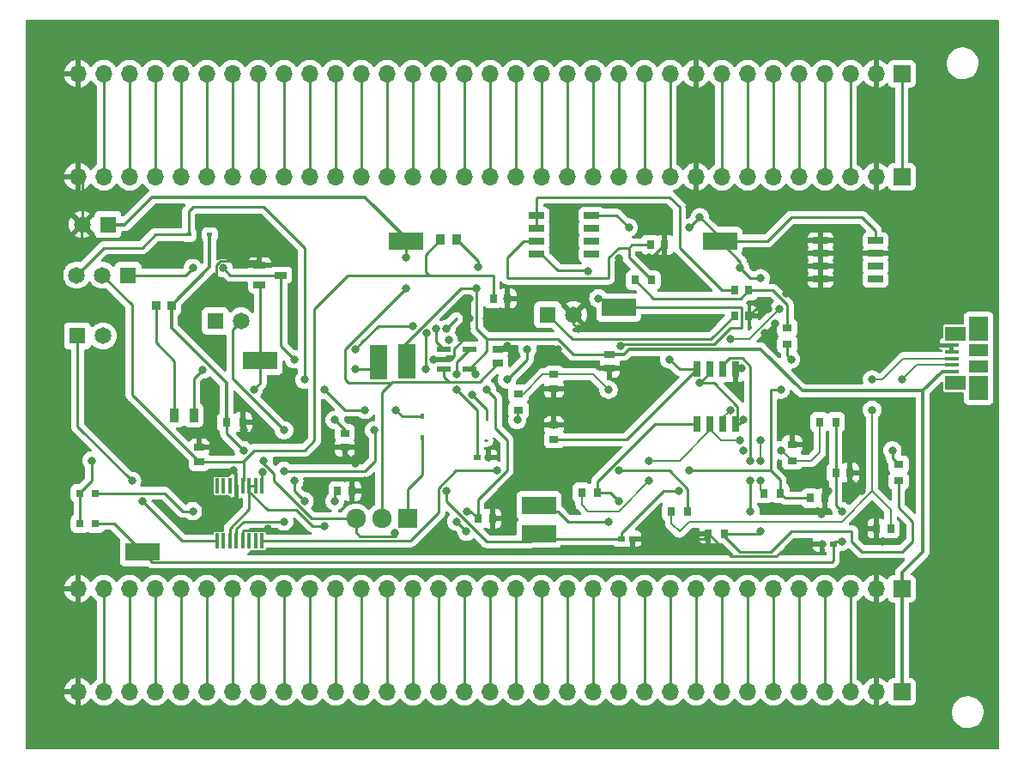
<source format=gtl>
G04 #@! TF.GenerationSoftware,KiCad,Pcbnew,(6.0.2)*
G04 #@! TF.CreationDate,2022-04-16T20:00:20+02:00*
G04 #@! TF.ProjectId,main,6d61696e-2e6b-4696-9361-645f70636258,rev?*
G04 #@! TF.SameCoordinates,Original*
G04 #@! TF.FileFunction,Copper,L1,Top*
G04 #@! TF.FilePolarity,Positive*
%FSLAX46Y46*%
G04 Gerber Fmt 4.6, Leading zero omitted, Abs format (unit mm)*
G04 Created by KiCad (PCBNEW (6.0.2)) date 2022-04-16 20:00:20*
%MOMM*%
%LPD*%
G01*
G04 APERTURE LIST*
G04 #@! TA.AperFunction,SMDPad,CuDef*
%ADD10R,0.800000X0.800000*%
G04 #@! TD*
G04 #@! TA.AperFunction,SMDPad,CuDef*
%ADD11R,0.450000X0.600000*%
G04 #@! TD*
G04 #@! TA.AperFunction,SMDPad,CuDef*
%ADD12R,0.940000X0.730000*%
G04 #@! TD*
G04 #@! TA.AperFunction,SMDPad,CuDef*
%ADD13R,0.980000X0.760000*%
G04 #@! TD*
G04 #@! TA.AperFunction,SMDPad,CuDef*
%ADD14R,1.800000X3.400000*%
G04 #@! TD*
G04 #@! TA.AperFunction,SMDPad,CuDef*
%ADD15R,0.700000X0.600000*%
G04 #@! TD*
G04 #@! TA.AperFunction,SMDPad,CuDef*
%ADD16R,0.730000X0.940000*%
G04 #@! TD*
G04 #@! TA.AperFunction,SMDPad,CuDef*
%ADD17R,0.950000X0.800000*%
G04 #@! TD*
G04 #@! TA.AperFunction,SMDPad,CuDef*
%ADD18R,1.400000X0.600000*%
G04 #@! TD*
G04 #@! TA.AperFunction,SMDPad,CuDef*
%ADD19R,0.650000X1.525000*%
G04 #@! TD*
G04 #@! TA.AperFunction,ComponentPad*
%ADD20R,1.650000X1.650000*%
G04 #@! TD*
G04 #@! TA.AperFunction,ComponentPad*
%ADD21C,1.650000*%
G04 #@! TD*
G04 #@! TA.AperFunction,SMDPad,CuDef*
%ADD22R,1.250000X0.650000*%
G04 #@! TD*
G04 #@! TA.AperFunction,SMDPad,CuDef*
%ADD23R,0.435000X1.526000*%
G04 #@! TD*
G04 #@! TA.AperFunction,SMDPad,CuDef*
%ADD24R,3.400000X1.800000*%
G04 #@! TD*
G04 #@! TA.AperFunction,SMDPad,CuDef*
%ADD25R,0.750000X0.600000*%
G04 #@! TD*
G04 #@! TA.AperFunction,ComponentPad*
%ADD26R,1.920000X1.920000*%
G04 #@! TD*
G04 #@! TA.AperFunction,ComponentPad*
%ADD27C,1.920000*%
G04 #@! TD*
G04 #@! TA.AperFunction,SMDPad,CuDef*
%ADD28R,1.525000X0.650000*%
G04 #@! TD*
G04 #@! TA.AperFunction,ComponentPad*
%ADD29R,1.700000X1.700000*%
G04 #@! TD*
G04 #@! TA.AperFunction,ComponentPad*
%ADD30O,1.700000X1.700000*%
G04 #@! TD*
G04 #@! TA.AperFunction,SMDPad,CuDef*
%ADD31R,0.800000X0.950000*%
G04 #@! TD*
G04 #@! TA.AperFunction,SMDPad,CuDef*
%ADD32R,0.900000X0.950000*%
G04 #@! TD*
G04 #@! TA.AperFunction,SMDPad,CuDef*
%ADD33R,0.900000X1.000000*%
G04 #@! TD*
G04 #@! TA.AperFunction,SMDPad,CuDef*
%ADD34R,0.600000X0.450000*%
G04 #@! TD*
G04 #@! TA.AperFunction,SMDPad,CuDef*
%ADD35R,0.950000X1.400000*%
G04 #@! TD*
G04 #@! TA.AperFunction,SMDPad,CuDef*
%ADD36R,1.380000X0.450000*%
G04 #@! TD*
G04 #@! TA.AperFunction,SMDPad,CuDef*
%ADD37R,2.100000X1.475000*%
G04 #@! TD*
G04 #@! TA.AperFunction,SMDPad,CuDef*
%ADD38R,1.900000X1.175000*%
G04 #@! TD*
G04 #@! TA.AperFunction,SMDPad,CuDef*
%ADD39R,1.900000X2.375000*%
G04 #@! TD*
G04 #@! TA.AperFunction,ViaPad*
%ADD40C,0.800000*%
G04 #@! TD*
G04 #@! TA.AperFunction,Conductor*
%ADD41C,0.250000*%
G04 #@! TD*
G04 #@! TA.AperFunction,Conductor*
%ADD42C,0.300000*%
G04 #@! TD*
G04 #@! TA.AperFunction,Conductor*
%ADD43C,0.200000*%
G04 #@! TD*
G04 APERTURE END LIST*
D10*
X98870000Y-128205000D03*
X100370000Y-128205000D03*
D11*
X132620000Y-117655000D03*
X132620000Y-119755000D03*
D12*
X145620000Y-119915000D03*
X145620000Y-118495000D03*
X145620000Y-114915000D03*
X145620000Y-113495000D03*
D13*
X140120000Y-110995000D03*
X140120000Y-112415000D03*
D14*
X131120000Y-112205000D03*
D15*
X138070000Y-121705000D03*
X139170000Y-121705000D03*
D16*
X139540000Y-127705000D03*
X138120000Y-127705000D03*
D17*
X179620000Y-124005000D03*
X179620000Y-122405000D03*
D18*
X134750000Y-111050000D03*
X134750000Y-112000000D03*
X134750000Y-112950000D03*
X137250000Y-112950000D03*
X137250000Y-111050000D03*
D19*
X159715000Y-118417000D03*
X160985000Y-118417000D03*
X162255000Y-118417000D03*
X163525000Y-118417000D03*
X163525000Y-112993000D03*
X162255000Y-112993000D03*
X160985000Y-112993000D03*
X159715000Y-112993000D03*
D20*
X112215000Y-108230000D03*
D21*
X114755000Y-108230000D03*
D22*
X116570000Y-102755000D03*
X116570000Y-104655000D03*
X118670000Y-103705000D03*
D23*
X112398000Y-129917000D03*
X113032000Y-129917000D03*
X113668000Y-129917000D03*
X114302000Y-129917000D03*
X114938000Y-129917000D03*
X115572000Y-129917000D03*
X116208000Y-129917000D03*
X116842000Y-129917000D03*
X116842000Y-124493000D03*
X116208000Y-124493000D03*
X115572000Y-124493000D03*
X114938000Y-124493000D03*
X114302000Y-124493000D03*
X113668000Y-124493000D03*
X113032000Y-124493000D03*
X112398000Y-124493000D03*
D24*
X161970000Y-100350000D03*
D16*
X124290000Y-125000000D03*
X125710000Y-125000000D03*
D25*
X152270000Y-129705000D03*
X153370000Y-129705000D03*
D17*
X142120000Y-117005000D03*
X142120000Y-115405000D03*
D16*
X156540000Y-100705000D03*
X155120000Y-100705000D03*
D26*
X131160000Y-127705000D03*
D27*
X128620000Y-127705000D03*
X126080000Y-127705000D03*
D24*
X131020000Y-100350000D03*
D28*
X171908000Y-100300000D03*
X171908000Y-101570000D03*
X171908000Y-102840000D03*
X171908000Y-104110000D03*
X177332000Y-104110000D03*
X177332000Y-102840000D03*
X177332000Y-101570000D03*
X177332000Y-100300000D03*
D20*
X103620000Y-103705000D03*
D21*
X101080000Y-103705000D03*
X98540000Y-103705000D03*
D16*
X163410000Y-107705000D03*
X164830000Y-107705000D03*
D24*
X152000000Y-106900000D03*
D29*
X179940000Y-94000000D03*
D30*
X177400000Y-94000000D03*
X174860000Y-94000000D03*
X172320000Y-94000000D03*
X169780000Y-94000000D03*
X167240000Y-94000000D03*
X164700000Y-94000000D03*
X162160000Y-94000000D03*
X159620000Y-94000000D03*
X157080000Y-94000000D03*
X154540000Y-94000000D03*
X152000000Y-94000000D03*
X149460000Y-94000000D03*
X146920000Y-94000000D03*
X144380000Y-94000000D03*
X141840000Y-94000000D03*
X139300000Y-94000000D03*
X136760000Y-94000000D03*
X134220000Y-94000000D03*
X131680000Y-94000000D03*
X129140000Y-94000000D03*
X126600000Y-94000000D03*
X124060000Y-94000000D03*
X121520000Y-94000000D03*
X118980000Y-94000000D03*
X116440000Y-94000000D03*
X113900000Y-94000000D03*
X111360000Y-94000000D03*
X108820000Y-94000000D03*
X106280000Y-94000000D03*
X103740000Y-94000000D03*
X101200000Y-94000000D03*
X98660000Y-94000000D03*
D10*
X98870000Y-125205000D03*
X100370000Y-125205000D03*
D20*
X145015000Y-107600000D03*
D21*
X147555000Y-107600000D03*
D12*
X125000000Y-119290000D03*
X125000000Y-120710000D03*
D17*
X168620000Y-110505000D03*
X168620000Y-108905000D03*
D16*
X163410000Y-105205000D03*
X164830000Y-105205000D03*
D31*
X113320000Y-118205000D03*
X114920000Y-118205000D03*
D24*
X144120000Y-126405000D03*
D31*
X148345000Y-125155000D03*
X149945000Y-125155000D03*
D24*
X105000000Y-131000000D03*
D20*
X101620000Y-98705000D03*
D21*
X99080000Y-98705000D03*
D32*
X106370000Y-106705000D03*
X107870000Y-106705000D03*
D29*
X179940000Y-83840000D03*
D30*
X177400000Y-83840000D03*
X174860000Y-83840000D03*
X172320000Y-83840000D03*
X169780000Y-83840000D03*
X167240000Y-83840000D03*
X164700000Y-83840000D03*
X162160000Y-83840000D03*
X159620000Y-83840000D03*
X157080000Y-83840000D03*
X154540000Y-83840000D03*
X152000000Y-83840000D03*
X149460000Y-83840000D03*
X146920000Y-83840000D03*
X144380000Y-83840000D03*
X141840000Y-83840000D03*
X139300000Y-83840000D03*
X136760000Y-83840000D03*
X134220000Y-83840000D03*
X131680000Y-83840000D03*
X129140000Y-83840000D03*
X126600000Y-83840000D03*
X124060000Y-83840000D03*
X121520000Y-83840000D03*
X118980000Y-83840000D03*
X116440000Y-83840000D03*
X113900000Y-83840000D03*
X111360000Y-83840000D03*
X108820000Y-83840000D03*
X106280000Y-83840000D03*
X103740000Y-83840000D03*
X101200000Y-83840000D03*
X98660000Y-83840000D03*
D16*
X173410000Y-123205000D03*
X174830000Y-123205000D03*
D24*
X144120000Y-129205000D03*
D31*
X157200000Y-127000000D03*
X158800000Y-127000000D03*
D14*
X128320000Y-112315000D03*
D31*
X166320000Y-125205000D03*
X167920000Y-125205000D03*
D29*
X179940000Y-144800000D03*
D30*
X177400000Y-144800000D03*
X174860000Y-144800000D03*
X172320000Y-144800000D03*
X169780000Y-144800000D03*
X167240000Y-144800000D03*
X164700000Y-144800000D03*
X162160000Y-144800000D03*
X159620000Y-144800000D03*
X157080000Y-144800000D03*
X154540000Y-144800000D03*
X152000000Y-144800000D03*
X149460000Y-144800000D03*
X146920000Y-144800000D03*
X144380000Y-144800000D03*
X141840000Y-144800000D03*
X139300000Y-144800000D03*
X136760000Y-144800000D03*
X134220000Y-144800000D03*
X131680000Y-144800000D03*
X129140000Y-144800000D03*
X126600000Y-144800000D03*
X124060000Y-144800000D03*
X121520000Y-144800000D03*
X118980000Y-144800000D03*
X116440000Y-144800000D03*
X113900000Y-144800000D03*
X111360000Y-144800000D03*
X108820000Y-144800000D03*
X106280000Y-144800000D03*
X103740000Y-144800000D03*
X101200000Y-144800000D03*
X98660000Y-144800000D03*
D25*
X173170000Y-130205000D03*
X172070000Y-130205000D03*
D16*
X177410000Y-128705000D03*
X178830000Y-128705000D03*
D33*
X134445000Y-100225000D03*
X136045000Y-100225000D03*
D16*
X139620000Y-106000000D03*
X141040000Y-106000000D03*
D31*
X153620000Y-104205000D03*
X155220000Y-104205000D03*
D17*
X169120000Y-122005000D03*
X169120000Y-120405000D03*
D29*
X179940000Y-134640000D03*
D30*
X177400000Y-134640000D03*
X174860000Y-134640000D03*
X172320000Y-134640000D03*
X169780000Y-134640000D03*
X167240000Y-134640000D03*
X164700000Y-134640000D03*
X162160000Y-134640000D03*
X159620000Y-134640000D03*
X157080000Y-134640000D03*
X154540000Y-134640000D03*
X152000000Y-134640000D03*
X149460000Y-134640000D03*
X146920000Y-134640000D03*
X144380000Y-134640000D03*
X141840000Y-134640000D03*
X139300000Y-134640000D03*
X136760000Y-134640000D03*
X134220000Y-134640000D03*
X131680000Y-134640000D03*
X129140000Y-134640000D03*
X126600000Y-134640000D03*
X124060000Y-134640000D03*
X121520000Y-134640000D03*
X118980000Y-134640000D03*
X116440000Y-134640000D03*
X113900000Y-134640000D03*
X111360000Y-134640000D03*
X108820000Y-134640000D03*
X106280000Y-134640000D03*
X103740000Y-134640000D03*
X101200000Y-134640000D03*
X98660000Y-134640000D03*
D31*
X171820000Y-118205000D03*
X173420000Y-118205000D03*
D20*
X98620000Y-109705000D03*
D21*
X101160000Y-109705000D03*
D24*
X116650000Y-112130000D03*
D34*
X109570000Y-99705000D03*
X111670000Y-99705000D03*
D31*
X160865000Y-129205000D03*
X162465000Y-129205000D03*
D16*
X170910000Y-125705000D03*
X172330000Y-125705000D03*
D28*
X143908000Y-97800000D03*
X143908000Y-99070000D03*
X143908000Y-100340000D03*
X143908000Y-101610000D03*
X149332000Y-101610000D03*
X149332000Y-100340000D03*
X149332000Y-99070000D03*
X149332000Y-97800000D03*
D35*
X108170000Y-117525000D03*
X110070000Y-117525000D03*
D13*
X151120000Y-112915000D03*
X151120000Y-111495000D03*
X110620000Y-122125000D03*
X110620000Y-120705000D03*
D36*
X184840000Y-113212500D03*
X184840000Y-112562500D03*
X184840000Y-111912500D03*
X184840000Y-111262500D03*
X184840000Y-110612500D03*
D37*
X185200000Y-109460000D03*
X185200000Y-114365000D03*
D38*
X187500000Y-112750000D03*
X187500000Y-111075000D03*
D39*
X187500000Y-114825000D03*
X187500000Y-109000000D03*
D40*
X135235511Y-110095062D03*
X141000000Y-114000000D03*
X143000000Y-111000000D03*
X133081476Y-109437690D03*
X137512299Y-115487701D03*
X133000000Y-113000000D03*
X135000000Y-109000000D03*
X166724500Y-107000000D03*
X175000000Y-125000000D03*
X172070000Y-130205000D03*
X137000000Y-109000000D03*
X137275500Y-108000000D03*
X145987701Y-111012299D03*
X141000000Y-110724500D03*
X156000000Y-98000000D03*
X113000000Y-121000000D03*
X133724500Y-112000000D03*
X127000000Y-124000000D03*
X177000000Y-132000000D03*
X164121962Y-112878038D03*
X166724500Y-107000000D03*
X110000000Y-106000000D03*
X141000000Y-108000000D03*
X141040000Y-106000000D03*
X145000000Y-111000000D03*
X159000000Y-97000000D03*
X114000000Y-123000000D03*
X177000000Y-127000000D03*
X117400000Y-128724500D03*
X168512299Y-105487701D03*
X145620000Y-118495000D03*
X137275500Y-106000000D03*
X172000000Y-127300500D03*
X152012299Y-102012299D03*
X172685500Y-125000000D03*
X167448526Y-108448517D03*
X176000000Y-125000000D03*
X126000000Y-122287799D03*
X115000000Y-119000000D03*
X139170000Y-121705000D03*
X114000000Y-126000000D03*
X148000000Y-109000000D03*
X139000000Y-108000000D03*
X166448521Y-109448522D03*
X155000000Y-102000000D03*
X178000000Y-130000000D03*
X99000000Y-101000000D03*
X135987701Y-128012299D03*
X137865205Y-113505011D03*
X139000000Y-115000000D03*
X138000000Y-105000000D03*
X138115403Y-102870804D03*
X117000000Y-122000000D03*
X129892690Y-129179745D03*
X114987701Y-120987701D03*
X137012299Y-126987701D03*
X136987701Y-129012299D03*
X159000000Y-99000000D03*
X116012299Y-114987701D03*
X157000000Y-112000000D03*
X100000000Y-122000000D03*
X166000000Y-104000000D03*
X153000000Y-99000000D03*
X160000000Y-98000000D03*
X164000000Y-103000000D03*
X169000000Y-112000000D03*
X157987701Y-125012299D03*
X168000000Y-115000000D03*
X159000000Y-123000000D03*
X110000000Y-127000000D03*
X135000000Y-125000000D03*
X174000000Y-127000000D03*
X174000000Y-130000000D03*
X123000000Y-128429500D03*
X124000000Y-126000000D03*
X131000000Y-105000000D03*
X131000000Y-102000000D03*
X126000000Y-113000000D03*
X120000000Y-112000000D03*
X110000000Y-103000000D03*
X113000000Y-103000000D03*
X124000000Y-118000000D03*
X177000000Y-117000000D03*
X177000000Y-114000000D03*
X180000000Y-114000000D03*
X163000000Y-110000000D03*
X151000000Y-115000000D03*
X167895500Y-107012299D03*
X123000000Y-115000000D03*
X121000000Y-114000000D03*
X130000000Y-117000000D03*
X127000000Y-117000000D03*
X151000000Y-128000000D03*
X152000000Y-126000000D03*
X155000000Y-124000000D03*
X166000000Y-122000000D03*
X164000000Y-120000000D03*
X166000000Y-120000000D03*
X166000000Y-124000000D03*
X155000000Y-122000000D03*
X168000000Y-121000000D03*
X163000000Y-117000000D03*
X164275500Y-121000000D03*
X150000000Y-106000000D03*
X160000000Y-114355002D03*
X149000000Y-103275500D03*
X179000000Y-121000000D03*
X152200000Y-110724500D03*
X164275500Y-118000000D03*
X165000000Y-127000000D03*
X165000000Y-124000000D03*
X165000000Y-122000000D03*
X166000000Y-129000000D03*
X105000000Y-126000000D03*
X104000000Y-124000000D03*
X119000000Y-128000000D03*
X119000000Y-119000000D03*
X120000000Y-124000000D03*
X121012299Y-125987701D03*
X139987701Y-122987701D03*
X152000000Y-123000000D03*
X142000000Y-118000000D03*
X127895500Y-119000000D03*
X118987701Y-123012299D03*
X116848190Y-123151810D03*
X126012299Y-111012299D03*
X131713190Y-108713190D03*
X110970023Y-113029977D03*
X134000000Y-109000000D03*
X136000000Y-115000000D03*
X136000000Y-113505011D03*
D41*
X135000000Y-109000000D02*
X136000000Y-108000000D01*
X139000000Y-120000000D02*
X138794500Y-120000000D01*
X133000000Y-109519166D02*
X133081476Y-109437690D01*
X143000000Y-112000000D02*
X143000000Y-111000000D01*
X137512299Y-115487701D02*
X139000000Y-116975402D01*
X139000000Y-116975402D02*
X139000000Y-118000000D01*
X133000000Y-113000000D02*
X133000000Y-109519166D01*
X141000000Y-114000000D02*
X143000000Y-112000000D01*
X179940000Y-83840000D02*
X179940000Y-94000000D01*
X114000000Y-123000000D02*
X114302000Y-123302000D01*
X135774511Y-111674511D02*
X135075489Y-111674511D01*
X140120000Y-110995000D02*
X140729500Y-110995000D01*
X152012299Y-102012299D02*
X152000000Y-102024598D01*
X175000000Y-124000000D02*
X175000000Y-125000000D01*
X112275489Y-102699897D02*
X112275489Y-103724511D01*
X114938000Y-128904000D02*
X114939511Y-128902489D01*
X155245000Y-102000000D02*
X155000000Y-102000000D01*
X115000000Y-118285000D02*
X114920000Y-118205000D01*
X145000000Y-111000000D02*
X145975402Y-111000000D01*
X177400000Y-134640000D02*
X177400000Y-132400000D01*
X164830000Y-107705000D02*
X164830000Y-108170000D01*
X99080000Y-94420000D02*
X98660000Y-94000000D01*
X156540000Y-100705000D02*
X155245000Y-102000000D01*
X163109520Y-131449520D02*
X167550480Y-131449520D01*
X114302000Y-123302000D02*
X114302000Y-124493000D01*
X145975402Y-111000000D02*
X145987701Y-111012299D01*
X172330000Y-125705000D02*
X172330000Y-126970500D01*
X125000000Y-120710000D02*
X125000000Y-121287799D01*
X140729500Y-110995000D02*
X141000000Y-110724500D01*
X166724500Y-107000000D02*
X165535000Y-107000000D01*
X137000000Y-109000000D02*
X136000000Y-109000000D01*
X159000000Y-97000000D02*
X159620000Y-96380000D01*
X164007000Y-112993000D02*
X164121962Y-112878038D01*
X160865000Y-129205000D02*
X163109520Y-131449520D01*
X156540000Y-98460000D02*
X156540000Y-100705000D01*
X184840000Y-110612500D02*
X183900000Y-110612500D01*
X116570000Y-102755000D02*
X116090489Y-102275489D01*
X114000000Y-126000000D02*
X114302000Y-125698000D01*
X163525000Y-112993000D02*
X164007000Y-112993000D01*
X169890000Y-104110000D02*
X168512299Y-105487701D01*
X114938000Y-129917000D02*
X114938000Y-128904000D01*
X116090489Y-102275489D02*
X112699897Y-102275489D01*
X112275489Y-103724511D02*
X110000000Y-106000000D01*
X172685500Y-125000000D02*
X172685500Y-125349500D01*
X174830000Y-123830000D02*
X176000000Y-125000000D01*
X112699897Y-102275489D02*
X112275489Y-102699897D01*
X159620000Y-83840000D02*
X159620000Y-94000000D01*
X135774511Y-110975489D02*
X137000000Y-109750000D01*
X115000000Y-119000000D02*
X115000000Y-118285000D01*
X147555000Y-107600000D02*
X147555000Y-108555000D01*
X135774511Y-111674511D02*
X135774511Y-110975489D01*
X137275500Y-108000000D02*
X137275500Y-106000000D01*
X171908000Y-104110000D02*
X169890000Y-104110000D01*
X174830000Y-123830000D02*
X175000000Y-124000000D01*
X184840000Y-110612500D02*
X184840000Y-111262500D01*
X137000000Y-109750000D02*
X137000000Y-109000000D01*
X159620000Y-96380000D02*
X159620000Y-94000000D01*
X172685500Y-125349500D02*
X172330000Y-125705000D01*
X112705000Y-120705000D02*
X113000000Y-121000000D01*
X98660000Y-134640000D02*
X98660000Y-144800000D01*
X152000000Y-102024598D02*
X152000000Y-103000000D01*
X99000000Y-101000000D02*
X99000000Y-98785000D01*
X167550480Y-131449520D02*
X168000000Y-131000000D01*
X172330000Y-126970500D02*
X172000000Y-127300500D01*
X139000000Y-108000000D02*
X141000000Y-108000000D01*
X114939511Y-128902489D02*
X116000000Y-128902489D01*
X99000000Y-98785000D02*
X99080000Y-98705000D01*
X147555000Y-108555000D02*
X148000000Y-109000000D01*
X165535000Y-107000000D02*
X164830000Y-107705000D01*
X110620000Y-120705000D02*
X112705000Y-120705000D01*
X135075489Y-111674511D02*
X134750000Y-112000000D01*
X174830000Y-123205000D02*
X174830000Y-123830000D01*
X177400000Y-134640000D02*
X177400000Y-144800000D01*
X99080000Y-98705000D02*
X99080000Y-94420000D01*
X114302000Y-125698000D02*
X114302000Y-124493000D01*
X135449022Y-112000000D02*
X133724500Y-112000000D01*
X136225489Y-109050011D02*
X137275500Y-108000000D01*
X135774511Y-111674511D02*
X135449022Y-112000000D01*
X160365000Y-129705000D02*
X153370000Y-129705000D01*
X125000000Y-121287799D02*
X126000000Y-122287799D01*
X177400000Y-132400000D02*
X177000000Y-132000000D01*
X160865000Y-129205000D02*
X160365000Y-129705000D01*
X157000000Y-98000000D02*
X156540000Y-98460000D01*
X167448526Y-108448517D02*
X166448521Y-109448522D01*
X174860000Y-83840000D02*
X174860000Y-94000000D01*
X172320000Y-83840000D02*
X172320000Y-94000000D01*
X169780000Y-83840000D02*
X169780000Y-94000000D01*
X167240000Y-83840000D02*
X167240000Y-94000000D01*
X164700000Y-83840000D02*
X164700000Y-94000000D01*
X162160000Y-83840000D02*
X162160000Y-94000000D01*
X157080000Y-83840000D02*
X157080000Y-94000000D01*
X154540000Y-83840000D02*
X154540000Y-94000000D01*
X152000000Y-83840000D02*
X152000000Y-94000000D01*
X149460000Y-83840000D02*
X149460000Y-94000000D01*
X146920000Y-83840000D02*
X146920000Y-94000000D01*
X144380000Y-83840000D02*
X144380000Y-94000000D01*
X141840000Y-83840000D02*
X141840000Y-94000000D01*
X139300000Y-83840000D02*
X139300000Y-94000000D01*
X136760000Y-83840000D02*
X136760000Y-94000000D01*
X134220000Y-83840000D02*
X134220000Y-94000000D01*
X131680000Y-83840000D02*
X131680000Y-94000000D01*
X129140000Y-83840000D02*
X129140000Y-94000000D01*
X126600000Y-83840000D02*
X126600000Y-94000000D01*
X124060000Y-83840000D02*
X124060000Y-94000000D01*
X121520000Y-83840000D02*
X121520000Y-94000000D01*
X118980000Y-83840000D02*
X118980000Y-94000000D01*
X116440000Y-83840000D02*
X116440000Y-94000000D01*
X113900000Y-83840000D02*
X113900000Y-94000000D01*
X111360000Y-83840000D02*
X111360000Y-94000000D01*
X108820000Y-83840000D02*
X108820000Y-94000000D01*
X106280000Y-83840000D02*
X106280000Y-94000000D01*
X103740000Y-83840000D02*
X103740000Y-94000000D01*
X101200000Y-83840000D02*
X101200000Y-94000000D01*
X136450978Y-105000000D02*
X130690489Y-110760489D01*
X113320000Y-119320000D02*
X114987701Y-120987701D01*
X137310194Y-112950000D02*
X137865205Y-113505011D01*
X138120000Y-127705000D02*
X138120000Y-125880000D01*
X130690489Y-110760489D02*
X130690489Y-112009511D01*
X113320000Y-118205000D02*
X113320000Y-119320000D01*
X118000000Y-124000000D02*
X121705000Y-127705000D01*
X139000000Y-110000000D02*
X146000000Y-110000000D01*
D42*
X183900000Y-113212500D02*
X182000000Y-115112500D01*
D41*
X126080000Y-129080000D02*
X126467480Y-129467480D01*
D42*
X107870000Y-106705000D02*
X107870000Y-108870000D01*
D41*
X138115403Y-102295403D02*
X138115403Y-102870804D01*
X117000000Y-122000000D02*
X117000000Y-122279022D01*
D42*
X184840000Y-113212500D02*
X183900000Y-113212500D01*
X170112500Y-115112500D02*
X166000000Y-111000000D01*
D41*
X118000000Y-123279022D02*
X118000000Y-124000000D01*
X126467480Y-129467480D02*
X130000000Y-129467480D01*
X139000000Y-111200000D02*
X137250000Y-112950000D01*
X147495000Y-111495000D02*
X151120000Y-111495000D01*
D42*
X152505000Y-111495000D02*
X151120000Y-111495000D01*
D41*
X138000000Y-105000000D02*
X136450978Y-105000000D01*
D42*
X182000000Y-115112500D02*
X182000000Y-131000000D01*
X111670000Y-99705000D02*
X111670000Y-102905000D01*
D41*
X130690489Y-112009511D02*
X130885978Y-112205000D01*
X138000000Y-109000000D02*
X139000000Y-110000000D01*
D42*
X166000000Y-111000000D02*
X153000000Y-111000000D01*
D41*
X141000000Y-120000000D02*
X141000000Y-123000000D01*
X117000000Y-122279022D02*
X118000000Y-123279022D01*
X139000000Y-115000000D02*
X139844511Y-115844511D01*
X130000000Y-129467480D02*
X130000000Y-129287055D01*
D42*
X153000000Y-111000000D02*
X152505000Y-111495000D01*
D41*
X136045000Y-100225000D02*
X138115403Y-102295403D01*
D42*
X111670000Y-102905000D02*
X107870000Y-106705000D01*
D41*
X139844511Y-115844511D02*
X139844511Y-118844511D01*
X139844511Y-118844511D02*
X141000000Y-120000000D01*
X137012299Y-126987701D02*
X137402701Y-126987701D01*
X138120000Y-125880000D02*
X141000000Y-123000000D01*
D42*
X182000000Y-115112500D02*
X170112500Y-115112500D01*
X113320000Y-114320000D02*
X113320000Y-118205000D01*
D41*
X146000000Y-110000000D02*
X147495000Y-111495000D01*
D42*
X182000000Y-131000000D02*
X179940000Y-133060000D01*
X179940000Y-133060000D02*
X179940000Y-134640000D01*
D41*
X130885978Y-112205000D02*
X131120000Y-112205000D01*
X136987701Y-129012299D02*
X135987701Y-128012299D01*
X126080000Y-127705000D02*
X126080000Y-129080000D01*
X137402701Y-126987701D02*
X138120000Y-127705000D01*
X137250000Y-112950000D02*
X137310194Y-112950000D01*
X130000000Y-129287055D02*
X129892690Y-129179745D01*
D42*
X107870000Y-108870000D02*
X113320000Y-114320000D01*
D41*
X139000000Y-110000000D02*
X139000000Y-111200000D01*
X138000000Y-105000000D02*
X138000000Y-109000000D01*
X121705000Y-127705000D02*
X126080000Y-127705000D01*
D42*
X179940000Y-134640000D02*
X179940000Y-144800000D01*
D41*
X174860000Y-134640000D02*
X174860000Y-144800000D01*
X172320000Y-134640000D02*
X172320000Y-144800000D01*
X169780000Y-134640000D02*
X169780000Y-144800000D01*
X167240000Y-134640000D02*
X167240000Y-144800000D01*
X164700000Y-134640000D02*
X164700000Y-144800000D01*
X162160000Y-134640000D02*
X162160000Y-144800000D01*
X159620000Y-134640000D02*
X159620000Y-144800000D01*
X157080000Y-134640000D02*
X157080000Y-144800000D01*
X154540000Y-134640000D02*
X154540000Y-144800000D01*
X152000000Y-134640000D02*
X152000000Y-144800000D01*
X149460000Y-134640000D02*
X149460000Y-144800000D01*
X146920000Y-134640000D02*
X146920000Y-144800000D01*
X144380000Y-134640000D02*
X144380000Y-144800000D01*
X141840000Y-134640000D02*
X141840000Y-144800000D01*
X139300000Y-134640000D02*
X139300000Y-144800000D01*
X136760000Y-134640000D02*
X136760000Y-144800000D01*
X134220000Y-134640000D02*
X134220000Y-144800000D01*
X131680000Y-134640000D02*
X131680000Y-144800000D01*
X129140000Y-134640000D02*
X129140000Y-144800000D01*
X126600000Y-134640000D02*
X126600000Y-144800000D01*
X124060000Y-134640000D02*
X124060000Y-144800000D01*
X121520000Y-134640000D02*
X121520000Y-144800000D01*
X118980000Y-134640000D02*
X118980000Y-144800000D01*
X116440000Y-134640000D02*
X116440000Y-144800000D01*
X113900000Y-134640000D02*
X113900000Y-144800000D01*
X111360000Y-134640000D02*
X111360000Y-144800000D01*
X108820000Y-134640000D02*
X108820000Y-144800000D01*
X106280000Y-134640000D02*
X106280000Y-144800000D01*
X103740000Y-134640000D02*
X103740000Y-144800000D01*
X101200000Y-134640000D02*
X101200000Y-144800000D01*
X116650000Y-104735000D02*
X116570000Y-104655000D01*
X161970000Y-100350000D02*
X164000000Y-102380000D01*
X166650000Y-100350000D02*
X169000000Y-98000000D01*
X98870000Y-128205000D02*
X98870000Y-125205000D01*
X98870000Y-125130000D02*
X100000000Y-124000000D01*
X98870000Y-125205000D02*
X98870000Y-125130000D01*
X153000000Y-99000000D02*
X151800000Y-97800000D01*
X157993000Y-112993000D02*
X157000000Y-112000000D01*
X161970000Y-100350000D02*
X166650000Y-100350000D01*
X160000000Y-98000000D02*
X159000000Y-99000000D01*
X177332000Y-99332000D02*
X177332000Y-100300000D01*
X100000000Y-124000000D02*
X100000000Y-122000000D01*
X151800000Y-97800000D02*
X149332000Y-97800000D01*
X161970000Y-100350000D02*
X161970000Y-99970000D01*
X164000000Y-102380000D02*
X164000000Y-103000000D01*
X169000000Y-98000000D02*
X176000000Y-98000000D01*
X165000000Y-104000000D02*
X164000000Y-103000000D01*
X116012299Y-114987701D02*
X116650000Y-114350000D01*
X116650000Y-114350000D02*
X116650000Y-112130000D01*
X152793000Y-119915000D02*
X159715000Y-112993000D01*
X176000000Y-98000000D02*
X177332000Y-99332000D01*
X166000000Y-104000000D02*
X165000000Y-104000000D01*
X116650000Y-112130000D02*
X116650000Y-104735000D01*
X161970000Y-99970000D02*
X160000000Y-98000000D01*
X159715000Y-112993000D02*
X157993000Y-112993000D01*
X145620000Y-119915000D02*
X152793000Y-119915000D01*
X159000000Y-123000000D02*
X167000000Y-123000000D01*
X168000000Y-115000000D02*
X167000000Y-115000000D01*
X152270000Y-129705000D02*
X152270000Y-129155000D01*
X135000000Y-126000000D02*
X139000000Y-130000000D01*
X152270000Y-129155000D02*
X156412701Y-125012299D01*
X107205000Y-125205000D02*
X100370000Y-125205000D01*
X168620000Y-111620000D02*
X169000000Y-112000000D01*
X139000000Y-130000000D02*
X143325000Y-130000000D01*
X167000000Y-123000000D02*
X167920000Y-123920000D01*
X168420000Y-125705000D02*
X167920000Y-125205000D01*
X167000000Y-115000000D02*
X167000000Y-123000000D01*
X108000000Y-126000000D02*
X109000000Y-127000000D01*
X168620000Y-110505000D02*
X168620000Y-111620000D01*
X167920000Y-123920000D02*
X167920000Y-125205000D01*
X144620000Y-129705000D02*
X144120000Y-129205000D01*
X143325000Y-130000000D02*
X144120000Y-129205000D01*
X170910000Y-125705000D02*
X168420000Y-125705000D01*
X109000000Y-127000000D02*
X110000000Y-127000000D01*
X108000000Y-126000000D02*
X107205000Y-125205000D01*
X135000000Y-125000000D02*
X135000000Y-126000000D01*
X156412701Y-125012299D02*
X157987701Y-125012299D01*
X152270000Y-129705000D02*
X144620000Y-129705000D01*
X173420000Y-123195000D02*
X173410000Y-123205000D01*
X102205000Y-128205000D02*
X105000000Y-131000000D01*
X173420000Y-118205000D02*
X173420000Y-123195000D01*
X173375000Y-130000000D02*
X173170000Y-130205000D01*
X173410000Y-123205000D02*
X173410000Y-126410000D01*
X173170000Y-131830000D02*
X173170000Y-130205000D01*
X173000000Y-132000000D02*
X173170000Y-131830000D01*
X106000000Y-132000000D02*
X173000000Y-132000000D01*
X105000000Y-131000000D02*
X106000000Y-132000000D01*
X174000000Y-130000000D02*
X173375000Y-130000000D01*
X100370000Y-128205000D02*
X102205000Y-128205000D01*
X173410000Y-126410000D02*
X174000000Y-127000000D01*
X115572000Y-124493000D02*
X115572000Y-126792282D01*
X120182141Y-126817859D02*
X121793782Y-128429500D01*
X115572000Y-124493000D02*
X116208000Y-124493000D01*
X121793782Y-128429500D02*
X123000000Y-128429500D01*
X124000000Y-125290000D02*
X124290000Y-125000000D01*
X115572000Y-125038500D02*
X117351359Y-126817859D01*
X113668000Y-128696282D02*
X113668000Y-129917000D01*
X117351359Y-126817859D02*
X120182141Y-126817859D01*
X115572000Y-124493000D02*
X115572000Y-125038500D01*
X115572000Y-126792282D02*
X113668000Y-128696282D01*
X124000000Y-126000000D02*
X124000000Y-125290000D01*
D42*
X103295000Y-98705000D02*
X106000000Y-96000000D01*
D41*
X131020000Y-100350000D02*
X131020000Y-101980000D01*
X125000000Y-114000000D02*
X125339511Y-114339511D01*
X131020000Y-101980000D02*
X131000000Y-102000000D01*
X125339511Y-114339511D02*
X129544511Y-114339511D01*
X135229511Y-114229511D02*
X129654511Y-114229511D01*
X131000000Y-105000000D02*
X125000000Y-111000000D01*
X129654511Y-114229511D02*
X129544511Y-114339511D01*
D42*
X127000000Y-96000000D02*
X131020000Y-100020000D01*
D41*
X129544511Y-114339511D02*
X128620000Y-115264022D01*
X134750000Y-113750000D02*
X135229511Y-114229511D01*
X140120000Y-112415000D02*
X138305489Y-114229511D01*
X138305489Y-114229511D02*
X135229511Y-114229511D01*
D42*
X106000000Y-96000000D02*
X127000000Y-96000000D01*
D41*
X128620000Y-115264022D02*
X128620000Y-127705000D01*
X131020000Y-100020000D02*
X131020000Y-100350000D01*
D42*
X101620000Y-98705000D02*
X103295000Y-98705000D01*
D41*
X125000000Y-111000000D02*
X125000000Y-114000000D01*
X134750000Y-112950000D02*
X134750000Y-113750000D01*
X116000000Y-121000000D02*
X115000000Y-122000000D01*
X121000000Y-121000000D02*
X116000000Y-121000000D01*
X104000000Y-106625000D02*
X101080000Y-103705000D01*
X124000000Y-105000000D02*
X122000000Y-107000000D01*
X133000000Y-101670000D02*
X133000000Y-103410000D01*
X139620000Y-106000000D02*
X139620000Y-103705000D01*
X110620000Y-122125000D02*
X114875000Y-122125000D01*
X110620000Y-122125000D02*
X104000000Y-115505000D01*
X125295000Y-103705000D02*
X124000000Y-105000000D01*
X134445000Y-100225000D02*
X133000000Y-101670000D01*
X114875000Y-122125000D02*
X115000000Y-122000000D01*
X133295000Y-103705000D02*
X125295000Y-103705000D01*
X139620000Y-103705000D02*
X137925000Y-103705000D01*
X104000000Y-115505000D02*
X104000000Y-106625000D01*
X122000000Y-120000000D02*
X121000000Y-121000000D01*
X137925000Y-103705000D02*
X133295000Y-103705000D01*
X122000000Y-107000000D02*
X122000000Y-120000000D01*
X133000000Y-103410000D02*
X133295000Y-103705000D01*
X115000000Y-122000000D02*
X115000000Y-124000000D01*
X109295000Y-103705000D02*
X110000000Y-103000000D01*
X125000000Y-119290000D02*
X125000000Y-119000000D01*
X126000000Y-113000000D02*
X127635000Y-113000000D01*
X118670000Y-103705000D02*
X118670000Y-110670000D01*
X113000000Y-103000000D02*
X113705000Y-103705000D01*
X103620000Y-103705000D02*
X109295000Y-103705000D01*
X127635000Y-113000000D02*
X128190489Y-112444511D01*
X125000000Y-119000000D02*
X124000000Y-118000000D01*
X118670000Y-110670000D02*
X120000000Y-112000000D01*
X128190489Y-112444511D02*
X128190489Y-112315000D01*
X113705000Y-103705000D02*
X118670000Y-103705000D01*
X143908000Y-99070000D02*
X143908000Y-97800000D01*
X157000000Y-96000000D02*
X144000000Y-96000000D01*
X158000000Y-101000000D02*
X158000000Y-97000000D01*
X143908000Y-96092000D02*
X143908000Y-97800000D01*
X158000000Y-97000000D02*
X157000000Y-96000000D01*
X163410000Y-105205000D02*
X162205000Y-105205000D01*
X162205000Y-105205000D02*
X158000000Y-101000000D01*
X144000000Y-96000000D02*
X143908000Y-96092000D01*
X168620000Y-106620000D02*
X168620000Y-108905000D01*
X167205000Y-105205000D02*
X168620000Y-106620000D01*
X164035489Y-105999511D02*
X164830000Y-105205000D01*
X155414511Y-105999511D02*
X164035489Y-105999511D01*
X164830000Y-105205000D02*
X167205000Y-105205000D01*
X153620000Y-104205000D02*
X155414511Y-105999511D01*
X155120000Y-100705000D02*
X153295000Y-100705000D01*
X153000000Y-102000000D02*
X155205000Y-104205000D01*
X153295000Y-100705000D02*
X153000000Y-101000000D01*
X151000000Y-104000000D02*
X141000000Y-104000000D01*
X142660000Y-100340000D02*
X143908000Y-100340000D01*
X153000000Y-101000000D02*
X153000000Y-102000000D01*
X155205000Y-104205000D02*
X155220000Y-104205000D01*
X153000000Y-101000000D02*
X152000000Y-101000000D01*
X151000000Y-102000000D02*
X151000000Y-104000000D01*
X141000000Y-102000000D02*
X142660000Y-100340000D01*
X141000000Y-104000000D02*
X141000000Y-102000000D01*
X152000000Y-101000000D02*
X151000000Y-102000000D01*
D43*
X178830000Y-126830000D02*
X178000000Y-126000000D01*
X157200000Y-127000000D02*
X157200000Y-128200000D01*
X178000000Y-126000000D02*
X177000000Y-125000000D01*
X177000000Y-125000000D02*
X177000000Y-117000000D01*
X174000000Y-128000000D02*
X177000000Y-125000000D01*
X178830000Y-128705000D02*
X178830000Y-126830000D01*
X158000000Y-129000000D02*
X159000000Y-128000000D01*
X157200000Y-128200000D02*
X158000000Y-129000000D01*
X180087500Y-111912500D02*
X184840000Y-111912500D01*
X178000000Y-114000000D02*
X180087500Y-111912500D01*
X177000000Y-114000000D02*
X178000000Y-114000000D01*
X159000000Y-128000000D02*
X174000000Y-128000000D01*
X164907799Y-110000000D02*
X163000000Y-110000000D01*
X149495000Y-113495000D02*
X145620000Y-113495000D01*
X181000000Y-113000000D02*
X180000000Y-114000000D01*
X144505000Y-113495000D02*
X145620000Y-113495000D01*
X142595000Y-115405000D02*
X144505000Y-113495000D01*
X184840000Y-112562500D02*
X181437500Y-112562500D01*
X151000000Y-115000000D02*
X149495000Y-113495000D01*
X167895500Y-107012299D02*
X164907799Y-110000000D01*
X181437500Y-112562500D02*
X181000000Y-113000000D01*
X142120000Y-115405000D02*
X142595000Y-115405000D01*
D41*
X106370000Y-106705000D02*
X106370000Y-110370000D01*
X106370000Y-110370000D02*
X108170000Y-112170000D01*
X108170000Y-112170000D02*
X108170000Y-117525000D01*
X109570000Y-97430000D02*
X109570000Y-99705000D01*
X132620000Y-117655000D02*
X130655000Y-117655000D01*
X101245000Y-101000000D02*
X105000000Y-101000000D01*
X117000000Y-97000000D02*
X110000000Y-97000000D01*
X127000000Y-117000000D02*
X125000000Y-117000000D01*
X121000000Y-114000000D02*
X121000000Y-101000000D01*
X130655000Y-117655000D02*
X130000000Y-117000000D01*
X106295000Y-99705000D02*
X109570000Y-99705000D01*
X110000000Y-97000000D02*
X109570000Y-97430000D01*
X125000000Y-117000000D02*
X123000000Y-115000000D01*
X105000000Y-101000000D02*
X106295000Y-99705000D01*
X98540000Y-103705000D02*
X101245000Y-101000000D01*
X121000000Y-101000000D02*
X117000000Y-97000000D01*
X131160000Y-127705000D02*
X131160000Y-124840000D01*
X132620000Y-123380000D02*
X132620000Y-119755000D01*
X131160000Y-124840000D02*
X132620000Y-123380000D01*
X151155000Y-125155000D02*
X152000000Y-126000000D01*
X146000000Y-127000000D02*
X144715000Y-127000000D01*
X149945000Y-125155000D02*
X151155000Y-125155000D01*
X147000000Y-128000000D02*
X146000000Y-127000000D01*
X149945000Y-124030386D02*
X149945000Y-125155000D01*
X155558386Y-118417000D02*
X149945000Y-124030386D01*
X159715000Y-118417000D02*
X155558386Y-118417000D01*
X151000000Y-128000000D02*
X147000000Y-128000000D01*
X144715000Y-127000000D02*
X144120000Y-126405000D01*
D43*
X152000000Y-127000000D02*
X149000000Y-127000000D01*
X160985000Y-119015000D02*
X158000000Y-122000000D01*
X166000000Y-120000000D02*
X166000000Y-122000000D01*
X166000000Y-124000000D02*
X166000000Y-124885000D01*
X158000000Y-122000000D02*
X155000000Y-122000000D01*
X162130500Y-120000000D02*
X164000000Y-120000000D01*
X155000000Y-124000000D02*
X152000000Y-127000000D01*
X160985000Y-118417000D02*
X160985000Y-119015000D01*
X160985000Y-118417000D02*
X160985000Y-118854500D01*
X166000000Y-124885000D02*
X166320000Y-125205000D01*
X148345000Y-126345000D02*
X148345000Y-125155000D01*
X149000000Y-127000000D02*
X148345000Y-126345000D01*
X160985000Y-118854500D02*
X162130500Y-120000000D01*
X163000000Y-117000000D02*
X162000000Y-118000000D01*
X168115000Y-121000000D02*
X169120000Y-122005000D01*
X171820000Y-121180000D02*
X170995000Y-122005000D01*
X162255000Y-118417000D02*
X162255000Y-118000478D01*
X170995000Y-122005000D02*
X169120000Y-122005000D01*
X168000000Y-121000000D02*
X168115000Y-121000000D01*
X171820000Y-118205000D02*
X171820000Y-121180000D01*
D41*
X160000000Y-114355002D02*
X161379616Y-114355002D01*
X164099511Y-108943033D02*
X163032353Y-108943033D01*
X164089022Y-106900000D02*
X164099511Y-106910489D01*
X163858500Y-118417000D02*
X164275500Y-118000000D01*
X160000000Y-114355002D02*
X160985000Y-113370002D01*
X163032353Y-108943033D02*
X161449906Y-110525480D01*
X161379616Y-114355002D02*
X163724511Y-116699897D01*
X163724511Y-118217489D02*
X163525000Y-118417000D01*
X152000000Y-106900000D02*
X164089022Y-106900000D01*
X148989000Y-103264500D02*
X149000000Y-103275500D01*
X143908000Y-101610000D02*
X144345500Y-101610000D01*
X161449906Y-110525480D02*
X161000000Y-110525480D01*
X179000000Y-121785000D02*
X179620000Y-122405000D01*
X160985000Y-113370002D02*
X160985000Y-112993000D01*
X179000000Y-121000000D02*
X179000000Y-121785000D01*
X163724511Y-116699897D02*
X163724511Y-118217489D01*
X144345500Y-101610000D02*
X146000000Y-103264500D01*
X152399020Y-110525480D02*
X152200000Y-110724500D01*
X163525000Y-118417000D02*
X163858500Y-118417000D01*
X164099511Y-106910489D02*
X164099511Y-108943033D01*
X146000000Y-103264500D02*
X148989000Y-103264500D01*
X161000000Y-110525480D02*
X152399020Y-110525480D01*
X175000000Y-130000000D02*
X175000000Y-129000000D01*
X162465000Y-129205000D02*
X165795000Y-129205000D01*
X165000000Y-122000000D02*
X165000000Y-112731478D01*
X165000000Y-127000000D02*
X165000000Y-124000000D01*
X179620000Y-126620000D02*
X181000000Y-128000000D01*
X162255000Y-112555500D02*
X162255000Y-112993000D01*
X181000000Y-130000000D02*
X180000000Y-131000000D01*
X162465000Y-129465000D02*
X162465000Y-129205000D01*
X181000000Y-128000000D02*
X181000000Y-130000000D01*
X176000000Y-131000000D02*
X175000000Y-130000000D01*
X164000000Y-131000000D02*
X162465000Y-129465000D01*
X165000000Y-112731478D02*
X164174511Y-111905989D01*
X164174511Y-111905989D02*
X162904511Y-111905989D01*
X167000000Y-131000000D02*
X164000000Y-131000000D01*
X180000000Y-131000000D02*
X176000000Y-131000000D01*
X165795000Y-129205000D02*
X166000000Y-129000000D01*
X175000000Y-129000000D02*
X169000000Y-129000000D01*
X169000000Y-129000000D02*
X167000000Y-131000000D01*
X162904511Y-111905989D02*
X162255000Y-112555500D01*
X179620000Y-124005000D02*
X179620000Y-126620000D01*
X112398000Y-129917000D02*
X108917000Y-129917000D01*
X108917000Y-129917000D02*
X105000000Y-126000000D01*
X104000000Y-124000000D02*
X98620000Y-118620000D01*
X98620000Y-118620000D02*
X98620000Y-109705000D01*
X120000000Y-124000000D02*
X120000000Y-124975402D01*
X113930000Y-109055000D02*
X113930000Y-113930000D01*
X114302000Y-128698000D02*
X114302000Y-129917000D01*
X114755000Y-108230000D02*
X113930000Y-109055000D01*
X115000000Y-128000000D02*
X114302000Y-128698000D01*
X119000000Y-128000000D02*
X115000000Y-128000000D01*
X113930000Y-113930000D02*
X119000000Y-119000000D01*
X120000000Y-124975402D02*
X121012299Y-125987701D01*
X158800000Y-124800000D02*
X157000000Y-123000000D01*
X139975402Y-123000000D02*
X139987701Y-122987701D01*
X152000000Y-123000000D02*
X157000000Y-123000000D01*
X116842000Y-129917000D02*
X131467978Y-129917000D01*
X134275489Y-124699897D02*
X135975386Y-123000000D01*
X135975386Y-123000000D02*
X139000000Y-123000000D01*
X139000000Y-123000000D02*
X139975402Y-123000000D01*
X134275489Y-127109489D02*
X134275489Y-124699897D01*
X131467978Y-129917000D02*
X134275489Y-127109489D01*
X158800000Y-127000000D02*
X158800000Y-124800000D01*
X126987701Y-123012299D02*
X128000000Y-122000000D01*
X128000000Y-119000000D02*
X127895500Y-119000000D01*
X142000000Y-117125000D02*
X142120000Y-117005000D01*
X128000000Y-122000000D02*
X128000000Y-119000000D01*
X116842000Y-123158000D02*
X116848190Y-123151810D01*
X118987701Y-123012299D02*
X126987701Y-123012299D01*
X142000000Y-118000000D02*
X142000000Y-117125000D01*
X116842000Y-124493000D02*
X116842000Y-123158000D01*
X110070000Y-117525000D02*
X110070000Y-113930000D01*
X128311408Y-108713190D02*
X131713190Y-108713190D01*
X134000000Y-110300000D02*
X134750000Y-111050000D01*
X134000000Y-109000000D02*
X134000000Y-110300000D01*
X126734109Y-110290489D02*
X128311408Y-108713190D01*
X110070000Y-113930000D02*
X110970023Y-113029977D01*
X126012299Y-111012299D02*
X126734109Y-110290489D01*
X136000000Y-115000000D02*
X138070000Y-117070000D01*
X136000000Y-112300000D02*
X136000000Y-113505011D01*
X138070000Y-117070000D02*
X138070000Y-121705000D01*
X137250000Y-111050000D02*
X136000000Y-112300000D01*
X163410000Y-107705000D02*
X161115000Y-110000000D01*
X161115000Y-110000000D02*
X147415000Y-110000000D01*
X147415000Y-110000000D02*
X145015000Y-107600000D01*
G04 #@! TA.AperFunction,Conductor*
G36*
X189434121Y-78528002D02*
G01*
X189480614Y-78581658D01*
X189492000Y-78634000D01*
X189492000Y-150366000D01*
X189471998Y-150434121D01*
X189418342Y-150480614D01*
X189366000Y-150492000D01*
X93634000Y-150492000D01*
X93565879Y-150471998D01*
X93519386Y-150418342D01*
X93508000Y-150366000D01*
X93508000Y-146866568D01*
X184873382Y-146866568D01*
X184902208Y-147115699D01*
X184903587Y-147120573D01*
X184903588Y-147120577D01*
X184942526Y-147258181D01*
X184970494Y-147357017D01*
X184972628Y-147361592D01*
X184972630Y-147361599D01*
X185074347Y-147579731D01*
X185076484Y-147584313D01*
X185079326Y-147588494D01*
X185079326Y-147588495D01*
X185214605Y-147787552D01*
X185214608Y-147787556D01*
X185217451Y-147791739D01*
X185220928Y-147795416D01*
X185220929Y-147795417D01*
X185321238Y-147901491D01*
X185389767Y-147973959D01*
X185393793Y-147977037D01*
X185393794Y-147977038D01*
X185584981Y-148123212D01*
X185584985Y-148123215D01*
X185589001Y-148126285D01*
X185810026Y-148244797D01*
X185814807Y-148246443D01*
X185814811Y-148246445D01*
X186040538Y-148324169D01*
X186047156Y-148326448D01*
X186150689Y-148344331D01*
X186290380Y-148368460D01*
X186290386Y-148368461D01*
X186294290Y-148369135D01*
X186298251Y-148369315D01*
X186298252Y-148369315D01*
X186322931Y-148370436D01*
X186322950Y-148370436D01*
X186324350Y-148370500D01*
X186499015Y-148370500D01*
X186501523Y-148370298D01*
X186501528Y-148370298D01*
X186680944Y-148355863D01*
X186680949Y-148355862D01*
X186685985Y-148355457D01*
X186690893Y-148354252D01*
X186690896Y-148354251D01*
X186924625Y-148296841D01*
X186929539Y-148295634D01*
X186934191Y-148293659D01*
X186934195Y-148293658D01*
X187155741Y-148199617D01*
X187155742Y-148199617D01*
X187160396Y-148197641D01*
X187372615Y-148064000D01*
X187560738Y-147898147D01*
X187719924Y-147704351D01*
X187846078Y-147487596D01*
X187935955Y-147253461D01*
X187987241Y-147007967D01*
X187998618Y-146757432D01*
X187969792Y-146508301D01*
X187930810Y-146370539D01*
X187902884Y-146271852D01*
X187902883Y-146271850D01*
X187901506Y-146266983D01*
X187899372Y-146262408D01*
X187899370Y-146262401D01*
X187797653Y-146044269D01*
X187797651Y-146044265D01*
X187795516Y-146039687D01*
X187746433Y-145967464D01*
X187657395Y-145836448D01*
X187657392Y-145836444D01*
X187654549Y-145832261D01*
X187602519Y-145777240D01*
X187485713Y-145653721D01*
X187482233Y-145650041D01*
X187417290Y-145600388D01*
X187287019Y-145500788D01*
X187287015Y-145500785D01*
X187282999Y-145497715D01*
X187061974Y-145379203D01*
X187057193Y-145377557D01*
X187057189Y-145377555D01*
X186829633Y-145299201D01*
X186824844Y-145297552D01*
X186721311Y-145279669D01*
X186581620Y-145255540D01*
X186581614Y-145255539D01*
X186577710Y-145254865D01*
X186573749Y-145254685D01*
X186573748Y-145254685D01*
X186549069Y-145253564D01*
X186549050Y-145253564D01*
X186547650Y-145253500D01*
X186372985Y-145253500D01*
X186370477Y-145253702D01*
X186370472Y-145253702D01*
X186191056Y-145268137D01*
X186191051Y-145268138D01*
X186186015Y-145268543D01*
X186181107Y-145269748D01*
X186181104Y-145269749D01*
X185949326Y-145326680D01*
X185942461Y-145328366D01*
X185937809Y-145330341D01*
X185937805Y-145330342D01*
X185739269Y-145414616D01*
X185711604Y-145426359D01*
X185499385Y-145560000D01*
X185311262Y-145725853D01*
X185152076Y-145919649D01*
X185025922Y-146136404D01*
X185024109Y-146141127D01*
X185024108Y-146141129D01*
X185017440Y-146158500D01*
X184936045Y-146370539D01*
X184884759Y-146616033D01*
X184873382Y-146866568D01*
X93508000Y-146866568D01*
X93508000Y-145067966D01*
X97328257Y-145067966D01*
X97358565Y-145202446D01*
X97361645Y-145212275D01*
X97441770Y-145409603D01*
X97446413Y-145418794D01*
X97557694Y-145600388D01*
X97563777Y-145608699D01*
X97703213Y-145769667D01*
X97710580Y-145776883D01*
X97874434Y-145912916D01*
X97882881Y-145918831D01*
X98066756Y-146026279D01*
X98076042Y-146030729D01*
X98275001Y-146106703D01*
X98284899Y-146109579D01*
X98388250Y-146130606D01*
X98402299Y-146129410D01*
X98406000Y-146119065D01*
X98406000Y-146118517D01*
X98914000Y-146118517D01*
X98918064Y-146132359D01*
X98931478Y-146134393D01*
X98938184Y-146133534D01*
X98948262Y-146131392D01*
X99152255Y-146070191D01*
X99161842Y-146066433D01*
X99353095Y-145972739D01*
X99361945Y-145967464D01*
X99535328Y-145843792D01*
X99543200Y-145837139D01*
X99694052Y-145686812D01*
X99700730Y-145678965D01*
X99828022Y-145501819D01*
X99829279Y-145502722D01*
X99876373Y-145459362D01*
X99946311Y-145447145D01*
X100011751Y-145474678D01*
X100039579Y-145506511D01*
X100099987Y-145605088D01*
X100246250Y-145773938D01*
X100418126Y-145916632D01*
X100611000Y-146029338D01*
X100615825Y-146031180D01*
X100615826Y-146031181D01*
X100638101Y-146039687D01*
X100819692Y-146109030D01*
X100824760Y-146110061D01*
X100824763Y-146110062D01*
X100919862Y-146129410D01*
X101038597Y-146153567D01*
X101043772Y-146153757D01*
X101043774Y-146153757D01*
X101256673Y-146161564D01*
X101256677Y-146161564D01*
X101261837Y-146161753D01*
X101266957Y-146161097D01*
X101266959Y-146161097D01*
X101478288Y-146134025D01*
X101478289Y-146134025D01*
X101483416Y-146133368D01*
X101488366Y-146131883D01*
X101692429Y-146070661D01*
X101692434Y-146070659D01*
X101697384Y-146069174D01*
X101897994Y-145970896D01*
X102079860Y-145841173D01*
X102238096Y-145683489D01*
X102368453Y-145502077D01*
X102369776Y-145503028D01*
X102416645Y-145459857D01*
X102486580Y-145447625D01*
X102552026Y-145475144D01*
X102579875Y-145506994D01*
X102639987Y-145605088D01*
X102786250Y-145773938D01*
X102958126Y-145916632D01*
X103151000Y-146029338D01*
X103155825Y-146031180D01*
X103155826Y-146031181D01*
X103178101Y-146039687D01*
X103359692Y-146109030D01*
X103364760Y-146110061D01*
X103364763Y-146110062D01*
X103459862Y-146129410D01*
X103578597Y-146153567D01*
X103583772Y-146153757D01*
X103583774Y-146153757D01*
X103796673Y-146161564D01*
X103796677Y-146161564D01*
X103801837Y-146161753D01*
X103806957Y-146161097D01*
X103806959Y-146161097D01*
X104018288Y-146134025D01*
X104018289Y-146134025D01*
X104023416Y-146133368D01*
X104028366Y-146131883D01*
X104232429Y-146070661D01*
X104232434Y-146070659D01*
X104237384Y-146069174D01*
X104437994Y-145970896D01*
X104619860Y-145841173D01*
X104778096Y-145683489D01*
X104908453Y-145502077D01*
X104909776Y-145503028D01*
X104956645Y-145459857D01*
X105026580Y-145447625D01*
X105092026Y-145475144D01*
X105119875Y-145506994D01*
X105179987Y-145605088D01*
X105326250Y-145773938D01*
X105498126Y-145916632D01*
X105691000Y-146029338D01*
X105695825Y-146031180D01*
X105695826Y-146031181D01*
X105718101Y-146039687D01*
X105899692Y-146109030D01*
X105904760Y-146110061D01*
X105904763Y-146110062D01*
X105999862Y-146129410D01*
X106118597Y-146153567D01*
X106123772Y-146153757D01*
X106123774Y-146153757D01*
X106336673Y-146161564D01*
X106336677Y-146161564D01*
X106341837Y-146161753D01*
X106346957Y-146161097D01*
X106346959Y-146161097D01*
X106558288Y-146134025D01*
X106558289Y-146134025D01*
X106563416Y-146133368D01*
X106568366Y-146131883D01*
X106772429Y-146070661D01*
X106772434Y-146070659D01*
X106777384Y-146069174D01*
X106977994Y-145970896D01*
X107159860Y-145841173D01*
X107318096Y-145683489D01*
X107448453Y-145502077D01*
X107449776Y-145503028D01*
X107496645Y-145459857D01*
X107566580Y-145447625D01*
X107632026Y-145475144D01*
X107659875Y-145506994D01*
X107719987Y-145605088D01*
X107866250Y-145773938D01*
X108038126Y-145916632D01*
X108231000Y-146029338D01*
X108235825Y-146031180D01*
X108235826Y-146031181D01*
X108258101Y-146039687D01*
X108439692Y-146109030D01*
X108444760Y-146110061D01*
X108444763Y-146110062D01*
X108539862Y-146129410D01*
X108658597Y-146153567D01*
X108663772Y-146153757D01*
X108663774Y-146153757D01*
X108876673Y-146161564D01*
X108876677Y-146161564D01*
X108881837Y-146161753D01*
X108886957Y-146161097D01*
X108886959Y-146161097D01*
X109098288Y-146134025D01*
X109098289Y-146134025D01*
X109103416Y-146133368D01*
X109108366Y-146131883D01*
X109312429Y-146070661D01*
X109312434Y-146070659D01*
X109317384Y-146069174D01*
X109517994Y-145970896D01*
X109699860Y-145841173D01*
X109858096Y-145683489D01*
X109988453Y-145502077D01*
X109989776Y-145503028D01*
X110036645Y-145459857D01*
X110106580Y-145447625D01*
X110172026Y-145475144D01*
X110199875Y-145506994D01*
X110259987Y-145605088D01*
X110406250Y-145773938D01*
X110578126Y-145916632D01*
X110771000Y-146029338D01*
X110775825Y-146031180D01*
X110775826Y-146031181D01*
X110798101Y-146039687D01*
X110979692Y-146109030D01*
X110984760Y-146110061D01*
X110984763Y-146110062D01*
X111079862Y-146129410D01*
X111198597Y-146153567D01*
X111203772Y-146153757D01*
X111203774Y-146153757D01*
X111416673Y-146161564D01*
X111416677Y-146161564D01*
X111421837Y-146161753D01*
X111426957Y-146161097D01*
X111426959Y-146161097D01*
X111638288Y-146134025D01*
X111638289Y-146134025D01*
X111643416Y-146133368D01*
X111648366Y-146131883D01*
X111852429Y-146070661D01*
X111852434Y-146070659D01*
X111857384Y-146069174D01*
X112057994Y-145970896D01*
X112239860Y-145841173D01*
X112398096Y-145683489D01*
X112528453Y-145502077D01*
X112529776Y-145503028D01*
X112576645Y-145459857D01*
X112646580Y-145447625D01*
X112712026Y-145475144D01*
X112739875Y-145506994D01*
X112799987Y-145605088D01*
X112946250Y-145773938D01*
X113118126Y-145916632D01*
X113311000Y-146029338D01*
X113315825Y-146031180D01*
X113315826Y-146031181D01*
X113338101Y-146039687D01*
X113519692Y-146109030D01*
X113524760Y-146110061D01*
X113524763Y-146110062D01*
X113619862Y-146129410D01*
X113738597Y-146153567D01*
X113743772Y-146153757D01*
X113743774Y-146153757D01*
X113956673Y-146161564D01*
X113956677Y-146161564D01*
X113961837Y-146161753D01*
X113966957Y-146161097D01*
X113966959Y-146161097D01*
X114178288Y-146134025D01*
X114178289Y-146134025D01*
X114183416Y-146133368D01*
X114188366Y-146131883D01*
X114392429Y-146070661D01*
X114392434Y-146070659D01*
X114397384Y-146069174D01*
X114597994Y-145970896D01*
X114779860Y-145841173D01*
X114938096Y-145683489D01*
X115068453Y-145502077D01*
X115069776Y-145503028D01*
X115116645Y-145459857D01*
X115186580Y-145447625D01*
X115252026Y-145475144D01*
X115279875Y-145506994D01*
X115339987Y-145605088D01*
X115486250Y-145773938D01*
X115658126Y-145916632D01*
X115851000Y-146029338D01*
X115855825Y-146031180D01*
X115855826Y-146031181D01*
X115878101Y-146039687D01*
X116059692Y-146109030D01*
X116064760Y-146110061D01*
X116064763Y-146110062D01*
X116159862Y-146129410D01*
X116278597Y-146153567D01*
X116283772Y-146153757D01*
X116283774Y-146153757D01*
X116496673Y-146161564D01*
X116496677Y-146161564D01*
X116501837Y-146161753D01*
X116506957Y-146161097D01*
X116506959Y-146161097D01*
X116718288Y-146134025D01*
X116718289Y-146134025D01*
X116723416Y-146133368D01*
X116728366Y-146131883D01*
X116932429Y-146070661D01*
X116932434Y-146070659D01*
X116937384Y-146069174D01*
X117137994Y-145970896D01*
X117319860Y-145841173D01*
X117478096Y-145683489D01*
X117608453Y-145502077D01*
X117609776Y-145503028D01*
X117656645Y-145459857D01*
X117726580Y-145447625D01*
X117792026Y-145475144D01*
X117819875Y-145506994D01*
X117879987Y-145605088D01*
X118026250Y-145773938D01*
X118198126Y-145916632D01*
X118391000Y-146029338D01*
X118395825Y-146031180D01*
X118395826Y-146031181D01*
X118418101Y-146039687D01*
X118599692Y-146109030D01*
X118604760Y-146110061D01*
X118604763Y-146110062D01*
X118699862Y-146129410D01*
X118818597Y-146153567D01*
X118823772Y-146153757D01*
X118823774Y-146153757D01*
X119036673Y-146161564D01*
X119036677Y-146161564D01*
X119041837Y-146161753D01*
X119046957Y-146161097D01*
X119046959Y-146161097D01*
X119258288Y-146134025D01*
X119258289Y-146134025D01*
X119263416Y-146133368D01*
X119268366Y-146131883D01*
X119472429Y-146070661D01*
X119472434Y-146070659D01*
X119477384Y-146069174D01*
X119677994Y-145970896D01*
X119859860Y-145841173D01*
X120018096Y-145683489D01*
X120148453Y-145502077D01*
X120149776Y-145503028D01*
X120196645Y-145459857D01*
X120266580Y-145447625D01*
X120332026Y-145475144D01*
X120359875Y-145506994D01*
X120419987Y-145605088D01*
X120566250Y-145773938D01*
X120738126Y-145916632D01*
X120931000Y-146029338D01*
X120935825Y-146031180D01*
X120935826Y-146031181D01*
X120958101Y-146039687D01*
X121139692Y-146109030D01*
X121144760Y-146110061D01*
X121144763Y-146110062D01*
X121239862Y-146129410D01*
X121358597Y-146153567D01*
X121363772Y-146153757D01*
X121363774Y-146153757D01*
X121576673Y-146161564D01*
X121576677Y-146161564D01*
X121581837Y-146161753D01*
X121586957Y-146161097D01*
X121586959Y-146161097D01*
X121798288Y-146134025D01*
X121798289Y-146134025D01*
X121803416Y-146133368D01*
X121808366Y-146131883D01*
X122012429Y-146070661D01*
X122012434Y-146070659D01*
X122017384Y-146069174D01*
X122217994Y-145970896D01*
X122399860Y-145841173D01*
X122558096Y-145683489D01*
X122688453Y-145502077D01*
X122689776Y-145503028D01*
X122736645Y-145459857D01*
X122806580Y-145447625D01*
X122872026Y-145475144D01*
X122899875Y-145506994D01*
X122959987Y-145605088D01*
X123106250Y-145773938D01*
X123278126Y-145916632D01*
X123471000Y-146029338D01*
X123475825Y-146031180D01*
X123475826Y-146031181D01*
X123498101Y-146039687D01*
X123679692Y-146109030D01*
X123684760Y-146110061D01*
X123684763Y-146110062D01*
X123779862Y-146129410D01*
X123898597Y-146153567D01*
X123903772Y-146153757D01*
X123903774Y-146153757D01*
X124116673Y-146161564D01*
X124116677Y-146161564D01*
X124121837Y-146161753D01*
X124126957Y-146161097D01*
X124126959Y-146161097D01*
X124338288Y-146134025D01*
X124338289Y-146134025D01*
X124343416Y-146133368D01*
X124348366Y-146131883D01*
X124552429Y-146070661D01*
X124552434Y-146070659D01*
X124557384Y-146069174D01*
X124757994Y-145970896D01*
X124939860Y-145841173D01*
X125098096Y-145683489D01*
X125228453Y-145502077D01*
X125229776Y-145503028D01*
X125276645Y-145459857D01*
X125346580Y-145447625D01*
X125412026Y-145475144D01*
X125439875Y-145506994D01*
X125499987Y-145605088D01*
X125646250Y-145773938D01*
X125818126Y-145916632D01*
X126011000Y-146029338D01*
X126015825Y-146031180D01*
X126015826Y-146031181D01*
X126038101Y-146039687D01*
X126219692Y-146109030D01*
X126224760Y-146110061D01*
X126224763Y-146110062D01*
X126319862Y-146129410D01*
X126438597Y-146153567D01*
X126443772Y-146153757D01*
X126443774Y-146153757D01*
X126656673Y-146161564D01*
X126656677Y-146161564D01*
X126661837Y-146161753D01*
X126666957Y-146161097D01*
X126666959Y-146161097D01*
X126878288Y-146134025D01*
X126878289Y-146134025D01*
X126883416Y-146133368D01*
X126888366Y-146131883D01*
X127092429Y-146070661D01*
X127092434Y-146070659D01*
X127097384Y-146069174D01*
X127297994Y-145970896D01*
X127479860Y-145841173D01*
X127638096Y-145683489D01*
X127768453Y-145502077D01*
X127769776Y-145503028D01*
X127816645Y-145459857D01*
X127886580Y-145447625D01*
X127952026Y-145475144D01*
X127979875Y-145506994D01*
X128039987Y-145605088D01*
X128186250Y-145773938D01*
X128358126Y-145916632D01*
X128551000Y-146029338D01*
X128555825Y-146031180D01*
X128555826Y-146031181D01*
X128578101Y-146039687D01*
X128759692Y-146109030D01*
X128764760Y-146110061D01*
X128764763Y-146110062D01*
X128859862Y-146129410D01*
X128978597Y-146153567D01*
X128983772Y-146153757D01*
X128983774Y-146153757D01*
X129196673Y-146161564D01*
X129196677Y-146161564D01*
X129201837Y-146161753D01*
X129206957Y-146161097D01*
X129206959Y-146161097D01*
X129418288Y-146134025D01*
X129418289Y-146134025D01*
X129423416Y-146133368D01*
X129428366Y-146131883D01*
X129632429Y-146070661D01*
X129632434Y-146070659D01*
X129637384Y-146069174D01*
X129837994Y-145970896D01*
X130019860Y-145841173D01*
X130178096Y-145683489D01*
X130308453Y-145502077D01*
X130309776Y-145503028D01*
X130356645Y-145459857D01*
X130426580Y-145447625D01*
X130492026Y-145475144D01*
X130519875Y-145506994D01*
X130579987Y-145605088D01*
X130726250Y-145773938D01*
X130898126Y-145916632D01*
X131091000Y-146029338D01*
X131095825Y-146031180D01*
X131095826Y-146031181D01*
X131118101Y-146039687D01*
X131299692Y-146109030D01*
X131304760Y-146110061D01*
X131304763Y-146110062D01*
X131399862Y-146129410D01*
X131518597Y-146153567D01*
X131523772Y-146153757D01*
X131523774Y-146153757D01*
X131736673Y-146161564D01*
X131736677Y-146161564D01*
X131741837Y-146161753D01*
X131746957Y-146161097D01*
X131746959Y-146161097D01*
X131958288Y-146134025D01*
X131958289Y-146134025D01*
X131963416Y-146133368D01*
X131968366Y-146131883D01*
X132172429Y-146070661D01*
X132172434Y-146070659D01*
X132177384Y-146069174D01*
X132377994Y-145970896D01*
X132559860Y-145841173D01*
X132718096Y-145683489D01*
X132848453Y-145502077D01*
X132849776Y-145503028D01*
X132896645Y-145459857D01*
X132966580Y-145447625D01*
X133032026Y-145475144D01*
X133059875Y-145506994D01*
X133119987Y-145605088D01*
X133266250Y-145773938D01*
X133438126Y-145916632D01*
X133631000Y-146029338D01*
X133635825Y-146031180D01*
X133635826Y-146031181D01*
X133658101Y-146039687D01*
X133839692Y-146109030D01*
X133844760Y-146110061D01*
X133844763Y-146110062D01*
X133939862Y-146129410D01*
X134058597Y-146153567D01*
X134063772Y-146153757D01*
X134063774Y-146153757D01*
X134276673Y-146161564D01*
X134276677Y-146161564D01*
X134281837Y-146161753D01*
X134286957Y-146161097D01*
X134286959Y-146161097D01*
X134498288Y-146134025D01*
X134498289Y-146134025D01*
X134503416Y-146133368D01*
X134508366Y-146131883D01*
X134712429Y-146070661D01*
X134712434Y-146070659D01*
X134717384Y-146069174D01*
X134917994Y-145970896D01*
X135099860Y-145841173D01*
X135258096Y-145683489D01*
X135388453Y-145502077D01*
X135389776Y-145503028D01*
X135436645Y-145459857D01*
X135506580Y-145447625D01*
X135572026Y-145475144D01*
X135599875Y-145506994D01*
X135659987Y-145605088D01*
X135806250Y-145773938D01*
X135978126Y-145916632D01*
X136171000Y-146029338D01*
X136175825Y-146031180D01*
X136175826Y-146031181D01*
X136198101Y-146039687D01*
X136379692Y-146109030D01*
X136384760Y-146110061D01*
X136384763Y-146110062D01*
X136479862Y-146129410D01*
X136598597Y-146153567D01*
X136603772Y-146153757D01*
X136603774Y-146153757D01*
X136816673Y-146161564D01*
X136816677Y-146161564D01*
X136821837Y-146161753D01*
X136826957Y-146161097D01*
X136826959Y-146161097D01*
X137038288Y-146134025D01*
X137038289Y-146134025D01*
X137043416Y-146133368D01*
X137048366Y-146131883D01*
X137252429Y-146070661D01*
X137252434Y-146070659D01*
X137257384Y-146069174D01*
X137457994Y-145970896D01*
X137639860Y-145841173D01*
X137798096Y-145683489D01*
X137928453Y-145502077D01*
X137929776Y-145503028D01*
X137976645Y-145459857D01*
X138046580Y-145447625D01*
X138112026Y-145475144D01*
X138139875Y-145506994D01*
X138199987Y-145605088D01*
X138346250Y-145773938D01*
X138518126Y-145916632D01*
X138711000Y-146029338D01*
X138715825Y-146031180D01*
X138715826Y-146031181D01*
X138738101Y-146039687D01*
X138919692Y-146109030D01*
X138924760Y-146110061D01*
X138924763Y-146110062D01*
X139019862Y-146129410D01*
X139138597Y-146153567D01*
X139143772Y-146153757D01*
X139143774Y-146153757D01*
X139356673Y-146161564D01*
X139356677Y-146161564D01*
X139361837Y-146161753D01*
X139366957Y-146161097D01*
X139366959Y-146161097D01*
X139578288Y-146134025D01*
X139578289Y-146134025D01*
X139583416Y-146133368D01*
X139588366Y-146131883D01*
X139792429Y-146070661D01*
X139792434Y-146070659D01*
X139797384Y-146069174D01*
X139997994Y-145970896D01*
X140179860Y-145841173D01*
X140338096Y-145683489D01*
X140468453Y-145502077D01*
X140469776Y-145503028D01*
X140516645Y-145459857D01*
X140586580Y-145447625D01*
X140652026Y-145475144D01*
X140679875Y-145506994D01*
X140739987Y-145605088D01*
X140886250Y-145773938D01*
X141058126Y-145916632D01*
X141251000Y-146029338D01*
X141255825Y-146031180D01*
X141255826Y-146031181D01*
X141278101Y-146039687D01*
X141459692Y-146109030D01*
X141464760Y-146110061D01*
X141464763Y-146110062D01*
X141559862Y-146129410D01*
X141678597Y-146153567D01*
X141683772Y-146153757D01*
X141683774Y-146153757D01*
X141896673Y-146161564D01*
X141896677Y-146161564D01*
X141901837Y-146161753D01*
X141906957Y-146161097D01*
X141906959Y-146161097D01*
X142118288Y-146134025D01*
X142118289Y-146134025D01*
X142123416Y-146133368D01*
X142128366Y-146131883D01*
X142332429Y-146070661D01*
X142332434Y-146070659D01*
X142337384Y-146069174D01*
X142537994Y-145970896D01*
X142719860Y-145841173D01*
X142878096Y-145683489D01*
X143008453Y-145502077D01*
X143009776Y-145503028D01*
X143056645Y-145459857D01*
X143126580Y-145447625D01*
X143192026Y-145475144D01*
X143219875Y-145506994D01*
X143279987Y-145605088D01*
X143426250Y-145773938D01*
X143598126Y-145916632D01*
X143791000Y-146029338D01*
X143795825Y-146031180D01*
X143795826Y-146031181D01*
X143818101Y-146039687D01*
X143999692Y-146109030D01*
X144004760Y-146110061D01*
X144004763Y-146110062D01*
X144099862Y-146129410D01*
X144218597Y-146153567D01*
X144223772Y-146153757D01*
X144223774Y-146153757D01*
X144436673Y-146161564D01*
X144436677Y-146161564D01*
X144441837Y-146161753D01*
X144446957Y-146161097D01*
X144446959Y-146161097D01*
X144658288Y-146134025D01*
X144658289Y-146134025D01*
X144663416Y-146133368D01*
X144668366Y-146131883D01*
X144872429Y-146070661D01*
X144872434Y-146070659D01*
X144877384Y-146069174D01*
X145077994Y-145970896D01*
X145259860Y-145841173D01*
X145418096Y-145683489D01*
X145548453Y-145502077D01*
X145549776Y-145503028D01*
X145596645Y-145459857D01*
X145666580Y-145447625D01*
X145732026Y-145475144D01*
X145759875Y-145506994D01*
X145819987Y-145605088D01*
X145966250Y-145773938D01*
X146138126Y-145916632D01*
X146331000Y-146029338D01*
X146335825Y-146031180D01*
X146335826Y-146031181D01*
X146358101Y-146039687D01*
X146539692Y-146109030D01*
X146544760Y-146110061D01*
X146544763Y-146110062D01*
X146639862Y-146129410D01*
X146758597Y-146153567D01*
X146763772Y-146153757D01*
X146763774Y-146153757D01*
X146976673Y-146161564D01*
X146976677Y-146161564D01*
X146981837Y-146161753D01*
X146986957Y-146161097D01*
X146986959Y-146161097D01*
X147198288Y-146134025D01*
X147198289Y-146134025D01*
X147203416Y-146133368D01*
X147208366Y-146131883D01*
X147412429Y-146070661D01*
X147412434Y-146070659D01*
X147417384Y-146069174D01*
X147617994Y-145970896D01*
X147799860Y-145841173D01*
X147958096Y-145683489D01*
X148088453Y-145502077D01*
X148089776Y-145503028D01*
X148136645Y-145459857D01*
X148206580Y-145447625D01*
X148272026Y-145475144D01*
X148299875Y-145506994D01*
X148359987Y-145605088D01*
X148506250Y-145773938D01*
X148678126Y-145916632D01*
X148871000Y-146029338D01*
X148875825Y-146031180D01*
X148875826Y-146031181D01*
X148898101Y-146039687D01*
X149079692Y-146109030D01*
X149084760Y-146110061D01*
X149084763Y-146110062D01*
X149179862Y-146129410D01*
X149298597Y-146153567D01*
X149303772Y-146153757D01*
X149303774Y-146153757D01*
X149516673Y-146161564D01*
X149516677Y-146161564D01*
X149521837Y-146161753D01*
X149526957Y-146161097D01*
X149526959Y-146161097D01*
X149738288Y-146134025D01*
X149738289Y-146134025D01*
X149743416Y-146133368D01*
X149748366Y-146131883D01*
X149952429Y-146070661D01*
X149952434Y-146070659D01*
X149957384Y-146069174D01*
X150157994Y-145970896D01*
X150339860Y-145841173D01*
X150498096Y-145683489D01*
X150628453Y-145502077D01*
X150629776Y-145503028D01*
X150676645Y-145459857D01*
X150746580Y-145447625D01*
X150812026Y-145475144D01*
X150839875Y-145506994D01*
X150899987Y-145605088D01*
X151046250Y-145773938D01*
X151218126Y-145916632D01*
X151411000Y-146029338D01*
X151415825Y-146031180D01*
X151415826Y-146031181D01*
X151438101Y-146039687D01*
X151619692Y-146109030D01*
X151624760Y-146110061D01*
X151624763Y-146110062D01*
X151719862Y-146129410D01*
X151838597Y-146153567D01*
X151843772Y-146153757D01*
X151843774Y-146153757D01*
X152056673Y-146161564D01*
X152056677Y-146161564D01*
X152061837Y-146161753D01*
X152066957Y-146161097D01*
X152066959Y-146161097D01*
X152278288Y-146134025D01*
X152278289Y-146134025D01*
X152283416Y-146133368D01*
X152288366Y-146131883D01*
X152492429Y-146070661D01*
X152492434Y-146070659D01*
X152497384Y-146069174D01*
X152697994Y-145970896D01*
X152879860Y-145841173D01*
X153038096Y-145683489D01*
X153168453Y-145502077D01*
X153169776Y-145503028D01*
X153216645Y-145459857D01*
X153286580Y-145447625D01*
X153352026Y-145475144D01*
X153379875Y-145506994D01*
X153439987Y-145605088D01*
X153586250Y-145773938D01*
X153758126Y-145916632D01*
X153951000Y-146029338D01*
X153955825Y-146031180D01*
X153955826Y-146031181D01*
X153978101Y-146039687D01*
X154159692Y-146109030D01*
X154164760Y-146110061D01*
X154164763Y-146110062D01*
X154259862Y-146129410D01*
X154378597Y-146153567D01*
X154383772Y-146153757D01*
X154383774Y-146153757D01*
X154596673Y-146161564D01*
X154596677Y-146161564D01*
X154601837Y-146161753D01*
X154606957Y-146161097D01*
X154606959Y-146161097D01*
X154818288Y-146134025D01*
X154818289Y-146134025D01*
X154823416Y-146133368D01*
X154828366Y-146131883D01*
X155032429Y-146070661D01*
X155032434Y-146070659D01*
X155037384Y-146069174D01*
X155237994Y-145970896D01*
X155419860Y-145841173D01*
X155578096Y-145683489D01*
X155708453Y-145502077D01*
X155709776Y-145503028D01*
X155756645Y-145459857D01*
X155826580Y-145447625D01*
X155892026Y-145475144D01*
X155919875Y-145506994D01*
X155979987Y-145605088D01*
X156126250Y-145773938D01*
X156298126Y-145916632D01*
X156491000Y-146029338D01*
X156495825Y-146031180D01*
X156495826Y-146031181D01*
X156518101Y-146039687D01*
X156699692Y-146109030D01*
X156704760Y-146110061D01*
X156704763Y-146110062D01*
X156799862Y-146129410D01*
X156918597Y-146153567D01*
X156923772Y-146153757D01*
X156923774Y-146153757D01*
X157136673Y-146161564D01*
X157136677Y-146161564D01*
X157141837Y-146161753D01*
X157146957Y-146161097D01*
X157146959Y-146161097D01*
X157358288Y-146134025D01*
X157358289Y-146134025D01*
X157363416Y-146133368D01*
X157368366Y-146131883D01*
X157572429Y-146070661D01*
X157572434Y-146070659D01*
X157577384Y-146069174D01*
X157777994Y-145970896D01*
X157959860Y-145841173D01*
X158118096Y-145683489D01*
X158248453Y-145502077D01*
X158249776Y-145503028D01*
X158296645Y-145459857D01*
X158366580Y-145447625D01*
X158432026Y-145475144D01*
X158459875Y-145506994D01*
X158519987Y-145605088D01*
X158666250Y-145773938D01*
X158838126Y-145916632D01*
X159031000Y-146029338D01*
X159035825Y-146031180D01*
X159035826Y-146031181D01*
X159058101Y-146039687D01*
X159239692Y-146109030D01*
X159244760Y-146110061D01*
X159244763Y-146110062D01*
X159339862Y-146129410D01*
X159458597Y-146153567D01*
X159463772Y-146153757D01*
X159463774Y-146153757D01*
X159676673Y-146161564D01*
X159676677Y-146161564D01*
X159681837Y-146161753D01*
X159686957Y-146161097D01*
X159686959Y-146161097D01*
X159898288Y-146134025D01*
X159898289Y-146134025D01*
X159903416Y-146133368D01*
X159908366Y-146131883D01*
X160112429Y-146070661D01*
X160112434Y-146070659D01*
X160117384Y-146069174D01*
X160317994Y-145970896D01*
X160499860Y-145841173D01*
X160658096Y-145683489D01*
X160788453Y-145502077D01*
X160789776Y-145503028D01*
X160836645Y-145459857D01*
X160906580Y-145447625D01*
X160972026Y-145475144D01*
X160999875Y-145506994D01*
X161059987Y-145605088D01*
X161206250Y-145773938D01*
X161378126Y-145916632D01*
X161571000Y-146029338D01*
X161575825Y-146031180D01*
X161575826Y-146031181D01*
X161598101Y-146039687D01*
X161779692Y-146109030D01*
X161784760Y-146110061D01*
X161784763Y-146110062D01*
X161879862Y-146129410D01*
X161998597Y-146153567D01*
X162003772Y-146153757D01*
X162003774Y-146153757D01*
X162216673Y-146161564D01*
X162216677Y-146161564D01*
X162221837Y-146161753D01*
X162226957Y-146161097D01*
X162226959Y-146161097D01*
X162438288Y-146134025D01*
X162438289Y-146134025D01*
X162443416Y-146133368D01*
X162448366Y-146131883D01*
X162652429Y-146070661D01*
X162652434Y-146070659D01*
X162657384Y-146069174D01*
X162857994Y-145970896D01*
X163039860Y-145841173D01*
X163198096Y-145683489D01*
X163328453Y-145502077D01*
X163329776Y-145503028D01*
X163376645Y-145459857D01*
X163446580Y-145447625D01*
X163512026Y-145475144D01*
X163539875Y-145506994D01*
X163599987Y-145605088D01*
X163746250Y-145773938D01*
X163918126Y-145916632D01*
X164111000Y-146029338D01*
X164115825Y-146031180D01*
X164115826Y-146031181D01*
X164138101Y-146039687D01*
X164319692Y-146109030D01*
X164324760Y-146110061D01*
X164324763Y-146110062D01*
X164419862Y-146129410D01*
X164538597Y-146153567D01*
X164543772Y-146153757D01*
X164543774Y-146153757D01*
X164756673Y-146161564D01*
X164756677Y-146161564D01*
X164761837Y-146161753D01*
X164766957Y-146161097D01*
X164766959Y-146161097D01*
X164978288Y-146134025D01*
X164978289Y-146134025D01*
X164983416Y-146133368D01*
X164988366Y-146131883D01*
X165192429Y-146070661D01*
X165192434Y-146070659D01*
X165197384Y-146069174D01*
X165397994Y-145970896D01*
X165579860Y-145841173D01*
X165738096Y-145683489D01*
X165868453Y-145502077D01*
X165869776Y-145503028D01*
X165916645Y-145459857D01*
X165986580Y-145447625D01*
X166052026Y-145475144D01*
X166079875Y-145506994D01*
X166139987Y-145605088D01*
X166286250Y-145773938D01*
X166458126Y-145916632D01*
X166651000Y-146029338D01*
X166655825Y-146031180D01*
X166655826Y-146031181D01*
X166678101Y-146039687D01*
X166859692Y-146109030D01*
X166864760Y-146110061D01*
X166864763Y-146110062D01*
X166959862Y-146129410D01*
X167078597Y-146153567D01*
X167083772Y-146153757D01*
X167083774Y-146153757D01*
X167296673Y-146161564D01*
X167296677Y-146161564D01*
X167301837Y-146161753D01*
X167306957Y-146161097D01*
X167306959Y-146161097D01*
X167518288Y-146134025D01*
X167518289Y-146134025D01*
X167523416Y-146133368D01*
X167528366Y-146131883D01*
X167732429Y-146070661D01*
X167732434Y-146070659D01*
X167737384Y-146069174D01*
X167937994Y-145970896D01*
X168119860Y-145841173D01*
X168278096Y-145683489D01*
X168408453Y-145502077D01*
X168409776Y-145503028D01*
X168456645Y-145459857D01*
X168526580Y-145447625D01*
X168592026Y-145475144D01*
X168619875Y-145506994D01*
X168679987Y-145605088D01*
X168826250Y-145773938D01*
X168998126Y-145916632D01*
X169191000Y-146029338D01*
X169195825Y-146031180D01*
X169195826Y-146031181D01*
X169218101Y-146039687D01*
X169399692Y-146109030D01*
X169404760Y-146110061D01*
X169404763Y-146110062D01*
X169499862Y-146129410D01*
X169618597Y-146153567D01*
X169623772Y-146153757D01*
X169623774Y-146153757D01*
X169836673Y-146161564D01*
X169836677Y-146161564D01*
X169841837Y-146161753D01*
X169846957Y-146161097D01*
X169846959Y-146161097D01*
X170058288Y-146134025D01*
X170058289Y-146134025D01*
X170063416Y-146133368D01*
X170068366Y-146131883D01*
X170272429Y-146070661D01*
X170272434Y-146070659D01*
X170277384Y-146069174D01*
X170477994Y-145970896D01*
X170659860Y-145841173D01*
X170818096Y-145683489D01*
X170948453Y-145502077D01*
X170949776Y-145503028D01*
X170996645Y-145459857D01*
X171066580Y-145447625D01*
X171132026Y-145475144D01*
X171159875Y-145506994D01*
X171219987Y-145605088D01*
X171366250Y-145773938D01*
X171538126Y-145916632D01*
X171731000Y-146029338D01*
X171735825Y-146031180D01*
X171735826Y-146031181D01*
X171758101Y-146039687D01*
X171939692Y-146109030D01*
X171944760Y-146110061D01*
X171944763Y-146110062D01*
X172039862Y-146129410D01*
X172158597Y-146153567D01*
X172163772Y-146153757D01*
X172163774Y-146153757D01*
X172376673Y-146161564D01*
X172376677Y-146161564D01*
X172381837Y-146161753D01*
X172386957Y-146161097D01*
X172386959Y-146161097D01*
X172598288Y-146134025D01*
X172598289Y-146134025D01*
X172603416Y-146133368D01*
X172608366Y-146131883D01*
X172812429Y-146070661D01*
X172812434Y-146070659D01*
X172817384Y-146069174D01*
X173017994Y-145970896D01*
X173199860Y-145841173D01*
X173358096Y-145683489D01*
X173488453Y-145502077D01*
X173489776Y-145503028D01*
X173536645Y-145459857D01*
X173606580Y-145447625D01*
X173672026Y-145475144D01*
X173699875Y-145506994D01*
X173759987Y-145605088D01*
X173906250Y-145773938D01*
X174078126Y-145916632D01*
X174271000Y-146029338D01*
X174275825Y-146031180D01*
X174275826Y-146031181D01*
X174298101Y-146039687D01*
X174479692Y-146109030D01*
X174484760Y-146110061D01*
X174484763Y-146110062D01*
X174579862Y-146129410D01*
X174698597Y-146153567D01*
X174703772Y-146153757D01*
X174703774Y-146153757D01*
X174916673Y-146161564D01*
X174916677Y-146161564D01*
X174921837Y-146161753D01*
X174926957Y-146161097D01*
X174926959Y-146161097D01*
X175138288Y-146134025D01*
X175138289Y-146134025D01*
X175143416Y-146133368D01*
X175148366Y-146131883D01*
X175352429Y-146070661D01*
X175352434Y-146070659D01*
X175357384Y-146069174D01*
X175557994Y-145970896D01*
X175739860Y-145841173D01*
X175898096Y-145683489D01*
X176028453Y-145502077D01*
X176029640Y-145502930D01*
X176076960Y-145459362D01*
X176146897Y-145447145D01*
X176212338Y-145474678D01*
X176240166Y-145506511D01*
X176297694Y-145600388D01*
X176303777Y-145608699D01*
X176443213Y-145769667D01*
X176450580Y-145776883D01*
X176614434Y-145912916D01*
X176622881Y-145918831D01*
X176806756Y-146026279D01*
X176816042Y-146030729D01*
X177015001Y-146106703D01*
X177024899Y-146109579D01*
X177128250Y-146130606D01*
X177142299Y-146129410D01*
X177146000Y-146119065D01*
X177146000Y-143483102D01*
X177142082Y-143469758D01*
X177127806Y-143467771D01*
X177089324Y-143473660D01*
X177079288Y-143476051D01*
X176876868Y-143542212D01*
X176867359Y-143546209D01*
X176678463Y-143644542D01*
X176669738Y-143650036D01*
X176499433Y-143777905D01*
X176491726Y-143784748D01*
X176344590Y-143938717D01*
X176338109Y-143946722D01*
X176233498Y-144100074D01*
X176178587Y-144145076D01*
X176108062Y-144153247D01*
X176044315Y-144121993D01*
X176023618Y-144097509D01*
X175942822Y-143972617D01*
X175942820Y-143972614D01*
X175940014Y-143968277D01*
X175789670Y-143803051D01*
X175785619Y-143799852D01*
X175785615Y-143799848D01*
X175618414Y-143667800D01*
X175618410Y-143667798D01*
X175614359Y-143664598D01*
X175609835Y-143662101D01*
X175609831Y-143662098D01*
X175558608Y-143633822D01*
X175508636Y-143583390D01*
X175493500Y-143523513D01*
X175493500Y-135920427D01*
X175513502Y-135852306D01*
X175554618Y-135812550D01*
X175557994Y-135810896D01*
X175739860Y-135681173D01*
X175898096Y-135523489D01*
X176028453Y-135342077D01*
X176029640Y-135342930D01*
X176076960Y-135299362D01*
X176146897Y-135287145D01*
X176212338Y-135314678D01*
X176240166Y-135346511D01*
X176297694Y-135440388D01*
X176303777Y-135448699D01*
X176443213Y-135609667D01*
X176450580Y-135616883D01*
X176614434Y-135752916D01*
X176622881Y-135758831D01*
X176806756Y-135866279D01*
X176816042Y-135870729D01*
X177015001Y-135946703D01*
X177024899Y-135949579D01*
X177128250Y-135970606D01*
X177142299Y-135969410D01*
X177146000Y-135959065D01*
X177146000Y-133323102D01*
X177142082Y-133309758D01*
X177127806Y-133307771D01*
X177089324Y-133313660D01*
X177079288Y-133316051D01*
X176876868Y-133382212D01*
X176867359Y-133386209D01*
X176678463Y-133484542D01*
X176669738Y-133490036D01*
X176499433Y-133617905D01*
X176491726Y-133624748D01*
X176344590Y-133778717D01*
X176338109Y-133786722D01*
X176233498Y-133940074D01*
X176178587Y-133985076D01*
X176108062Y-133993247D01*
X176044315Y-133961993D01*
X176023618Y-133937509D01*
X175942822Y-133812617D01*
X175942820Y-133812614D01*
X175940014Y-133808277D01*
X175789670Y-133643051D01*
X175785619Y-133639852D01*
X175785615Y-133639848D01*
X175618414Y-133507800D01*
X175618410Y-133507798D01*
X175614359Y-133504598D01*
X175578028Y-133484542D01*
X175562136Y-133475769D01*
X175418789Y-133396638D01*
X175413920Y-133394914D01*
X175413916Y-133394912D01*
X175213087Y-133323795D01*
X175213083Y-133323794D01*
X175208212Y-133322069D01*
X175203119Y-133321162D01*
X175203116Y-133321161D01*
X174993373Y-133283800D01*
X174993367Y-133283799D01*
X174988284Y-133282894D01*
X174914452Y-133281992D01*
X174770081Y-133280228D01*
X174770079Y-133280228D01*
X174764911Y-133280165D01*
X174544091Y-133313955D01*
X174331756Y-133383357D01*
X174133607Y-133486507D01*
X174129474Y-133489610D01*
X174129471Y-133489612D01*
X174046771Y-133551705D01*
X173954965Y-133620635D01*
X173800629Y-133782138D01*
X173693201Y-133939621D01*
X173638293Y-133984621D01*
X173567768Y-133992792D01*
X173504021Y-133961538D01*
X173483324Y-133937054D01*
X173402822Y-133812617D01*
X173402820Y-133812614D01*
X173400014Y-133808277D01*
X173249670Y-133643051D01*
X173245619Y-133639852D01*
X173245615Y-133639848D01*
X173078414Y-133507800D01*
X173078410Y-133507798D01*
X173074359Y-133504598D01*
X173038028Y-133484542D01*
X173022136Y-133475769D01*
X172878789Y-133396638D01*
X172873920Y-133394914D01*
X172873916Y-133394912D01*
X172673087Y-133323795D01*
X172673083Y-133323794D01*
X172668212Y-133322069D01*
X172663119Y-133321162D01*
X172663116Y-133321161D01*
X172453373Y-133283800D01*
X172453367Y-133283799D01*
X172448284Y-133282894D01*
X172374452Y-133281992D01*
X172230081Y-133280228D01*
X172230079Y-133280228D01*
X172224911Y-133280165D01*
X172004091Y-133313955D01*
X171791756Y-133383357D01*
X171593607Y-133486507D01*
X171589474Y-133489610D01*
X171589471Y-133489612D01*
X171506771Y-133551705D01*
X171414965Y-133620635D01*
X171260629Y-133782138D01*
X171153201Y-133939621D01*
X171098293Y-133984621D01*
X171027768Y-133992792D01*
X170964021Y-133961538D01*
X170943324Y-133937054D01*
X170862822Y-133812617D01*
X170862820Y-133812614D01*
X170860014Y-133808277D01*
X170709670Y-133643051D01*
X170705619Y-133639852D01*
X170705615Y-133639848D01*
X170538414Y-133507800D01*
X170538410Y-133507798D01*
X170534359Y-133504598D01*
X170498028Y-133484542D01*
X170482136Y-133475769D01*
X170338789Y-133396638D01*
X170333920Y-133394914D01*
X170333916Y-133394912D01*
X170133087Y-133323795D01*
X170133083Y-133323794D01*
X170128212Y-133322069D01*
X170123119Y-133321162D01*
X170123116Y-133321161D01*
X169913373Y-133283800D01*
X169913367Y-133283799D01*
X169908284Y-133282894D01*
X169834452Y-133281992D01*
X169690081Y-133280228D01*
X169690079Y-133280228D01*
X169684911Y-133280165D01*
X169464091Y-133313955D01*
X169251756Y-133383357D01*
X169053607Y-133486507D01*
X169049474Y-133489610D01*
X169049471Y-133489612D01*
X168966771Y-133551705D01*
X168874965Y-133620635D01*
X168720629Y-133782138D01*
X168613201Y-133939621D01*
X168558293Y-133984621D01*
X168487768Y-133992792D01*
X168424021Y-133961538D01*
X168403324Y-133937054D01*
X168322822Y-133812617D01*
X168322820Y-133812614D01*
X168320014Y-133808277D01*
X168169670Y-133643051D01*
X168165619Y-133639852D01*
X168165615Y-133639848D01*
X167998414Y-133507800D01*
X167998410Y-133507798D01*
X167994359Y-133504598D01*
X167958028Y-133484542D01*
X167942136Y-133475769D01*
X167798789Y-133396638D01*
X167793920Y-133394914D01*
X167793916Y-133394912D01*
X167593087Y-133323795D01*
X167593083Y-133323794D01*
X167588212Y-133322069D01*
X167583119Y-133321162D01*
X167583116Y-133321161D01*
X167373373Y-133283800D01*
X167373367Y-133283799D01*
X167368284Y-133282894D01*
X167294452Y-133281992D01*
X167150081Y-133280228D01*
X167150079Y-133280228D01*
X167144911Y-133280165D01*
X166924091Y-133313955D01*
X166711756Y-133383357D01*
X166513607Y-133486507D01*
X166509474Y-133489610D01*
X166509471Y-133489612D01*
X166426771Y-133551705D01*
X166334965Y-133620635D01*
X166180629Y-133782138D01*
X166073201Y-133939621D01*
X166018293Y-133984621D01*
X165947768Y-133992792D01*
X165884021Y-133961538D01*
X165863324Y-133937054D01*
X165782822Y-133812617D01*
X165782820Y-133812614D01*
X165780014Y-133808277D01*
X165629670Y-133643051D01*
X165625619Y-133639852D01*
X165625615Y-133639848D01*
X165458414Y-133507800D01*
X165458410Y-133507798D01*
X165454359Y-133504598D01*
X165418028Y-133484542D01*
X165402136Y-133475769D01*
X165258789Y-133396638D01*
X165253920Y-133394914D01*
X165253916Y-133394912D01*
X165053087Y-133323795D01*
X165053083Y-133323794D01*
X165048212Y-133322069D01*
X165043119Y-133321162D01*
X165043116Y-133321161D01*
X164833373Y-133283800D01*
X164833367Y-133283799D01*
X164828284Y-133282894D01*
X164754452Y-133281992D01*
X164610081Y-133280228D01*
X164610079Y-133280228D01*
X164604911Y-133280165D01*
X164384091Y-133313955D01*
X164171756Y-133383357D01*
X163973607Y-133486507D01*
X163969474Y-133489610D01*
X163969471Y-133489612D01*
X163886771Y-133551705D01*
X163794965Y-133620635D01*
X163640629Y-133782138D01*
X163533201Y-133939621D01*
X163478293Y-133984621D01*
X163407768Y-133992792D01*
X163344021Y-133961538D01*
X163323324Y-133937054D01*
X163242822Y-133812617D01*
X163242820Y-133812614D01*
X163240014Y-133808277D01*
X163089670Y-133643051D01*
X163085619Y-133639852D01*
X163085615Y-133639848D01*
X162918414Y-133507800D01*
X162918410Y-133507798D01*
X162914359Y-133504598D01*
X162878028Y-133484542D01*
X162862136Y-133475769D01*
X162718789Y-133396638D01*
X162713920Y-133394914D01*
X162713916Y-133394912D01*
X162513087Y-133323795D01*
X162513083Y-133323794D01*
X162508212Y-133322069D01*
X162503119Y-133321162D01*
X162503116Y-133321161D01*
X162293373Y-133283800D01*
X162293367Y-133283799D01*
X162288284Y-133282894D01*
X162214452Y-133281992D01*
X162070081Y-133280228D01*
X162070079Y-133280228D01*
X162064911Y-133280165D01*
X161844091Y-133313955D01*
X161631756Y-133383357D01*
X161433607Y-133486507D01*
X161429474Y-133489610D01*
X161429471Y-133489612D01*
X161346771Y-133551705D01*
X161254965Y-133620635D01*
X161100629Y-133782138D01*
X160993201Y-133939621D01*
X160938293Y-133984621D01*
X160867768Y-133992792D01*
X160804021Y-133961538D01*
X160783324Y-133937054D01*
X160702822Y-133812617D01*
X160702820Y-133812614D01*
X160700014Y-133808277D01*
X160549670Y-133643051D01*
X160545619Y-133639852D01*
X160545615Y-133639848D01*
X160378414Y-133507800D01*
X160378410Y-133507798D01*
X160374359Y-133504598D01*
X160338028Y-133484542D01*
X160322136Y-133475769D01*
X160178789Y-133396638D01*
X160173920Y-133394914D01*
X160173916Y-133394912D01*
X159973087Y-133323795D01*
X159973083Y-133323794D01*
X159968212Y-133322069D01*
X159963119Y-133321162D01*
X159963116Y-133321161D01*
X159753373Y-133283800D01*
X159753367Y-133283799D01*
X159748284Y-133282894D01*
X159674452Y-133281992D01*
X159530081Y-133280228D01*
X159530079Y-133280228D01*
X159524911Y-133280165D01*
X159304091Y-133313955D01*
X159091756Y-133383357D01*
X158893607Y-133486507D01*
X158889474Y-133489610D01*
X158889471Y-133489612D01*
X158806771Y-133551705D01*
X158714965Y-133620635D01*
X158560629Y-133782138D01*
X158453201Y-133939621D01*
X158398293Y-133984621D01*
X158327768Y-133992792D01*
X158264021Y-133961538D01*
X158243324Y-133937054D01*
X158162822Y-133812617D01*
X158162820Y-133812614D01*
X158160014Y-133808277D01*
X158009670Y-133643051D01*
X158005619Y-133639852D01*
X158005615Y-133639848D01*
X157838414Y-133507800D01*
X157838410Y-133507798D01*
X157834359Y-133504598D01*
X157798028Y-133484542D01*
X157782136Y-133475769D01*
X157638789Y-133396638D01*
X157633920Y-133394914D01*
X157633916Y-133394912D01*
X157433087Y-133323795D01*
X157433083Y-133323794D01*
X157428212Y-133322069D01*
X157423119Y-133321162D01*
X157423116Y-133321161D01*
X157213373Y-133283800D01*
X157213367Y-133283799D01*
X157208284Y-133282894D01*
X157134452Y-133281992D01*
X156990081Y-133280228D01*
X156990079Y-133280228D01*
X156984911Y-133280165D01*
X156764091Y-133313955D01*
X156551756Y-133383357D01*
X156353607Y-133486507D01*
X156349474Y-133489610D01*
X156349471Y-133489612D01*
X156266771Y-133551705D01*
X156174965Y-133620635D01*
X156020629Y-133782138D01*
X155913201Y-133939621D01*
X155858293Y-133984621D01*
X155787768Y-133992792D01*
X155724021Y-133961538D01*
X155703324Y-133937054D01*
X155622822Y-133812617D01*
X155622820Y-133812614D01*
X155620014Y-133808277D01*
X155469670Y-133643051D01*
X155465619Y-133639852D01*
X155465615Y-133639848D01*
X155298414Y-133507800D01*
X155298410Y-133507798D01*
X155294359Y-133504598D01*
X155258028Y-133484542D01*
X155242136Y-133475769D01*
X155098789Y-133396638D01*
X155093920Y-133394914D01*
X155093916Y-133394912D01*
X154893087Y-133323795D01*
X154893083Y-133323794D01*
X154888212Y-133322069D01*
X154883119Y-133321162D01*
X154883116Y-133321161D01*
X154673373Y-133283800D01*
X154673367Y-133283799D01*
X154668284Y-133282894D01*
X154594452Y-133281992D01*
X154450081Y-133280228D01*
X154450079Y-133280228D01*
X154444911Y-133280165D01*
X154224091Y-133313955D01*
X154011756Y-133383357D01*
X153813607Y-133486507D01*
X153809474Y-133489610D01*
X153809471Y-133489612D01*
X153726771Y-133551705D01*
X153634965Y-133620635D01*
X153480629Y-133782138D01*
X153373201Y-133939621D01*
X153318293Y-133984621D01*
X153247768Y-133992792D01*
X153184021Y-133961538D01*
X153163324Y-133937054D01*
X153082822Y-133812617D01*
X153082820Y-133812614D01*
X153080014Y-133808277D01*
X152929670Y-133643051D01*
X152925619Y-133639852D01*
X152925615Y-133639848D01*
X152758414Y-133507800D01*
X152758410Y-133507798D01*
X152754359Y-133504598D01*
X152718028Y-133484542D01*
X152702136Y-133475769D01*
X152558789Y-133396638D01*
X152553920Y-133394914D01*
X152553916Y-133394912D01*
X152353087Y-133323795D01*
X152353083Y-133323794D01*
X152348212Y-133322069D01*
X152343119Y-133321162D01*
X152343116Y-133321161D01*
X152133373Y-133283800D01*
X152133367Y-133283799D01*
X152128284Y-133282894D01*
X152054452Y-133281992D01*
X151910081Y-133280228D01*
X151910079Y-133280228D01*
X151904911Y-133280165D01*
X151684091Y-133313955D01*
X151471756Y-133383357D01*
X151273607Y-133486507D01*
X151269474Y-133489610D01*
X151269471Y-133489612D01*
X151186771Y-133551705D01*
X151094965Y-133620635D01*
X150940629Y-133782138D01*
X150833201Y-133939621D01*
X150778293Y-133984621D01*
X150707768Y-133992792D01*
X150644021Y-133961538D01*
X150623324Y-133937054D01*
X150542822Y-133812617D01*
X150542820Y-133812614D01*
X150540014Y-133808277D01*
X150389670Y-133643051D01*
X150385619Y-133639852D01*
X150385615Y-133639848D01*
X150218414Y-133507800D01*
X150218410Y-133507798D01*
X150214359Y-133504598D01*
X150178028Y-133484542D01*
X150162136Y-133475769D01*
X150018789Y-133396638D01*
X150013920Y-133394914D01*
X150013916Y-133394912D01*
X149813087Y-133323795D01*
X149813083Y-133323794D01*
X149808212Y-133322069D01*
X149803119Y-133321162D01*
X149803116Y-133321161D01*
X149593373Y-133283800D01*
X149593367Y-133283799D01*
X149588284Y-133282894D01*
X149514452Y-133281992D01*
X149370081Y-133280228D01*
X149370079Y-133280228D01*
X149364911Y-133280165D01*
X149144091Y-133313955D01*
X148931756Y-133383357D01*
X148733607Y-133486507D01*
X148729474Y-133489610D01*
X148729471Y-133489612D01*
X148646771Y-133551705D01*
X148554965Y-133620635D01*
X148400629Y-133782138D01*
X148293201Y-133939621D01*
X148238293Y-133984621D01*
X148167768Y-133992792D01*
X148104021Y-133961538D01*
X148083324Y-133937054D01*
X148002822Y-133812617D01*
X148002820Y-133812614D01*
X148000014Y-133808277D01*
X147849670Y-133643051D01*
X147845619Y-133639852D01*
X147845615Y-133639848D01*
X147678414Y-133507800D01*
X147678410Y-133507798D01*
X147674359Y-133504598D01*
X147638028Y-133484542D01*
X147622136Y-133475769D01*
X147478789Y-133396638D01*
X147473920Y-133394914D01*
X147473916Y-133394912D01*
X147273087Y-133323795D01*
X147273083Y-133323794D01*
X147268212Y-133322069D01*
X147263119Y-133321162D01*
X147263116Y-133321161D01*
X147053373Y-133283800D01*
X147053367Y-133283799D01*
X147048284Y-133282894D01*
X146974452Y-133281992D01*
X146830081Y-133280228D01*
X146830079Y-133280228D01*
X146824911Y-133280165D01*
X146604091Y-133313955D01*
X146391756Y-133383357D01*
X146193607Y-133486507D01*
X146189474Y-133489610D01*
X146189471Y-133489612D01*
X146106771Y-133551705D01*
X146014965Y-133620635D01*
X145860629Y-133782138D01*
X145753201Y-133939621D01*
X145698293Y-133984621D01*
X145627768Y-133992792D01*
X145564021Y-133961538D01*
X145543324Y-133937054D01*
X145462822Y-133812617D01*
X145462820Y-133812614D01*
X145460014Y-133808277D01*
X145309670Y-133643051D01*
X145305619Y-133639852D01*
X145305615Y-133639848D01*
X145138414Y-133507800D01*
X145138410Y-133507798D01*
X145134359Y-133504598D01*
X145098028Y-133484542D01*
X145082136Y-133475769D01*
X144938789Y-133396638D01*
X144933920Y-133394914D01*
X144933916Y-133394912D01*
X144733087Y-133323795D01*
X144733083Y-133323794D01*
X144728212Y-133322069D01*
X144723119Y-133321162D01*
X144723116Y-133321161D01*
X144513373Y-133283800D01*
X144513367Y-133283799D01*
X144508284Y-133282894D01*
X144434452Y-133281992D01*
X144290081Y-133280228D01*
X144290079Y-133280228D01*
X144284911Y-133280165D01*
X144064091Y-133313955D01*
X143851756Y-133383357D01*
X143653607Y-133486507D01*
X143649474Y-133489610D01*
X143649471Y-133489612D01*
X143566771Y-133551705D01*
X143474965Y-133620635D01*
X143320629Y-133782138D01*
X143213201Y-133939621D01*
X143158293Y-133984621D01*
X143087768Y-133992792D01*
X143024021Y-133961538D01*
X143003324Y-133937054D01*
X142922822Y-133812617D01*
X142922820Y-133812614D01*
X142920014Y-133808277D01*
X142769670Y-133643051D01*
X142765619Y-133639852D01*
X142765615Y-133639848D01*
X142598414Y-133507800D01*
X142598410Y-133507798D01*
X142594359Y-133504598D01*
X142558028Y-133484542D01*
X142542136Y-133475769D01*
X142398789Y-133396638D01*
X142393920Y-133394914D01*
X142393916Y-133394912D01*
X142193087Y-133323795D01*
X142193083Y-133323794D01*
X142188212Y-133322069D01*
X142183119Y-133321162D01*
X142183116Y-133321161D01*
X141973373Y-133283800D01*
X141973367Y-133283799D01*
X141968284Y-133282894D01*
X141894452Y-133281992D01*
X141750081Y-133280228D01*
X141750079Y-133280228D01*
X141744911Y-133280165D01*
X141524091Y-133313955D01*
X141311756Y-133383357D01*
X141113607Y-133486507D01*
X141109474Y-133489610D01*
X141109471Y-133489612D01*
X141026771Y-133551705D01*
X140934965Y-133620635D01*
X140780629Y-133782138D01*
X140673201Y-133939621D01*
X140618293Y-133984621D01*
X140547768Y-133992792D01*
X140484021Y-133961538D01*
X140463324Y-133937054D01*
X140382822Y-133812617D01*
X140382820Y-133812614D01*
X140380014Y-133808277D01*
X140229670Y-133643051D01*
X140225619Y-133639852D01*
X140225615Y-133639848D01*
X140058414Y-133507800D01*
X140058410Y-133507798D01*
X140054359Y-133504598D01*
X140018028Y-133484542D01*
X140002136Y-133475769D01*
X139858789Y-133396638D01*
X139853920Y-133394914D01*
X139853916Y-133394912D01*
X139653087Y-133323795D01*
X139653083Y-133323794D01*
X139648212Y-133322069D01*
X139643119Y-133321162D01*
X139643116Y-133321161D01*
X139433373Y-133283800D01*
X139433367Y-133283799D01*
X139428284Y-133282894D01*
X139354452Y-133281992D01*
X139210081Y-133280228D01*
X139210079Y-133280228D01*
X139204911Y-133280165D01*
X138984091Y-133313955D01*
X138771756Y-133383357D01*
X138573607Y-133486507D01*
X138569474Y-133489610D01*
X138569471Y-133489612D01*
X138486771Y-133551705D01*
X138394965Y-133620635D01*
X138240629Y-133782138D01*
X138133201Y-133939621D01*
X138078293Y-133984621D01*
X138007768Y-133992792D01*
X137944021Y-133961538D01*
X137923324Y-133937054D01*
X137842822Y-133812617D01*
X137842820Y-133812614D01*
X137840014Y-133808277D01*
X137689670Y-133643051D01*
X137685619Y-133639852D01*
X137685615Y-133639848D01*
X137518414Y-133507800D01*
X137518410Y-133507798D01*
X137514359Y-133504598D01*
X137478028Y-133484542D01*
X137462136Y-133475769D01*
X137318789Y-133396638D01*
X137313920Y-133394914D01*
X137313916Y-133394912D01*
X137113087Y-133323795D01*
X137113083Y-133323794D01*
X137108212Y-133322069D01*
X137103119Y-133321162D01*
X137103116Y-133321161D01*
X136893373Y-133283800D01*
X136893367Y-133283799D01*
X136888284Y-133282894D01*
X136814452Y-133281992D01*
X136670081Y-133280228D01*
X136670079Y-133280228D01*
X136664911Y-133280165D01*
X136444091Y-133313955D01*
X136231756Y-133383357D01*
X136033607Y-133486507D01*
X136029474Y-133489610D01*
X136029471Y-133489612D01*
X135946771Y-133551705D01*
X135854965Y-133620635D01*
X135700629Y-133782138D01*
X135593201Y-133939621D01*
X135538293Y-133984621D01*
X135467768Y-133992792D01*
X135404021Y-133961538D01*
X135383324Y-133937054D01*
X135302822Y-133812617D01*
X135302820Y-133812614D01*
X135300014Y-133808277D01*
X135149670Y-133643051D01*
X135145619Y-133639852D01*
X135145615Y-133639848D01*
X134978414Y-133507800D01*
X134978410Y-133507798D01*
X134974359Y-133504598D01*
X134938028Y-133484542D01*
X134922136Y-133475769D01*
X134778789Y-133396638D01*
X134773920Y-133394914D01*
X134773916Y-133394912D01*
X134573087Y-133323795D01*
X134573083Y-133323794D01*
X134568212Y-133322069D01*
X134563119Y-133321162D01*
X134563116Y-133321161D01*
X134353373Y-133283800D01*
X134353367Y-133283799D01*
X134348284Y-133282894D01*
X134274452Y-133281992D01*
X134130081Y-133280228D01*
X134130079Y-133280228D01*
X134124911Y-133280165D01*
X133904091Y-133313955D01*
X133691756Y-133383357D01*
X133493607Y-133486507D01*
X133489474Y-133489610D01*
X133489471Y-133489612D01*
X133406771Y-133551705D01*
X133314965Y-133620635D01*
X133160629Y-133782138D01*
X133053201Y-133939621D01*
X132998293Y-133984621D01*
X132927768Y-133992792D01*
X132864021Y-133961538D01*
X132843324Y-133937054D01*
X132762822Y-133812617D01*
X132762820Y-133812614D01*
X132760014Y-133808277D01*
X132609670Y-133643051D01*
X132605619Y-133639852D01*
X132605615Y-133639848D01*
X132438414Y-133507800D01*
X132438410Y-133507798D01*
X132434359Y-133504598D01*
X132398028Y-133484542D01*
X132382136Y-133475769D01*
X132238789Y-133396638D01*
X132233920Y-133394914D01*
X132233916Y-133394912D01*
X132033087Y-133323795D01*
X132033083Y-133323794D01*
X132028212Y-133322069D01*
X132023119Y-133321162D01*
X132023116Y-133321161D01*
X131813373Y-133283800D01*
X131813367Y-133283799D01*
X131808284Y-133282894D01*
X131734452Y-133281992D01*
X131590081Y-133280228D01*
X131590079Y-133280228D01*
X131584911Y-133280165D01*
X131364091Y-133313955D01*
X131151756Y-133383357D01*
X130953607Y-133486507D01*
X130949474Y-133489610D01*
X130949471Y-133489612D01*
X130866771Y-133551705D01*
X130774965Y-133620635D01*
X130620629Y-133782138D01*
X130513201Y-133939621D01*
X130458293Y-133984621D01*
X130387768Y-133992792D01*
X130324021Y-133961538D01*
X130303324Y-133937054D01*
X130222822Y-133812617D01*
X130222820Y-133812614D01*
X130220014Y-133808277D01*
X130069670Y-133643051D01*
X130065619Y-133639852D01*
X130065615Y-133639848D01*
X129898414Y-133507800D01*
X129898410Y-133507798D01*
X129894359Y-133504598D01*
X129858028Y-133484542D01*
X129842136Y-133475769D01*
X129698789Y-133396638D01*
X129693920Y-133394914D01*
X129693916Y-133394912D01*
X129493087Y-133323795D01*
X129493083Y-133323794D01*
X129488212Y-133322069D01*
X129483119Y-133321162D01*
X129483116Y-133321161D01*
X129273373Y-133283800D01*
X129273367Y-133283799D01*
X129268284Y-133282894D01*
X129194452Y-133281992D01*
X129050081Y-133280228D01*
X129050079Y-133280228D01*
X129044911Y-133280165D01*
X128824091Y-133313955D01*
X128611756Y-133383357D01*
X128413607Y-133486507D01*
X128409474Y-133489610D01*
X128409471Y-133489612D01*
X128326771Y-133551705D01*
X128234965Y-133620635D01*
X128080629Y-133782138D01*
X127973201Y-133939621D01*
X127918293Y-133984621D01*
X127847768Y-133992792D01*
X127784021Y-133961538D01*
X127763324Y-133937054D01*
X127682822Y-133812617D01*
X127682820Y-133812614D01*
X127680014Y-133808277D01*
X127529670Y-133643051D01*
X127525619Y-133639852D01*
X127525615Y-133639848D01*
X127358414Y-133507800D01*
X127358410Y-133507798D01*
X127354359Y-133504598D01*
X127318028Y-133484542D01*
X127302136Y-133475769D01*
X127158789Y-133396638D01*
X127153920Y-133394914D01*
X127153916Y-133394912D01*
X126953087Y-133323795D01*
X126953083Y-133323794D01*
X126948212Y-133322069D01*
X126943119Y-133321162D01*
X126943116Y-133321161D01*
X126733373Y-133283800D01*
X126733367Y-133283799D01*
X126728284Y-133282894D01*
X126654452Y-133281992D01*
X126510081Y-133280228D01*
X126510079Y-133280228D01*
X126504911Y-133280165D01*
X126284091Y-133313955D01*
X126071756Y-133383357D01*
X125873607Y-133486507D01*
X125869474Y-133489610D01*
X125869471Y-133489612D01*
X125786771Y-133551705D01*
X125694965Y-133620635D01*
X125540629Y-133782138D01*
X125433201Y-133939621D01*
X125378293Y-133984621D01*
X125307768Y-133992792D01*
X125244021Y-133961538D01*
X125223324Y-133937054D01*
X125142822Y-133812617D01*
X125142820Y-133812614D01*
X125140014Y-133808277D01*
X124989670Y-133643051D01*
X124985619Y-133639852D01*
X124985615Y-133639848D01*
X124818414Y-133507800D01*
X124818410Y-133507798D01*
X124814359Y-133504598D01*
X124778028Y-133484542D01*
X124762136Y-133475769D01*
X124618789Y-133396638D01*
X124613920Y-133394914D01*
X124613916Y-133394912D01*
X124413087Y-133323795D01*
X124413083Y-133323794D01*
X124408212Y-133322069D01*
X124403119Y-133321162D01*
X124403116Y-133321161D01*
X124193373Y-133283800D01*
X124193367Y-133283799D01*
X124188284Y-133282894D01*
X124114452Y-133281992D01*
X123970081Y-133280228D01*
X123970079Y-133280228D01*
X123964911Y-133280165D01*
X123744091Y-133313955D01*
X123531756Y-133383357D01*
X123333607Y-133486507D01*
X123329474Y-133489610D01*
X123329471Y-133489612D01*
X123246771Y-133551705D01*
X123154965Y-133620635D01*
X123000629Y-133782138D01*
X122893201Y-133939621D01*
X122838293Y-133984621D01*
X122767768Y-133992792D01*
X122704021Y-133961538D01*
X122683324Y-133937054D01*
X122602822Y-133812617D01*
X122602820Y-133812614D01*
X122600014Y-133808277D01*
X122449670Y-133643051D01*
X122445619Y-133639852D01*
X122445615Y-133639848D01*
X122278414Y-133507800D01*
X122278410Y-133507798D01*
X122274359Y-133504598D01*
X122238028Y-133484542D01*
X122222136Y-133475769D01*
X122078789Y-133396638D01*
X122073920Y-133394914D01*
X122073916Y-133394912D01*
X121873087Y-133323795D01*
X121873083Y-133323794D01*
X121868212Y-133322069D01*
X121863119Y-133321162D01*
X121863116Y-133321161D01*
X121653373Y-133283800D01*
X121653367Y-133283799D01*
X121648284Y-133282894D01*
X121574452Y-133281992D01*
X121430081Y-133280228D01*
X121430079Y-133280228D01*
X121424911Y-133280165D01*
X121204091Y-133313955D01*
X120991756Y-133383357D01*
X120793607Y-133486507D01*
X120789474Y-133489610D01*
X120789471Y-133489612D01*
X120706771Y-133551705D01*
X120614965Y-133620635D01*
X120460629Y-133782138D01*
X120353201Y-133939621D01*
X120298293Y-133984621D01*
X120227768Y-133992792D01*
X120164021Y-133961538D01*
X120143324Y-133937054D01*
X120062822Y-133812617D01*
X120062820Y-133812614D01*
X120060014Y-133808277D01*
X119909670Y-133643051D01*
X119905619Y-133639852D01*
X119905615Y-133639848D01*
X119738414Y-133507800D01*
X119738410Y-133507798D01*
X119734359Y-133504598D01*
X119698028Y-133484542D01*
X119682136Y-133475769D01*
X119538789Y-133396638D01*
X119533920Y-133394914D01*
X119533916Y-133394912D01*
X119333087Y-133323795D01*
X119333083Y-133323794D01*
X119328212Y-133322069D01*
X119323119Y-133321162D01*
X119323116Y-133321161D01*
X119113373Y-133283800D01*
X119113367Y-133283799D01*
X119108284Y-133282894D01*
X119034452Y-133281992D01*
X118890081Y-133280228D01*
X118890079Y-133280228D01*
X118884911Y-133280165D01*
X118664091Y-133313955D01*
X118451756Y-133383357D01*
X118253607Y-133486507D01*
X118249474Y-133489610D01*
X118249471Y-133489612D01*
X118166771Y-133551705D01*
X118074965Y-133620635D01*
X117920629Y-133782138D01*
X117813201Y-133939621D01*
X117758293Y-133984621D01*
X117687768Y-133992792D01*
X117624021Y-133961538D01*
X117603324Y-133937054D01*
X117522822Y-133812617D01*
X117522820Y-133812614D01*
X117520014Y-133808277D01*
X117369670Y-133643051D01*
X117365619Y-133639852D01*
X117365615Y-133639848D01*
X117198414Y-133507800D01*
X117198410Y-133507798D01*
X117194359Y-133504598D01*
X117158028Y-133484542D01*
X117142136Y-133475769D01*
X116998789Y-133396638D01*
X116993920Y-133394914D01*
X116993916Y-133394912D01*
X116793087Y-133323795D01*
X116793083Y-133323794D01*
X116788212Y-133322069D01*
X116783119Y-133321162D01*
X116783116Y-133321161D01*
X116573373Y-133283800D01*
X116573367Y-133283799D01*
X116568284Y-133282894D01*
X116494452Y-133281992D01*
X116350081Y-133280228D01*
X116350079Y-133280228D01*
X116344911Y-133280165D01*
X116124091Y-133313955D01*
X115911756Y-133383357D01*
X115713607Y-133486507D01*
X115709474Y-133489610D01*
X115709471Y-133489612D01*
X115626771Y-133551705D01*
X115534965Y-133620635D01*
X115380629Y-133782138D01*
X115273201Y-133939621D01*
X115218293Y-133984621D01*
X115147768Y-133992792D01*
X115084021Y-133961538D01*
X115063324Y-133937054D01*
X114982822Y-133812617D01*
X114982820Y-133812614D01*
X114980014Y-133808277D01*
X114829670Y-133643051D01*
X114825619Y-133639852D01*
X114825615Y-133639848D01*
X114658414Y-133507800D01*
X114658410Y-133507798D01*
X114654359Y-133504598D01*
X114618028Y-133484542D01*
X114602136Y-133475769D01*
X114458789Y-133396638D01*
X114453920Y-133394914D01*
X114453916Y-133394912D01*
X114253087Y-133323795D01*
X114253083Y-133323794D01*
X114248212Y-133322069D01*
X114243119Y-133321162D01*
X114243116Y-133321161D01*
X114033373Y-133283800D01*
X114033367Y-133283799D01*
X114028284Y-133282894D01*
X113954452Y-133281992D01*
X113810081Y-133280228D01*
X113810079Y-133280228D01*
X113804911Y-133280165D01*
X113584091Y-133313955D01*
X113371756Y-133383357D01*
X113173607Y-133486507D01*
X113169474Y-133489610D01*
X113169471Y-133489612D01*
X113086771Y-133551705D01*
X112994965Y-133620635D01*
X112840629Y-133782138D01*
X112733201Y-133939621D01*
X112678293Y-133984621D01*
X112607768Y-133992792D01*
X112544021Y-133961538D01*
X112523324Y-133937054D01*
X112442822Y-133812617D01*
X112442820Y-133812614D01*
X112440014Y-133808277D01*
X112289670Y-133643051D01*
X112285619Y-133639852D01*
X112285615Y-133639848D01*
X112118414Y-133507800D01*
X112118410Y-133507798D01*
X112114359Y-133504598D01*
X112078028Y-133484542D01*
X112062136Y-133475769D01*
X111918789Y-133396638D01*
X111913920Y-133394914D01*
X111913916Y-133394912D01*
X111713087Y-133323795D01*
X111713083Y-133323794D01*
X111708212Y-133322069D01*
X111703119Y-133321162D01*
X111703116Y-133321161D01*
X111493373Y-133283800D01*
X111493367Y-133283799D01*
X111488284Y-133282894D01*
X111414452Y-133281992D01*
X111270081Y-133280228D01*
X111270079Y-133280228D01*
X111264911Y-133280165D01*
X111044091Y-133313955D01*
X110831756Y-133383357D01*
X110633607Y-133486507D01*
X110629474Y-133489610D01*
X110629471Y-133489612D01*
X110546771Y-133551705D01*
X110454965Y-133620635D01*
X110300629Y-133782138D01*
X110193201Y-133939621D01*
X110138293Y-133984621D01*
X110067768Y-133992792D01*
X110004021Y-133961538D01*
X109983324Y-133937054D01*
X109902822Y-133812617D01*
X109902820Y-133812614D01*
X109900014Y-133808277D01*
X109749670Y-133643051D01*
X109745619Y-133639852D01*
X109745615Y-133639848D01*
X109578414Y-133507800D01*
X109578410Y-133507798D01*
X109574359Y-133504598D01*
X109538028Y-133484542D01*
X109522136Y-133475769D01*
X109378789Y-133396638D01*
X109373920Y-133394914D01*
X109373916Y-133394912D01*
X109173087Y-133323795D01*
X109173083Y-133323794D01*
X109168212Y-133322069D01*
X109163119Y-133321162D01*
X109163116Y-133321161D01*
X108953373Y-133283800D01*
X108953367Y-133283799D01*
X108948284Y-133282894D01*
X108874452Y-133281992D01*
X108730081Y-133280228D01*
X108730079Y-133280228D01*
X108724911Y-133280165D01*
X108504091Y-133313955D01*
X108291756Y-133383357D01*
X108093607Y-133486507D01*
X108089474Y-133489610D01*
X108089471Y-133489612D01*
X108006771Y-133551705D01*
X107914965Y-133620635D01*
X107760629Y-133782138D01*
X107653201Y-133939621D01*
X107598293Y-133984621D01*
X107527768Y-133992792D01*
X107464021Y-133961538D01*
X107443324Y-133937054D01*
X107362822Y-133812617D01*
X107362820Y-133812614D01*
X107360014Y-133808277D01*
X107209670Y-133643051D01*
X107205619Y-133639852D01*
X107205615Y-133639848D01*
X107038414Y-133507800D01*
X107038410Y-133507798D01*
X107034359Y-133504598D01*
X106998028Y-133484542D01*
X106982136Y-133475769D01*
X106838789Y-133396638D01*
X106833920Y-133394914D01*
X106833916Y-133394912D01*
X106633087Y-133323795D01*
X106633083Y-133323794D01*
X106628212Y-133322069D01*
X106623119Y-133321162D01*
X106623116Y-133321161D01*
X106413373Y-133283800D01*
X106413367Y-133283799D01*
X106408284Y-133282894D01*
X106334452Y-133281992D01*
X106190081Y-133280228D01*
X106190079Y-133280228D01*
X106184911Y-133280165D01*
X105964091Y-133313955D01*
X105751756Y-133383357D01*
X105553607Y-133486507D01*
X105549474Y-133489610D01*
X105549471Y-133489612D01*
X105466771Y-133551705D01*
X105374965Y-133620635D01*
X105220629Y-133782138D01*
X105113201Y-133939621D01*
X105058293Y-133984621D01*
X104987768Y-133992792D01*
X104924021Y-133961538D01*
X104903324Y-133937054D01*
X104822822Y-133812617D01*
X104822820Y-133812614D01*
X104820014Y-133808277D01*
X104669670Y-133643051D01*
X104665619Y-133639852D01*
X104665615Y-133639848D01*
X104498414Y-133507800D01*
X104498410Y-133507798D01*
X104494359Y-133504598D01*
X104458028Y-133484542D01*
X104442136Y-133475769D01*
X104298789Y-133396638D01*
X104293920Y-133394914D01*
X104293916Y-133394912D01*
X104093087Y-133323795D01*
X104093083Y-133323794D01*
X104088212Y-133322069D01*
X104083119Y-133321162D01*
X104083116Y-133321161D01*
X103873373Y-133283800D01*
X103873367Y-133283799D01*
X103868284Y-133282894D01*
X103794452Y-133281992D01*
X103650081Y-133280228D01*
X103650079Y-133280228D01*
X103644911Y-133280165D01*
X103424091Y-133313955D01*
X103211756Y-133383357D01*
X103013607Y-133486507D01*
X103009474Y-133489610D01*
X103009471Y-133489612D01*
X102926771Y-133551705D01*
X102834965Y-133620635D01*
X102680629Y-133782138D01*
X102573201Y-133939621D01*
X102518293Y-133984621D01*
X102447768Y-133992792D01*
X102384021Y-133961538D01*
X102363324Y-133937054D01*
X102282822Y-133812617D01*
X102282820Y-133812614D01*
X102280014Y-133808277D01*
X102129670Y-133643051D01*
X102125619Y-133639852D01*
X102125615Y-133639848D01*
X101958414Y-133507800D01*
X101958410Y-133507798D01*
X101954359Y-133504598D01*
X101918028Y-133484542D01*
X101902136Y-133475769D01*
X101758789Y-133396638D01*
X101753920Y-133394914D01*
X101753916Y-133394912D01*
X101553087Y-133323795D01*
X101553083Y-133323794D01*
X101548212Y-133322069D01*
X101543119Y-133321162D01*
X101543116Y-133321161D01*
X101333373Y-133283800D01*
X101333367Y-133283799D01*
X101328284Y-133282894D01*
X101254452Y-133281992D01*
X101110081Y-133280228D01*
X101110079Y-133280228D01*
X101104911Y-133280165D01*
X100884091Y-133313955D01*
X100671756Y-133383357D01*
X100473607Y-133486507D01*
X100469474Y-133489610D01*
X100469471Y-133489612D01*
X100386771Y-133551705D01*
X100294965Y-133620635D01*
X100140629Y-133782138D01*
X100137720Y-133786403D01*
X100137714Y-133786411D01*
X100125404Y-133804457D01*
X100033204Y-133939618D01*
X100032898Y-133940066D01*
X99977987Y-133985069D01*
X99907462Y-133993240D01*
X99843715Y-133961986D01*
X99823018Y-133937502D01*
X99742426Y-133812926D01*
X99736136Y-133804757D01*
X99592806Y-133647240D01*
X99585273Y-133640215D01*
X99418139Y-133508222D01*
X99409552Y-133502517D01*
X99223117Y-133399599D01*
X99213705Y-133395369D01*
X99012959Y-133324280D01*
X99002988Y-133321646D01*
X98931837Y-133308972D01*
X98918540Y-133310432D01*
X98914000Y-133324989D01*
X98914000Y-135958517D01*
X98918064Y-135972359D01*
X98931478Y-135974393D01*
X98938184Y-135973534D01*
X98948262Y-135971392D01*
X99152255Y-135910191D01*
X99161842Y-135906433D01*
X99353095Y-135812739D01*
X99361945Y-135807464D01*
X99535328Y-135683792D01*
X99543200Y-135677139D01*
X99694052Y-135526812D01*
X99700730Y-135518965D01*
X99828022Y-135341819D01*
X99829279Y-135342722D01*
X99876373Y-135299362D01*
X99946311Y-135287145D01*
X100011751Y-135314678D01*
X100039579Y-135346511D01*
X100099987Y-135445088D01*
X100246250Y-135613938D01*
X100418126Y-135756632D01*
X100422593Y-135759242D01*
X100504070Y-135806853D01*
X100552794Y-135858491D01*
X100566500Y-135915641D01*
X100566500Y-143521692D01*
X100546498Y-143589813D01*
X100498683Y-143633453D01*
X100473607Y-143646507D01*
X100469474Y-143649610D01*
X100469471Y-143649612D01*
X100386771Y-143711705D01*
X100294965Y-143780635D01*
X100140629Y-143942138D01*
X100137720Y-143946403D01*
X100137714Y-143946411D01*
X100125404Y-143964457D01*
X100033204Y-144099618D01*
X100032898Y-144100066D01*
X99977987Y-144145069D01*
X99907462Y-144153240D01*
X99843715Y-144121986D01*
X99823018Y-144097502D01*
X99742426Y-143972926D01*
X99736136Y-143964757D01*
X99592806Y-143807240D01*
X99585273Y-143800215D01*
X99418139Y-143668222D01*
X99409552Y-143662517D01*
X99223117Y-143559599D01*
X99213705Y-143555369D01*
X99012959Y-143484280D01*
X99002988Y-143481646D01*
X98931837Y-143468972D01*
X98918540Y-143470432D01*
X98914000Y-143484989D01*
X98914000Y-146118517D01*
X98406000Y-146118517D01*
X98406000Y-145072115D01*
X98401525Y-145056876D01*
X98400135Y-145055671D01*
X98392452Y-145054000D01*
X97343225Y-145054000D01*
X97329694Y-145057973D01*
X97328257Y-145067966D01*
X93508000Y-145067966D01*
X93508000Y-144534183D01*
X97324389Y-144534183D01*
X97325912Y-144542607D01*
X97338292Y-144546000D01*
X98387885Y-144546000D01*
X98403124Y-144541525D01*
X98404329Y-144540135D01*
X98406000Y-144532452D01*
X98406000Y-143483102D01*
X98402082Y-143469758D01*
X98387806Y-143467771D01*
X98349324Y-143473660D01*
X98339288Y-143476051D01*
X98136868Y-143542212D01*
X98127359Y-143546209D01*
X97938463Y-143644542D01*
X97929738Y-143650036D01*
X97759433Y-143777905D01*
X97751726Y-143784748D01*
X97604590Y-143938717D01*
X97598104Y-143946727D01*
X97478098Y-144122649D01*
X97473000Y-144131623D01*
X97383338Y-144324783D01*
X97379775Y-144334470D01*
X97324389Y-144534183D01*
X93508000Y-144534183D01*
X93508000Y-134907966D01*
X97328257Y-134907966D01*
X97358565Y-135042446D01*
X97361645Y-135052275D01*
X97441770Y-135249603D01*
X97446413Y-135258794D01*
X97557694Y-135440388D01*
X97563777Y-135448699D01*
X97703213Y-135609667D01*
X97710580Y-135616883D01*
X97874434Y-135752916D01*
X97882881Y-135758831D01*
X98066756Y-135866279D01*
X98076042Y-135870729D01*
X98275001Y-135946703D01*
X98284899Y-135949579D01*
X98388250Y-135970606D01*
X98402299Y-135969410D01*
X98406000Y-135959065D01*
X98406000Y-134912115D01*
X98401525Y-134896876D01*
X98400135Y-134895671D01*
X98392452Y-134894000D01*
X97343225Y-134894000D01*
X97329694Y-134897973D01*
X97328257Y-134907966D01*
X93508000Y-134907966D01*
X93508000Y-134374183D01*
X97324389Y-134374183D01*
X97325912Y-134382607D01*
X97338292Y-134386000D01*
X98387885Y-134386000D01*
X98403124Y-134381525D01*
X98404329Y-134380135D01*
X98406000Y-134372452D01*
X98406000Y-133323102D01*
X98402082Y-133309758D01*
X98387806Y-133307771D01*
X98349324Y-133313660D01*
X98339288Y-133316051D01*
X98136868Y-133382212D01*
X98127359Y-133386209D01*
X97938463Y-133484542D01*
X97929738Y-133490036D01*
X97759433Y-133617905D01*
X97751726Y-133624748D01*
X97604590Y-133778717D01*
X97598104Y-133786727D01*
X97478098Y-133962649D01*
X97473000Y-133971623D01*
X97383338Y-134164783D01*
X97379775Y-134174470D01*
X97324389Y-134374183D01*
X93508000Y-134374183D01*
X93508000Y-103705000D01*
X97201406Y-103705000D01*
X97221742Y-103937444D01*
X97223166Y-103942757D01*
X97223166Y-103942759D01*
X97269973Y-104117443D01*
X97282133Y-104162826D01*
X97284455Y-104167806D01*
X97284456Y-104167808D01*
X97378418Y-104369310D01*
X97378421Y-104369315D01*
X97380744Y-104374297D01*
X97383898Y-104378801D01*
X97383901Y-104378806D01*
X97510461Y-104559552D01*
X97514578Y-104565432D01*
X97679568Y-104730422D01*
X97684076Y-104733579D01*
X97684079Y-104733581D01*
X97793320Y-104810072D01*
X97870703Y-104864256D01*
X97875685Y-104866579D01*
X97875690Y-104866582D01*
X98077192Y-104960544D01*
X98082174Y-104962867D01*
X98087482Y-104964289D01*
X98087484Y-104964290D01*
X98302241Y-105021834D01*
X98302243Y-105021834D01*
X98307556Y-105023258D01*
X98540000Y-105043594D01*
X98772444Y-105023258D01*
X98777757Y-105021834D01*
X98777759Y-105021834D01*
X98992516Y-104964290D01*
X98992518Y-104964289D01*
X98997826Y-104962867D01*
X99002808Y-104960544D01*
X99204310Y-104866582D01*
X99204315Y-104866579D01*
X99209297Y-104864256D01*
X99286680Y-104810072D01*
X99395921Y-104733581D01*
X99395924Y-104733579D01*
X99400432Y-104730422D01*
X99565422Y-104565432D01*
X99569540Y-104559552D01*
X99655276Y-104437107D01*
X99699256Y-104374297D01*
X99701123Y-104370293D01*
X99752264Y-104321531D01*
X99821977Y-104308095D01*
X99887888Y-104334482D01*
X99918828Y-104370188D01*
X99920744Y-104374297D01*
X99964724Y-104437107D01*
X100050461Y-104559552D01*
X100054578Y-104565432D01*
X100219568Y-104730422D01*
X100224076Y-104733579D01*
X100224079Y-104733581D01*
X100333320Y-104810072D01*
X100410703Y-104864256D01*
X100415685Y-104866579D01*
X100415690Y-104866582D01*
X100617192Y-104960544D01*
X100622174Y-104962867D01*
X100627482Y-104964289D01*
X100627484Y-104964290D01*
X100842241Y-105021834D01*
X100842243Y-105021834D01*
X100847556Y-105023258D01*
X101080000Y-105043594D01*
X101312444Y-105023258D01*
X101317757Y-105021834D01*
X101317759Y-105021834D01*
X101391955Y-105001953D01*
X101462931Y-105003643D01*
X101513661Y-105034565D01*
X103329595Y-106850499D01*
X103363621Y-106912811D01*
X103366500Y-106939594D01*
X103366500Y-115426233D01*
X103365973Y-115437416D01*
X103364298Y-115444909D01*
X103364547Y-115452835D01*
X103364547Y-115452836D01*
X103366438Y-115512986D01*
X103366500Y-115516945D01*
X103366500Y-115544856D01*
X103366997Y-115548790D01*
X103366997Y-115548791D01*
X103367005Y-115548856D01*
X103367938Y-115560693D01*
X103369327Y-115604889D01*
X103374978Y-115624339D01*
X103378987Y-115643700D01*
X103381526Y-115663797D01*
X103384445Y-115671168D01*
X103384445Y-115671170D01*
X103397804Y-115704912D01*
X103401649Y-115716142D01*
X103413982Y-115758593D01*
X103418015Y-115765412D01*
X103418017Y-115765417D01*
X103424293Y-115776028D01*
X103432988Y-115793776D01*
X103440448Y-115812617D01*
X103445110Y-115819033D01*
X103445110Y-115819034D01*
X103466436Y-115848387D01*
X103472952Y-115858307D01*
X103490582Y-115888117D01*
X103495458Y-115896362D01*
X103509779Y-115910683D01*
X103522619Y-115925716D01*
X103534528Y-115942107D01*
X103540634Y-115947158D01*
X103568605Y-115970298D01*
X103577384Y-115978288D01*
X109584595Y-121985500D01*
X109618621Y-122047812D01*
X109621500Y-122074595D01*
X109621500Y-122553134D01*
X109628255Y-122615316D01*
X109679385Y-122751705D01*
X109766739Y-122868261D01*
X109883295Y-122955615D01*
X110019684Y-123006745D01*
X110081866Y-123013500D01*
X111158134Y-123013500D01*
X111220316Y-123006745D01*
X111356705Y-122955615D01*
X111473261Y-122868261D01*
X111517725Y-122808933D01*
X111574582Y-122766420D01*
X111618549Y-122758500D01*
X114240500Y-122758500D01*
X114308621Y-122778502D01*
X114355114Y-122832158D01*
X114366500Y-122884500D01*
X114366500Y-124039856D01*
X114370574Y-124072101D01*
X114380514Y-124150785D01*
X114381526Y-124158797D01*
X114384443Y-124166164D01*
X114384443Y-124166165D01*
X114391108Y-124182999D01*
X114440448Y-124307617D01*
X114445106Y-124314028D01*
X114445107Y-124314030D01*
X114495436Y-124383302D01*
X114519500Y-124457363D01*
X114519500Y-125745884D01*
X114523975Y-125761123D01*
X114525365Y-125762328D01*
X114533048Y-125763999D01*
X114564169Y-125763999D01*
X114570990Y-125763629D01*
X114621852Y-125758105D01*
X114637104Y-125754479D01*
X114765962Y-125706172D01*
X114767052Y-125709079D01*
X114821332Y-125697200D01*
X114887883Y-125721928D01*
X114930501Y-125778710D01*
X114938500Y-125822890D01*
X114938500Y-126477688D01*
X114918498Y-126545809D01*
X114901595Y-126566783D01*
X114086090Y-127382287D01*
X113275747Y-128192630D01*
X113267461Y-128200170D01*
X113260982Y-128204282D01*
X113255557Y-128210059D01*
X113214357Y-128253933D01*
X113211602Y-128256775D01*
X113191865Y-128276512D01*
X113189385Y-128279709D01*
X113181682Y-128288729D01*
X113151414Y-128320961D01*
X113147595Y-128327907D01*
X113147593Y-128327910D01*
X113141652Y-128338716D01*
X113130801Y-128355235D01*
X113118386Y-128371241D01*
X113115241Y-128378510D01*
X113115238Y-128378514D01*
X113100826Y-128411819D01*
X113095609Y-128422469D01*
X113074305Y-128461222D01*
X113072334Y-128468897D01*
X113072334Y-128468898D01*
X113069267Y-128480844D01*
X113062863Y-128499548D01*
X113054819Y-128518137D01*
X113053580Y-128525960D01*
X113053577Y-128525970D01*
X113047901Y-128561806D01*
X113045495Y-128573426D01*
X113038365Y-128601199D01*
X113034500Y-128616252D01*
X113034500Y-128636506D01*
X113032949Y-128656216D01*
X113029780Y-128676225D01*
X113030526Y-128684117D01*
X113033941Y-128720243D01*
X113034500Y-128732101D01*
X113034500Y-128900500D01*
X113014498Y-128968621D01*
X112960842Y-129015114D01*
X112908500Y-129026500D01*
X112801942Y-129026500D01*
X112795882Y-129027706D01*
X112795877Y-129027706D01*
X112784367Y-129029996D01*
X112764752Y-129033898D01*
X112759240Y-129037581D01*
X112692631Y-129044744D01*
X112672738Y-129038903D01*
X112665248Y-129033898D01*
X112645633Y-129029996D01*
X112634123Y-129027706D01*
X112634118Y-129027706D01*
X112628058Y-129026500D01*
X112167942Y-129026500D01*
X112161882Y-129027706D01*
X112161877Y-129027706D01*
X112146833Y-129030699D01*
X112130752Y-129033898D01*
X112120435Y-129040791D01*
X112120434Y-129040792D01*
X112107737Y-129049276D01*
X112088578Y-129062078D01*
X112060398Y-129104252D01*
X112057977Y-129116422D01*
X112055324Y-129129760D01*
X112053000Y-129141442D01*
X112053000Y-129157500D01*
X112032998Y-129225621D01*
X111979342Y-129272114D01*
X111927000Y-129283500D01*
X109231594Y-129283500D01*
X109163473Y-129263498D01*
X109142499Y-129246595D01*
X105949500Y-126053595D01*
X105915474Y-125991283D01*
X105920539Y-125920467D01*
X105963086Y-125863632D01*
X106029606Y-125838821D01*
X106038595Y-125838500D01*
X106890405Y-125838500D01*
X106958526Y-125858502D01*
X106979501Y-125875405D01*
X107281239Y-126177144D01*
X107580229Y-126476134D01*
X107580244Y-126476148D01*
X108496343Y-127392247D01*
X108503887Y-127400537D01*
X108508000Y-127407018D01*
X108513777Y-127412443D01*
X108557667Y-127453658D01*
X108560509Y-127456413D01*
X108580231Y-127476135D01*
X108583355Y-127478558D01*
X108583359Y-127478562D01*
X108583424Y-127478612D01*
X108592445Y-127486317D01*
X108624679Y-127516586D01*
X108631627Y-127520405D01*
X108631629Y-127520407D01*
X108642432Y-127526346D01*
X108658959Y-127537202D01*
X108668698Y-127544757D01*
X108668700Y-127544758D01*
X108674960Y-127549614D01*
X108715540Y-127567174D01*
X108726188Y-127572391D01*
X108749699Y-127585316D01*
X108764940Y-127593695D01*
X108772616Y-127595666D01*
X108772619Y-127595667D01*
X108784562Y-127598733D01*
X108803266Y-127605137D01*
X108811038Y-127608500D01*
X108821855Y-127613181D01*
X108829678Y-127614420D01*
X108829688Y-127614423D01*
X108865524Y-127620099D01*
X108877144Y-127622505D01*
X108900277Y-127628444D01*
X108919970Y-127633500D01*
X108940224Y-127633500D01*
X108959934Y-127635051D01*
X108979943Y-127638220D01*
X108987835Y-127637474D01*
X109023961Y-127634059D01*
X109035819Y-127633500D01*
X109291800Y-127633500D01*
X109359921Y-127653502D01*
X109379147Y-127669843D01*
X109379420Y-127669540D01*
X109384332Y-127673963D01*
X109388747Y-127678866D01*
X109394664Y-127683165D01*
X109494383Y-127755615D01*
X109543248Y-127791118D01*
X109549276Y-127793802D01*
X109549278Y-127793803D01*
X109699249Y-127860574D01*
X109717712Y-127868794D01*
X109811112Y-127888647D01*
X109898056Y-127907128D01*
X109898061Y-127907128D01*
X109904513Y-127908500D01*
X110095487Y-127908500D01*
X110101939Y-127907128D01*
X110101944Y-127907128D01*
X110188888Y-127888647D01*
X110282288Y-127868794D01*
X110300751Y-127860574D01*
X110450722Y-127793803D01*
X110450724Y-127793802D01*
X110456752Y-127791118D01*
X110505618Y-127755615D01*
X110542400Y-127728891D01*
X110611253Y-127678866D01*
X110620802Y-127668261D01*
X110734621Y-127541852D01*
X110734622Y-127541851D01*
X110739040Y-127536944D01*
X110810921Y-127412443D01*
X110831223Y-127377279D01*
X110831224Y-127377278D01*
X110834527Y-127371556D01*
X110893542Y-127189928D01*
X110894419Y-127181590D01*
X110912814Y-127006565D01*
X110913504Y-127000000D01*
X110900795Y-126879076D01*
X110894232Y-126816635D01*
X110894232Y-126816633D01*
X110893542Y-126810072D01*
X110834527Y-126628444D01*
X110739040Y-126463056D01*
X110701808Y-126421705D01*
X110615675Y-126326045D01*
X110615672Y-126326042D01*
X110611253Y-126321134D01*
X110479494Y-126225405D01*
X110462094Y-126212763D01*
X110462093Y-126212762D01*
X110456752Y-126208882D01*
X110450724Y-126206198D01*
X110450722Y-126206197D01*
X110288319Y-126133891D01*
X110288318Y-126133891D01*
X110282288Y-126131206D01*
X110188887Y-126111353D01*
X110101944Y-126092872D01*
X110101939Y-126092872D01*
X110095487Y-126091500D01*
X109904513Y-126091500D01*
X109898061Y-126092872D01*
X109898056Y-126092872D01*
X109811113Y-126111353D01*
X109717712Y-126131206D01*
X109711682Y-126133891D01*
X109711681Y-126133891D01*
X109549278Y-126206197D01*
X109549276Y-126206198D01*
X109543248Y-126208882D01*
X109537907Y-126212762D01*
X109537906Y-126212763D01*
X109520506Y-126225405D01*
X109388747Y-126321134D01*
X109386602Y-126323516D01*
X109323733Y-126353687D01*
X109253279Y-126344924D01*
X109214333Y-126318429D01*
X108840145Y-125944240D01*
X108419770Y-125523865D01*
X108419766Y-125523862D01*
X108164462Y-125268558D01*
X112053000Y-125268558D01*
X112054206Y-125274618D01*
X112054206Y-125274623D01*
X112056930Y-125288313D01*
X112060398Y-125305748D01*
X112067291Y-125316065D01*
X112067292Y-125316066D01*
X112073958Y-125326042D01*
X112088578Y-125347922D01*
X112098894Y-125354815D01*
X112103682Y-125358014D01*
X112130752Y-125376102D01*
X112142922Y-125378523D01*
X112161877Y-125382294D01*
X112161882Y-125382294D01*
X112167942Y-125383500D01*
X112628058Y-125383500D01*
X112634118Y-125382294D01*
X112634123Y-125382294D01*
X112645633Y-125380004D01*
X112665248Y-125376102D01*
X112670760Y-125372419D01*
X112737369Y-125365256D01*
X112757262Y-125371097D01*
X112764752Y-125376102D01*
X112784367Y-125380004D01*
X112795877Y-125382294D01*
X112795882Y-125382294D01*
X112801942Y-125383500D01*
X113262058Y-125383500D01*
X113268118Y-125382294D01*
X113268123Y-125382294D01*
X113287078Y-125378523D01*
X113299248Y-125376102D01*
X113305306Y-125372054D01*
X113372370Y-125364843D01*
X113392941Y-125370883D01*
X113400752Y-125376102D01*
X113412922Y-125378523D01*
X113431877Y-125382294D01*
X113431882Y-125382294D01*
X113437942Y-125383500D01*
X113502403Y-125383500D01*
X113570524Y-125403502D01*
X113617017Y-125457158D01*
X113620385Y-125465270D01*
X113631176Y-125494054D01*
X113639714Y-125509649D01*
X113716215Y-125611724D01*
X113728776Y-125624285D01*
X113830851Y-125700786D01*
X113846446Y-125709324D01*
X113966894Y-125754478D01*
X113982149Y-125758105D01*
X114033014Y-125763631D01*
X114039828Y-125764000D01*
X114066385Y-125764000D01*
X114081624Y-125759525D01*
X114082829Y-125758135D01*
X114084500Y-125750452D01*
X114084500Y-123240116D01*
X114080025Y-123224877D01*
X114078635Y-123223672D01*
X114070952Y-123222001D01*
X114039831Y-123222001D01*
X114033010Y-123222371D01*
X113982148Y-123227895D01*
X113966896Y-123231521D01*
X113846446Y-123276676D01*
X113830851Y-123285214D01*
X113728776Y-123361715D01*
X113716215Y-123374276D01*
X113639714Y-123476351D01*
X113631176Y-123491946D01*
X113620385Y-123520730D01*
X113577743Y-123577495D01*
X113511181Y-123602194D01*
X113502403Y-123602500D01*
X113437942Y-123602500D01*
X113431882Y-123603706D01*
X113431877Y-123603706D01*
X113412922Y-123607477D01*
X113400752Y-123609898D01*
X113394694Y-123613946D01*
X113327630Y-123621157D01*
X113307059Y-123615117D01*
X113299248Y-123609898D01*
X113287078Y-123607477D01*
X113268123Y-123603706D01*
X113268118Y-123603706D01*
X113262058Y-123602500D01*
X112801942Y-123602500D01*
X112795882Y-123603706D01*
X112795877Y-123603706D01*
X112784518Y-123605966D01*
X112764752Y-123609898D01*
X112759240Y-123613581D01*
X112692631Y-123620744D01*
X112672738Y-123614903D01*
X112665248Y-123609898D01*
X112645482Y-123605966D01*
X112634123Y-123603706D01*
X112634118Y-123603706D01*
X112628058Y-123602500D01*
X112167942Y-123602500D01*
X112161882Y-123603706D01*
X112161877Y-123603706D01*
X112142922Y-123607477D01*
X112130752Y-123609898D01*
X112120435Y-123616791D01*
X112120434Y-123616792D01*
X112103879Y-123627854D01*
X112088578Y-123638078D01*
X112081685Y-123648394D01*
X112067556Y-123669540D01*
X112060398Y-123680252D01*
X112057977Y-123692422D01*
X112054222Y-123711301D01*
X112053000Y-123717442D01*
X112053000Y-125268558D01*
X108164462Y-125268558D01*
X108079269Y-125183365D01*
X107708647Y-124812742D01*
X107701113Y-124804463D01*
X107697000Y-124797982D01*
X107647348Y-124751356D01*
X107644507Y-124748602D01*
X107624770Y-124728865D01*
X107621573Y-124726385D01*
X107612551Y-124718680D01*
X107580321Y-124688414D01*
X107573375Y-124684595D01*
X107573372Y-124684593D01*
X107562566Y-124678652D01*
X107546047Y-124667801D01*
X107537673Y-124661306D01*
X107530041Y-124655386D01*
X107522772Y-124652241D01*
X107522768Y-124652238D01*
X107489463Y-124637826D01*
X107478813Y-124632609D01*
X107440060Y-124611305D01*
X107420437Y-124606267D01*
X107401734Y-124599863D01*
X107390420Y-124594967D01*
X107390419Y-124594967D01*
X107383145Y-124591819D01*
X107375322Y-124590580D01*
X107375312Y-124590577D01*
X107339476Y-124584901D01*
X107327856Y-124582495D01*
X107292711Y-124573472D01*
X107292710Y-124573472D01*
X107285030Y-124571500D01*
X107264776Y-124571500D01*
X107245065Y-124569949D01*
X107232886Y-124568020D01*
X107225057Y-124566780D01*
X107217165Y-124567526D01*
X107181039Y-124570941D01*
X107169181Y-124571500D01*
X104937327Y-124571500D01*
X104869206Y-124551498D01*
X104822713Y-124497842D01*
X104812609Y-124427568D01*
X104828209Y-124382499D01*
X104834527Y-124371556D01*
X104893542Y-124189928D01*
X104894478Y-124181029D01*
X104912814Y-124006565D01*
X104913504Y-124000000D01*
X104907479Y-123942675D01*
X104894232Y-123816635D01*
X104894232Y-123816633D01*
X104893542Y-123810072D01*
X104834527Y-123628444D01*
X104830082Y-123620744D01*
X104782532Y-123538386D01*
X104739040Y-123463056D01*
X104720396Y-123442349D01*
X104615675Y-123326045D01*
X104615674Y-123326044D01*
X104611253Y-123321134D01*
X104463876Y-123214058D01*
X104462094Y-123212763D01*
X104462093Y-123212762D01*
X104456752Y-123208882D01*
X104450724Y-123206198D01*
X104450722Y-123206197D01*
X104288319Y-123133891D01*
X104288318Y-123133891D01*
X104282288Y-123131206D01*
X104188888Y-123111353D01*
X104101944Y-123092872D01*
X104101939Y-123092872D01*
X104095487Y-123091500D01*
X104039594Y-123091500D01*
X103971473Y-123071498D01*
X103950499Y-123054595D01*
X99290405Y-118394500D01*
X99256379Y-118332188D01*
X99253500Y-118305405D01*
X99253500Y-111164500D01*
X99273502Y-111096379D01*
X99327158Y-111049886D01*
X99379500Y-111038500D01*
X99493134Y-111038500D01*
X99555316Y-111031745D01*
X99691705Y-110980615D01*
X99808261Y-110893261D01*
X99895615Y-110776705D01*
X99911200Y-110735133D01*
X99943973Y-110647711D01*
X99943973Y-110647709D01*
X99946745Y-110640316D01*
X99947661Y-110640660D01*
X99979434Y-110585046D01*
X100042390Y-110552228D01*
X100113095Y-110558655D01*
X100155892Y-110586746D01*
X100299568Y-110730422D01*
X100304076Y-110733579D01*
X100304079Y-110733581D01*
X100471840Y-110851048D01*
X100490703Y-110864256D01*
X100495685Y-110866579D01*
X100495690Y-110866582D01*
X100688586Y-110956531D01*
X100702174Y-110962867D01*
X100707482Y-110964289D01*
X100707484Y-110964290D01*
X100922241Y-111021834D01*
X100922243Y-111021834D01*
X100927556Y-111023258D01*
X101160000Y-111043594D01*
X101392444Y-111023258D01*
X101397757Y-111021834D01*
X101397759Y-111021834D01*
X101612516Y-110964290D01*
X101612518Y-110964289D01*
X101617826Y-110962867D01*
X101631414Y-110956531D01*
X101824310Y-110866582D01*
X101824315Y-110866579D01*
X101829297Y-110864256D01*
X101848160Y-110851048D01*
X102015921Y-110733581D01*
X102015924Y-110733579D01*
X102020432Y-110730422D01*
X102185422Y-110565432D01*
X102188881Y-110560493D01*
X102316099Y-110378806D01*
X102316100Y-110378804D01*
X102319256Y-110374297D01*
X102321579Y-110369315D01*
X102321582Y-110369310D01*
X102415544Y-110167808D01*
X102415545Y-110167806D01*
X102417867Y-110162826D01*
X102421594Y-110148919D01*
X102476834Y-109942759D01*
X102476834Y-109942757D01*
X102478258Y-109937444D01*
X102498594Y-109705000D01*
X102478258Y-109472556D01*
X102470113Y-109442158D01*
X102419290Y-109252484D01*
X102419289Y-109252482D01*
X102417867Y-109247174D01*
X102413145Y-109237048D01*
X102321582Y-109040690D01*
X102321579Y-109040685D01*
X102319256Y-109035703D01*
X102311557Y-109024707D01*
X102188581Y-108849079D01*
X102188579Y-108849076D01*
X102185422Y-108844568D01*
X102020432Y-108679578D01*
X102015924Y-108676421D01*
X102015921Y-108676419D01*
X101833806Y-108548901D01*
X101833804Y-108548900D01*
X101829297Y-108545744D01*
X101824315Y-108543421D01*
X101824310Y-108543418D01*
X101622808Y-108449456D01*
X101622806Y-108449455D01*
X101617826Y-108447133D01*
X101612518Y-108445711D01*
X101612516Y-108445710D01*
X101397759Y-108388166D01*
X101397757Y-108388166D01*
X101392444Y-108386742D01*
X101160000Y-108366406D01*
X100927556Y-108386742D01*
X100922243Y-108388166D01*
X100922241Y-108388166D01*
X100707484Y-108445710D01*
X100707482Y-108445711D01*
X100702174Y-108447133D01*
X100697194Y-108449455D01*
X100697192Y-108449456D01*
X100495690Y-108543418D01*
X100495685Y-108543421D01*
X100490703Y-108545744D01*
X100486196Y-108548900D01*
X100486194Y-108548901D01*
X100304079Y-108676419D01*
X100304076Y-108676421D01*
X100299568Y-108679578D01*
X100155892Y-108823254D01*
X100093580Y-108857280D01*
X100022765Y-108852215D01*
X99965929Y-108809668D01*
X99947133Y-108769538D01*
X99946745Y-108769684D01*
X99944915Y-108764803D01*
X99943972Y-108762285D01*
X99898767Y-108641703D01*
X99895615Y-108633295D01*
X99808261Y-108516739D01*
X99691705Y-108429385D01*
X99555316Y-108378255D01*
X99493134Y-108371500D01*
X97746866Y-108371500D01*
X97684684Y-108378255D01*
X97548295Y-108429385D01*
X97431739Y-108516739D01*
X97344385Y-108633295D01*
X97293255Y-108769684D01*
X97286500Y-108831866D01*
X97286500Y-110578134D01*
X97293255Y-110640316D01*
X97344385Y-110776705D01*
X97431739Y-110893261D01*
X97548295Y-110980615D01*
X97684684Y-111031745D01*
X97746866Y-111038500D01*
X97860500Y-111038500D01*
X97928621Y-111058502D01*
X97975114Y-111112158D01*
X97986500Y-111164500D01*
X97986500Y-118541233D01*
X97985973Y-118552416D01*
X97984298Y-118559909D01*
X97984547Y-118567835D01*
X97984547Y-118567836D01*
X97986438Y-118627986D01*
X97986500Y-118631945D01*
X97986500Y-118659856D01*
X97986997Y-118663790D01*
X97986997Y-118663791D01*
X97987005Y-118663856D01*
X97987938Y-118675693D01*
X97989327Y-118719889D01*
X97993375Y-118733821D01*
X97994978Y-118739339D01*
X97998987Y-118758700D01*
X98001526Y-118778797D01*
X98004445Y-118786168D01*
X98004445Y-118786170D01*
X98017804Y-118819912D01*
X98021649Y-118831142D01*
X98033982Y-118873593D01*
X98038015Y-118880412D01*
X98038017Y-118880417D01*
X98044293Y-118891028D01*
X98052988Y-118908776D01*
X98060448Y-118927617D01*
X98065110Y-118934033D01*
X98065110Y-118934034D01*
X98086436Y-118963387D01*
X98092952Y-118973307D01*
X98111332Y-119004385D01*
X98115458Y-119011362D01*
X98129779Y-119025683D01*
X98142619Y-119040716D01*
X98154528Y-119057107D01*
X98172966Y-119072360D01*
X98188605Y-119085298D01*
X98197384Y-119093288D01*
X99981748Y-120877653D01*
X100015773Y-120939963D01*
X100010708Y-121010778D01*
X99968161Y-121067614D01*
X99907243Y-121091500D01*
X99904513Y-121091500D01*
X99717712Y-121131206D01*
X99711682Y-121133891D01*
X99711681Y-121133891D01*
X99549278Y-121206197D01*
X99549276Y-121206198D01*
X99543248Y-121208882D01*
X99388747Y-121321134D01*
X99384326Y-121326044D01*
X99384325Y-121326045D01*
X99275845Y-121446525D01*
X99260960Y-121463056D01*
X99222268Y-121530073D01*
X99169046Y-121622256D01*
X99165473Y-121628444D01*
X99106458Y-121810072D01*
X99105768Y-121816633D01*
X99105768Y-121816635D01*
X99090805Y-121959000D01*
X99086496Y-122000000D01*
X99087186Y-122006565D01*
X99104315Y-122169535D01*
X99106458Y-122189928D01*
X99165473Y-122371556D01*
X99168776Y-122377278D01*
X99168777Y-122377279D01*
X99181889Y-122399989D01*
X99260960Y-122536944D01*
X99334137Y-122618215D01*
X99364853Y-122682221D01*
X99366500Y-122702524D01*
X99366500Y-123685405D01*
X99346498Y-123753526D01*
X99329595Y-123774500D01*
X98844500Y-124259595D01*
X98782188Y-124293621D01*
X98755405Y-124296500D01*
X98421866Y-124296500D01*
X98359684Y-124303255D01*
X98223295Y-124354385D01*
X98106739Y-124441739D01*
X98019385Y-124558295D01*
X97968255Y-124694684D01*
X97961500Y-124756866D01*
X97961500Y-125653134D01*
X97968255Y-125715316D01*
X98019385Y-125851705D01*
X98106739Y-125968261D01*
X98113919Y-125973642D01*
X98113920Y-125973643D01*
X98186065Y-126027713D01*
X98228580Y-126084573D01*
X98236500Y-126128539D01*
X98236500Y-127281461D01*
X98216498Y-127349582D01*
X98186065Y-127382287D01*
X98118553Y-127432885D01*
X98106739Y-127441739D01*
X98019385Y-127558295D01*
X97968255Y-127694684D01*
X97961500Y-127756866D01*
X97961500Y-128653134D01*
X97968255Y-128715316D01*
X98019385Y-128851705D01*
X98106739Y-128968261D01*
X98223295Y-129055615D01*
X98359684Y-129106745D01*
X98421866Y-129113500D01*
X99318134Y-129113500D01*
X99380316Y-129106745D01*
X99516705Y-129055615D01*
X99538994Y-129038911D01*
X99544436Y-129034832D01*
X99610943Y-129009985D01*
X99680325Y-129025039D01*
X99695564Y-129034832D01*
X99701006Y-129038911D01*
X99723295Y-129055615D01*
X99859684Y-129106745D01*
X99921866Y-129113500D01*
X100818134Y-129113500D01*
X100880316Y-129106745D01*
X101016705Y-129055615D01*
X101133261Y-128968261D01*
X101138908Y-128960726D01*
X101192713Y-128888935D01*
X101249573Y-128846420D01*
X101293539Y-128838500D01*
X101890406Y-128838500D01*
X101958527Y-128858502D01*
X101979501Y-128875405D01*
X102821760Y-129717664D01*
X102855786Y-129779976D01*
X102850721Y-129850791D01*
X102849874Y-129852642D01*
X102849385Y-129853295D01*
X102848518Y-129855607D01*
X102848516Y-129855612D01*
X102825108Y-129918054D01*
X102798255Y-129989684D01*
X102791500Y-130051866D01*
X102791500Y-131948134D01*
X102798255Y-132010316D01*
X102849385Y-132146705D01*
X102936739Y-132263261D01*
X103053295Y-132350615D01*
X103189684Y-132401745D01*
X103251866Y-132408500D01*
X105459691Y-132408500D01*
X105527812Y-132428502D01*
X105545942Y-132442648D01*
X105557667Y-132453658D01*
X105560511Y-132456415D01*
X105580231Y-132476135D01*
X105583355Y-132478558D01*
X105583359Y-132478562D01*
X105583424Y-132478612D01*
X105592445Y-132486317D01*
X105624679Y-132516586D01*
X105631627Y-132520405D01*
X105631629Y-132520407D01*
X105642432Y-132526346D01*
X105658959Y-132537202D01*
X105668698Y-132544757D01*
X105668700Y-132544758D01*
X105674960Y-132549614D01*
X105715540Y-132567174D01*
X105726188Y-132572391D01*
X105750976Y-132586018D01*
X105764940Y-132593695D01*
X105772616Y-132595666D01*
X105772619Y-132595667D01*
X105784562Y-132598733D01*
X105803267Y-132605137D01*
X105821855Y-132613181D01*
X105829678Y-132614420D01*
X105829688Y-132614423D01*
X105865524Y-132620099D01*
X105877144Y-132622505D01*
X105908959Y-132630673D01*
X105919970Y-132633500D01*
X105940224Y-132633500D01*
X105959934Y-132635051D01*
X105979943Y-132638220D01*
X105987835Y-132637474D01*
X105999263Y-132636394D01*
X106023962Y-132634059D01*
X106035819Y-132633500D01*
X172921233Y-132633500D01*
X172932416Y-132634027D01*
X172939909Y-132635702D01*
X172947835Y-132635453D01*
X172947836Y-132635453D01*
X173007986Y-132633562D01*
X173011945Y-132633500D01*
X173039856Y-132633500D01*
X173043791Y-132633003D01*
X173043856Y-132632995D01*
X173055693Y-132632062D01*
X173087951Y-132631048D01*
X173091970Y-132630922D01*
X173099889Y-132630673D01*
X173119343Y-132625021D01*
X173138700Y-132621013D01*
X173150930Y-132619468D01*
X173150931Y-132619468D01*
X173158797Y-132618474D01*
X173166168Y-132615555D01*
X173166170Y-132615555D01*
X173199912Y-132602196D01*
X173211142Y-132598351D01*
X173245983Y-132588229D01*
X173245984Y-132588229D01*
X173253593Y-132586018D01*
X173260412Y-132581985D01*
X173260417Y-132581983D01*
X173271028Y-132575707D01*
X173288776Y-132567012D01*
X173307617Y-132559552D01*
X173322714Y-132548584D01*
X173343387Y-132533564D01*
X173353307Y-132527048D01*
X173384535Y-132508580D01*
X173384538Y-132508578D01*
X173391362Y-132504542D01*
X173405683Y-132490221D01*
X173420717Y-132477380D01*
X173422431Y-132476135D01*
X173437107Y-132465472D01*
X173465298Y-132431395D01*
X173473288Y-132422616D01*
X173562247Y-132333657D01*
X173570537Y-132326113D01*
X173577018Y-132322000D01*
X173623659Y-132272332D01*
X173626413Y-132269491D01*
X173646134Y-132249770D01*
X173648612Y-132246575D01*
X173656318Y-132237553D01*
X173681158Y-132211101D01*
X173686586Y-132205321D01*
X173696346Y-132187568D01*
X173707199Y-132171045D01*
X173714753Y-132161306D01*
X173719613Y-132155041D01*
X173737176Y-132114457D01*
X173742383Y-132103827D01*
X173763695Y-132065060D01*
X173765666Y-132057383D01*
X173765668Y-132057378D01*
X173768732Y-132045442D01*
X173775138Y-132026730D01*
X173779040Y-132017715D01*
X173783181Y-132008145D01*
X173784421Y-132000317D01*
X173784423Y-132000310D01*
X173790099Y-131964476D01*
X173792505Y-131952856D01*
X173801528Y-131917711D01*
X173801528Y-131917710D01*
X173803500Y-131910030D01*
X173803500Y-131889776D01*
X173805051Y-131870065D01*
X173806980Y-131857886D01*
X173808220Y-131850057D01*
X173804059Y-131806038D01*
X173803500Y-131794181D01*
X173803500Y-131034500D01*
X173823502Y-130966379D01*
X173877158Y-130919886D01*
X173929500Y-130908500D01*
X174095487Y-130908500D01*
X174101939Y-130907128D01*
X174101944Y-130907128D01*
X174188888Y-130888647D01*
X174282288Y-130868794D01*
X174375032Y-130827502D01*
X174450722Y-130793803D01*
X174450724Y-130793802D01*
X174456752Y-130791118D01*
X174497372Y-130761606D01*
X174605909Y-130682749D01*
X174605911Y-130682747D01*
X174611253Y-130678866D01*
X174613395Y-130676487D01*
X174676261Y-130646313D01*
X174746715Y-130655073D01*
X174785666Y-130681570D01*
X175496343Y-131392247D01*
X175503887Y-131400537D01*
X175508000Y-131407018D01*
X175513777Y-131412443D01*
X175557667Y-131453658D01*
X175560509Y-131456413D01*
X175580231Y-131476135D01*
X175583355Y-131478558D01*
X175583359Y-131478562D01*
X175583424Y-131478612D01*
X175592445Y-131486317D01*
X175624679Y-131516586D01*
X175631627Y-131520405D01*
X175631629Y-131520407D01*
X175642432Y-131526346D01*
X175658959Y-131537202D01*
X175668698Y-131544757D01*
X175668700Y-131544758D01*
X175674960Y-131549614D01*
X175715540Y-131567174D01*
X175726188Y-131572391D01*
X175750976Y-131586018D01*
X175764940Y-131593695D01*
X175772616Y-131595666D01*
X175772619Y-131595667D01*
X175784562Y-131598733D01*
X175803267Y-131605137D01*
X175821855Y-131613181D01*
X175829678Y-131614420D01*
X175829688Y-131614423D01*
X175865524Y-131620099D01*
X175877144Y-131622505D01*
X175908959Y-131630673D01*
X175919970Y-131633500D01*
X175940224Y-131633500D01*
X175959934Y-131635051D01*
X175979943Y-131638220D01*
X175987835Y-131637474D01*
X176006580Y-131635702D01*
X176023962Y-131634059D01*
X176035819Y-131633500D01*
X179921233Y-131633500D01*
X179932416Y-131634027D01*
X179939909Y-131635702D01*
X179947835Y-131635453D01*
X179947836Y-131635453D01*
X180007986Y-131633562D01*
X180011945Y-131633500D01*
X180039856Y-131633500D01*
X180043791Y-131633003D01*
X180043856Y-131632995D01*
X180055693Y-131632062D01*
X180087951Y-131631048D01*
X180091970Y-131630922D01*
X180099889Y-131630673D01*
X180107499Y-131628462D01*
X180115328Y-131627222D01*
X180115630Y-131629131D01*
X180176296Y-131629304D01*
X180235912Y-131667859D01*
X180265220Y-131732523D01*
X180254915Y-131802768D01*
X180229547Y-131839193D01*
X179532395Y-132536345D01*
X179523615Y-132544335D01*
X179523613Y-132544337D01*
X179516920Y-132548584D01*
X179511494Y-132554362D01*
X179511493Y-132554363D01*
X179468396Y-132600257D01*
X179465641Y-132603099D01*
X179445073Y-132623667D01*
X179442356Y-132627170D01*
X179434648Y-132636195D01*
X179403028Y-132669867D01*
X179399207Y-132676818D01*
X179399206Y-132676819D01*
X179392697Y-132688658D01*
X179381843Y-132705182D01*
X179374018Y-132715271D01*
X179368696Y-132722132D01*
X179365549Y-132729404D01*
X179365548Y-132729406D01*
X179350346Y-132764535D01*
X179345124Y-132775195D01*
X179322876Y-132815663D01*
X179317541Y-132836441D01*
X179311142Y-132855131D01*
X179302620Y-132874824D01*
X179301380Y-132882655D01*
X179295394Y-132920448D01*
X179292987Y-132932071D01*
X179281500Y-132976812D01*
X179281500Y-132998259D01*
X179279949Y-133017969D01*
X179276594Y-133039152D01*
X179277340Y-133047043D01*
X179280941Y-133085138D01*
X179281500Y-133096996D01*
X179281500Y-133155500D01*
X179261498Y-133223621D01*
X179207842Y-133270114D01*
X179155500Y-133281500D01*
X179041866Y-133281500D01*
X178979684Y-133288255D01*
X178843295Y-133339385D01*
X178726739Y-133426739D01*
X178639385Y-133543295D01*
X178636233Y-133551703D01*
X178636232Y-133551705D01*
X178594722Y-133662433D01*
X178552081Y-133719198D01*
X178485519Y-133743898D01*
X178416170Y-133728691D01*
X178383546Y-133703004D01*
X178332799Y-133647234D01*
X178325273Y-133640215D01*
X178158139Y-133508222D01*
X178149552Y-133502517D01*
X177963117Y-133399599D01*
X177953705Y-133395369D01*
X177752959Y-133324280D01*
X177742988Y-133321646D01*
X177671837Y-133308972D01*
X177658540Y-133310432D01*
X177654000Y-133324989D01*
X177654000Y-135958517D01*
X177658064Y-135972359D01*
X177671478Y-135974393D01*
X177678184Y-135973534D01*
X177688262Y-135971392D01*
X177892255Y-135910191D01*
X177901842Y-135906433D01*
X178093095Y-135812739D01*
X178101945Y-135807464D01*
X178275328Y-135683792D01*
X178283193Y-135677145D01*
X178387897Y-135572805D01*
X178450268Y-135538889D01*
X178521075Y-135544077D01*
X178577837Y-135586723D01*
X178594819Y-135617826D01*
X178639385Y-135736705D01*
X178726739Y-135853261D01*
X178843295Y-135940615D01*
X178979684Y-135991745D01*
X179041866Y-135998500D01*
X179155500Y-135998500D01*
X179223621Y-136018502D01*
X179270114Y-136072158D01*
X179281500Y-136124500D01*
X179281500Y-143315500D01*
X179261498Y-143383621D01*
X179207842Y-143430114D01*
X179155500Y-143441500D01*
X179041866Y-143441500D01*
X178979684Y-143448255D01*
X178843295Y-143499385D01*
X178726739Y-143586739D01*
X178639385Y-143703295D01*
X178636233Y-143711703D01*
X178636232Y-143711705D01*
X178594722Y-143822433D01*
X178552081Y-143879198D01*
X178485519Y-143903898D01*
X178416170Y-143888691D01*
X178383546Y-143863004D01*
X178332799Y-143807234D01*
X178325273Y-143800215D01*
X178158139Y-143668222D01*
X178149552Y-143662517D01*
X177963117Y-143559599D01*
X177953705Y-143555369D01*
X177752959Y-143484280D01*
X177742988Y-143481646D01*
X177671837Y-143468972D01*
X177658540Y-143470432D01*
X177654000Y-143484989D01*
X177654000Y-146118517D01*
X177658064Y-146132359D01*
X177671478Y-146134393D01*
X177678184Y-146133534D01*
X177688262Y-146131392D01*
X177892255Y-146070191D01*
X177901842Y-146066433D01*
X178093095Y-145972739D01*
X178101945Y-145967464D01*
X178275328Y-145843792D01*
X178283193Y-145837145D01*
X178387897Y-145732805D01*
X178450268Y-145698889D01*
X178521075Y-145704077D01*
X178577837Y-145746723D01*
X178594819Y-145777826D01*
X178639385Y-145896705D01*
X178726739Y-146013261D01*
X178843295Y-146100615D01*
X178979684Y-146151745D01*
X179041866Y-146158500D01*
X180838134Y-146158500D01*
X180900316Y-146151745D01*
X181036705Y-146100615D01*
X181153261Y-146013261D01*
X181240615Y-145896705D01*
X181291745Y-145760316D01*
X181298500Y-145698134D01*
X181298500Y-143901866D01*
X181291745Y-143839684D01*
X181240615Y-143703295D01*
X181153261Y-143586739D01*
X181036705Y-143499385D01*
X180900316Y-143448255D01*
X180838134Y-143441500D01*
X180724500Y-143441500D01*
X180656379Y-143421498D01*
X180609886Y-143367842D01*
X180598500Y-143315500D01*
X180598500Y-136124500D01*
X180618502Y-136056379D01*
X180672158Y-136009886D01*
X180724500Y-135998500D01*
X180838134Y-135998500D01*
X180900316Y-135991745D01*
X181036705Y-135940615D01*
X181153261Y-135853261D01*
X181240615Y-135736705D01*
X181291745Y-135600316D01*
X181298500Y-135538134D01*
X181298500Y-133741866D01*
X181291745Y-133679684D01*
X181240615Y-133543295D01*
X181153261Y-133426739D01*
X181036705Y-133339385D01*
X180900316Y-133288255D01*
X180901110Y-133286137D01*
X180849424Y-133256616D01*
X180816597Y-133193664D01*
X180823017Y-133122958D01*
X180851113Y-133080147D01*
X182407605Y-131523655D01*
X182416385Y-131515665D01*
X182416387Y-131515663D01*
X182423080Y-131511416D01*
X182446650Y-131486317D01*
X182471604Y-131459743D01*
X182474359Y-131456901D01*
X182494927Y-131436333D01*
X182497647Y-131432826D01*
X182505353Y-131423804D01*
X182526743Y-131401026D01*
X182536972Y-131390133D01*
X182540794Y-131383181D01*
X182547303Y-131371342D01*
X182558157Y-131354818D01*
X182566445Y-131344132D01*
X182571304Y-131337868D01*
X182580714Y-131316123D01*
X182589654Y-131295465D01*
X182594876Y-131284805D01*
X182613305Y-131251284D01*
X182613306Y-131251282D01*
X182617124Y-131244337D01*
X182622459Y-131223559D01*
X182628858Y-131204869D01*
X182637380Y-131185176D01*
X182644606Y-131139552D01*
X182647013Y-131127929D01*
X182656528Y-131090868D01*
X182658500Y-131083188D01*
X182658500Y-131061741D01*
X182660051Y-131042031D01*
X182662166Y-131028677D01*
X182663406Y-131020848D01*
X182659059Y-130974859D01*
X182658500Y-130963004D01*
X182658500Y-115437450D01*
X182678502Y-115369329D01*
X182695405Y-115348355D01*
X183807405Y-114236355D01*
X183869717Y-114202329D01*
X183940532Y-114207394D01*
X183997368Y-114249941D01*
X184022179Y-114316461D01*
X184022500Y-114325450D01*
X184022500Y-115115058D01*
X184029898Y-115152248D01*
X184036791Y-115162565D01*
X184036792Y-115162566D01*
X184046857Y-115177629D01*
X184058078Y-115194422D01*
X184068394Y-115201315D01*
X184087624Y-115214164D01*
X184100252Y-115222602D01*
X184112422Y-115225023D01*
X184131377Y-115228794D01*
X184131382Y-115228794D01*
X184137442Y-115230000D01*
X185915500Y-115230000D01*
X185983621Y-115250002D01*
X186030114Y-115303658D01*
X186041500Y-115356000D01*
X186041500Y-116060634D01*
X186048255Y-116122816D01*
X186099385Y-116259205D01*
X186186739Y-116375761D01*
X186303295Y-116463115D01*
X186439684Y-116514245D01*
X186501866Y-116521000D01*
X188498134Y-116521000D01*
X188560316Y-116514245D01*
X188696705Y-116463115D01*
X188813261Y-116375761D01*
X188900615Y-116259205D01*
X188951745Y-116122816D01*
X188958500Y-116060634D01*
X188958500Y-113589366D01*
X188951745Y-113527184D01*
X188948971Y-113519785D01*
X188948225Y-113516646D01*
X188948225Y-113458354D01*
X188948971Y-113455215D01*
X188951745Y-113447816D01*
X188958500Y-113385634D01*
X188958500Y-112114366D01*
X188951745Y-112052184D01*
X188948973Y-112044788D01*
X188948971Y-112044782D01*
X188915961Y-111956729D01*
X188910778Y-111885922D01*
X188915961Y-111868271D01*
X188948971Y-111780218D01*
X188948973Y-111780212D01*
X188951745Y-111772816D01*
X188958500Y-111710634D01*
X188958500Y-110439366D01*
X188951745Y-110377184D01*
X188948971Y-110369785D01*
X188948225Y-110366646D01*
X188948225Y-110308354D01*
X188948971Y-110305215D01*
X188951745Y-110297816D01*
X188958500Y-110235634D01*
X188958500Y-107764366D01*
X188951745Y-107702184D01*
X188900615Y-107565795D01*
X188813261Y-107449239D01*
X188696705Y-107361885D01*
X188560316Y-107310755D01*
X188498134Y-107304000D01*
X186501866Y-107304000D01*
X186439684Y-107310755D01*
X186303295Y-107361885D01*
X186186739Y-107449239D01*
X186099385Y-107565795D01*
X186048255Y-107702184D01*
X186041500Y-107764366D01*
X186041500Y-108469000D01*
X186021498Y-108537121D01*
X185967842Y-108583614D01*
X185915500Y-108595000D01*
X184137442Y-108595000D01*
X184131382Y-108596206D01*
X184131377Y-108596206D01*
X184112422Y-108599977D01*
X184100252Y-108602398D01*
X184058078Y-108630578D01*
X184029898Y-108672752D01*
X184022500Y-108709942D01*
X184022500Y-109805403D01*
X184002498Y-109873524D01*
X183948842Y-109920017D01*
X183940730Y-109923385D01*
X183911946Y-109934176D01*
X183896351Y-109942714D01*
X183794276Y-110019215D01*
X183781715Y-110031776D01*
X183705214Y-110133851D01*
X183696676Y-110149446D01*
X183651522Y-110269894D01*
X183647895Y-110285149D01*
X183642369Y-110336014D01*
X183642000Y-110342828D01*
X183642000Y-110369385D01*
X183646475Y-110384624D01*
X183647865Y-110385829D01*
X183655548Y-110387500D01*
X184939000Y-110387500D01*
X185007121Y-110407502D01*
X185053614Y-110461158D01*
X185065000Y-110513500D01*
X185065000Y-111053000D01*
X185044998Y-111121121D01*
X184991342Y-111167614D01*
X184939000Y-111179000D01*
X184737628Y-111179000D01*
X184669507Y-111158998D01*
X184623014Y-111105342D01*
X184612910Y-111035068D01*
X184614508Y-111026215D01*
X184615000Y-111023953D01*
X184615000Y-110855615D01*
X184610525Y-110840376D01*
X184609135Y-110839171D01*
X184601452Y-110837500D01*
X183660116Y-110837500D01*
X183644877Y-110841975D01*
X183643672Y-110843365D01*
X183642001Y-110851048D01*
X183642001Y-110882169D01*
X183642371Y-110888993D01*
X183646161Y-110923893D01*
X183646161Y-110951103D01*
X183642369Y-110986010D01*
X183642000Y-110992829D01*
X183642000Y-111019385D01*
X183646475Y-111034624D01*
X183647865Y-111035829D01*
X183655548Y-111037500D01*
X183791116Y-111037500D01*
X183859237Y-111057502D01*
X183905730Y-111111158D01*
X183915834Y-111181432D01*
X183886340Y-111246012D01*
X183866683Y-111264324D01*
X183847331Y-111278828D01*
X183780824Y-111303674D01*
X183771768Y-111304000D01*
X180135636Y-111304000D01*
X180119193Y-111302922D01*
X180087500Y-111298750D01*
X180079311Y-111299828D01*
X180047626Y-111303999D01*
X180047617Y-111304000D01*
X180047615Y-111304000D01*
X180047609Y-111304001D01*
X180047607Y-111304001D01*
X179948043Y-111317109D01*
X179936836Y-111318584D01*
X179936834Y-111318585D01*
X179928649Y-111319662D01*
X179780624Y-111380976D01*
X179754968Y-111400663D01*
X179685437Y-111454015D01*
X179685421Y-111454029D01*
X179660066Y-111473484D01*
X179660063Y-111473487D01*
X179653513Y-111478513D01*
X179648483Y-111485068D01*
X179634048Y-111503879D01*
X179623181Y-111516270D01*
X177803246Y-113336205D01*
X177740934Y-113370231D01*
X177670119Y-113365166D01*
X177620513Y-113331418D01*
X177615670Y-113326039D01*
X177615667Y-113326037D01*
X177611253Y-113321134D01*
X177550102Y-113276705D01*
X177462094Y-113212763D01*
X177462093Y-113212762D01*
X177456752Y-113208882D01*
X177450724Y-113206198D01*
X177450722Y-113206197D01*
X177288319Y-113133891D01*
X177288318Y-113133891D01*
X177282288Y-113131206D01*
X177188888Y-113111353D01*
X177101944Y-113092872D01*
X177101939Y-113092872D01*
X177095487Y-113091500D01*
X176904513Y-113091500D01*
X176898061Y-113092872D01*
X176898056Y-113092872D01*
X176811112Y-113111353D01*
X176717712Y-113131206D01*
X176711682Y-113133891D01*
X176711681Y-113133891D01*
X176549278Y-113206197D01*
X176549276Y-113206198D01*
X176543248Y-113208882D01*
X176388747Y-113321134D01*
X176384326Y-113326044D01*
X176384325Y-113326045D01*
X176306691Y-113412267D01*
X176260960Y-113463056D01*
X176237229Y-113504159D01*
X176176118Y-113610007D01*
X176165473Y-113628444D01*
X176106458Y-113810072D01*
X176105768Y-113816633D01*
X176105768Y-113816635D01*
X176089084Y-113975381D01*
X176086496Y-114000000D01*
X176087186Y-114006565D01*
X176102693Y-114154102D01*
X176106458Y-114189928D01*
X176138670Y-114289066D01*
X176140698Y-114360031D01*
X176104036Y-114420829D01*
X176040324Y-114452154D01*
X176018837Y-114454000D01*
X170437449Y-114454000D01*
X170369328Y-114433998D01*
X170348354Y-114417095D01*
X169048681Y-113117422D01*
X169014655Y-113055110D01*
X169019720Y-112984295D01*
X169062267Y-112927459D01*
X169111579Y-112905081D01*
X169275822Y-112870169D01*
X169275827Y-112870167D01*
X169282288Y-112868794D01*
X169356767Y-112835634D01*
X169450722Y-112793803D01*
X169450724Y-112793802D01*
X169456752Y-112791118D01*
X169467041Y-112783643D01*
X169588237Y-112695588D01*
X169611253Y-112678866D01*
X169631369Y-112656525D01*
X169734621Y-112541852D01*
X169734622Y-112541851D01*
X169739040Y-112536944D01*
X169806691Y-112419770D01*
X169831223Y-112377279D01*
X169831224Y-112377278D01*
X169834527Y-112371556D01*
X169893542Y-112189928D01*
X169894781Y-112178145D01*
X169912814Y-112006565D01*
X169913504Y-112000000D01*
X169907539Y-111943248D01*
X169894232Y-111816635D01*
X169894232Y-111816633D01*
X169893542Y-111810072D01*
X169834527Y-111628444D01*
X169823421Y-111609207D01*
X169756101Y-111492606D01*
X169739040Y-111463056D01*
X169730910Y-111454026D01*
X169615675Y-111326045D01*
X169615674Y-111326044D01*
X169611253Y-111321134D01*
X169605912Y-111317254D01*
X169605907Y-111317249D01*
X169586606Y-111303227D01*
X169543251Y-111247005D01*
X169537174Y-111176269D01*
X169546088Y-111151882D01*
X169545615Y-111151705D01*
X169558717Y-111116755D01*
X169596745Y-111015316D01*
X169603500Y-110953134D01*
X169603500Y-110056866D01*
X169596745Y-109994684D01*
X169545615Y-109858295D01*
X169487360Y-109780565D01*
X169462512Y-109714058D01*
X169477565Y-109644676D01*
X169487360Y-109629435D01*
X169540229Y-109558892D01*
X169540230Y-109558890D01*
X169545615Y-109551705D01*
X169596745Y-109415316D01*
X169603500Y-109353134D01*
X169603500Y-108456866D01*
X169596745Y-108394684D01*
X169545615Y-108258295D01*
X169458261Y-108141739D01*
X169341705Y-108054385D01*
X169333296Y-108051233D01*
X169325425Y-108046923D01*
X169326336Y-108045259D01*
X169278510Y-108009337D01*
X169253807Y-107942776D01*
X169253500Y-107933991D01*
X169253500Y-106698767D01*
X169254027Y-106687584D01*
X169255702Y-106680091D01*
X169254759Y-106650073D01*
X169253562Y-106612014D01*
X169253500Y-106608055D01*
X169253500Y-106580144D01*
X169252995Y-106576144D01*
X169252062Y-106564301D01*
X169251357Y-106541852D01*
X169250673Y-106520110D01*
X169245022Y-106500658D01*
X169241014Y-106481306D01*
X169239467Y-106469063D01*
X169238474Y-106461203D01*
X169235556Y-106453832D01*
X169222200Y-106420097D01*
X169218355Y-106408870D01*
X169217625Y-106406358D01*
X169206018Y-106366407D01*
X169201984Y-106359585D01*
X169201981Y-106359579D01*
X169195706Y-106348968D01*
X169187010Y-106331218D01*
X169182472Y-106319756D01*
X169182469Y-106319751D01*
X169179552Y-106312383D01*
X169159266Y-106284461D01*
X169153573Y-106276625D01*
X169147057Y-106266707D01*
X169128575Y-106235457D01*
X169124542Y-106228637D01*
X169110218Y-106214313D01*
X169097376Y-106199278D01*
X169090583Y-106189928D01*
X169085472Y-106182893D01*
X169051406Y-106154711D01*
X169042627Y-106146722D01*
X167708652Y-104812747D01*
X167701112Y-104804461D01*
X167697000Y-104797982D01*
X167688837Y-104790316D01*
X167647349Y-104751357D01*
X167644507Y-104748602D01*
X167624770Y-104728865D01*
X167621573Y-104726385D01*
X167612551Y-104718680D01*
X167586100Y-104693841D01*
X167580321Y-104688414D01*
X167573375Y-104684595D01*
X167573372Y-104684593D01*
X167562566Y-104678652D01*
X167546047Y-104667801D01*
X167545583Y-104667441D01*
X167530041Y-104655386D01*
X167522772Y-104652241D01*
X167522768Y-104652238D01*
X167489463Y-104637826D01*
X167478813Y-104632609D01*
X167440060Y-104611305D01*
X167420437Y-104606267D01*
X167401734Y-104599863D01*
X167390420Y-104594967D01*
X167390419Y-104594967D01*
X167383145Y-104591819D01*
X167375322Y-104590580D01*
X167375312Y-104590577D01*
X167339476Y-104584901D01*
X167327856Y-104582495D01*
X167292711Y-104573472D01*
X167292710Y-104573472D01*
X167285030Y-104571500D01*
X167264776Y-104571500D01*
X167245065Y-104569949D01*
X167232886Y-104568020D01*
X167225057Y-104566780D01*
X167217165Y-104567526D01*
X167181039Y-104570941D01*
X167169181Y-104571500D01*
X166937327Y-104571500D01*
X166869206Y-104551498D01*
X166822713Y-104497842D01*
X166820100Y-104479669D01*
X170637501Y-104479669D01*
X170637871Y-104486490D01*
X170643395Y-104537352D01*
X170647021Y-104552604D01*
X170692176Y-104673054D01*
X170700714Y-104688649D01*
X170777215Y-104790724D01*
X170789776Y-104803285D01*
X170891851Y-104879786D01*
X170907446Y-104888324D01*
X171027894Y-104933478D01*
X171043149Y-104937105D01*
X171094014Y-104942631D01*
X171100828Y-104943000D01*
X171635885Y-104943000D01*
X171651124Y-104938525D01*
X171652329Y-104937135D01*
X171654000Y-104929452D01*
X171654000Y-104924884D01*
X172162000Y-104924884D01*
X172166475Y-104940123D01*
X172167865Y-104941328D01*
X172175548Y-104942999D01*
X172715169Y-104942999D01*
X172721990Y-104942629D01*
X172772852Y-104937105D01*
X172788104Y-104933479D01*
X172908554Y-104888324D01*
X172924149Y-104879786D01*
X173026224Y-104803285D01*
X173038785Y-104790724D01*
X173115286Y-104688649D01*
X173123824Y-104673054D01*
X173168978Y-104552606D01*
X173172605Y-104537351D01*
X173178131Y-104486486D01*
X173178313Y-104483134D01*
X176061000Y-104483134D01*
X176067755Y-104545316D01*
X176118885Y-104681705D01*
X176206239Y-104798261D01*
X176322795Y-104885615D01*
X176459184Y-104936745D01*
X176521366Y-104943500D01*
X178142634Y-104943500D01*
X178204816Y-104936745D01*
X178341205Y-104885615D01*
X178457761Y-104798261D01*
X178545115Y-104681705D01*
X178596245Y-104545316D01*
X178603000Y-104483134D01*
X178603000Y-103736866D01*
X178596245Y-103674684D01*
X178562755Y-103585350D01*
X178548266Y-103546699D01*
X178548264Y-103546696D01*
X178545115Y-103538295D01*
X178541773Y-103533836D01*
X178526970Y-103466152D01*
X178541567Y-103416439D01*
X178545115Y-103411705D01*
X178550485Y-103397383D01*
X178580524Y-103317251D01*
X178596245Y-103275316D01*
X178603000Y-103213134D01*
X178603000Y-102466866D01*
X178596245Y-102404684D01*
X178567366Y-102327649D01*
X178548266Y-102276699D01*
X178548264Y-102276696D01*
X178545115Y-102268295D01*
X178541529Y-102263510D01*
X178526682Y-102195626D01*
X178541851Y-102143965D01*
X178547823Y-102133058D01*
X178592978Y-102012606D01*
X178596605Y-101997351D01*
X178602131Y-101946486D01*
X178602500Y-101939672D01*
X178602500Y-101842115D01*
X178598025Y-101826876D01*
X178596635Y-101825671D01*
X178588952Y-101824000D01*
X176079616Y-101824000D01*
X176064377Y-101828475D01*
X176063172Y-101829865D01*
X176061501Y-101837548D01*
X176061501Y-101939669D01*
X176061871Y-101946490D01*
X176067395Y-101997352D01*
X176071021Y-102012604D01*
X176116177Y-102133058D01*
X176122149Y-102143965D01*
X176137318Y-102213322D01*
X176122653Y-102263268D01*
X176118885Y-102268295D01*
X176115736Y-102276696D01*
X176115734Y-102276699D01*
X176096634Y-102327649D01*
X176067755Y-102404684D01*
X176061000Y-102466866D01*
X176061000Y-103213134D01*
X176067755Y-103275316D01*
X176083476Y-103317251D01*
X176113516Y-103397383D01*
X176118885Y-103411705D01*
X176122227Y-103416164D01*
X176137030Y-103483848D01*
X176122433Y-103533561D01*
X176118885Y-103538295D01*
X176115736Y-103546696D01*
X176115734Y-103546699D01*
X176101245Y-103585350D01*
X176067755Y-103674684D01*
X176061000Y-103736866D01*
X176061000Y-104483134D01*
X173178313Y-104483134D01*
X173178500Y-104479672D01*
X173178500Y-104382115D01*
X173174025Y-104366876D01*
X173172635Y-104365671D01*
X173164952Y-104364000D01*
X172180115Y-104364000D01*
X172164876Y-104368475D01*
X172163671Y-104369865D01*
X172162000Y-104377548D01*
X172162000Y-104924884D01*
X171654000Y-104924884D01*
X171654000Y-104382115D01*
X171649525Y-104366876D01*
X171648135Y-104365671D01*
X171640452Y-104364000D01*
X170655616Y-104364000D01*
X170640377Y-104368475D01*
X170639172Y-104369865D01*
X170637501Y-104377548D01*
X170637501Y-104479669D01*
X166820100Y-104479669D01*
X166812609Y-104427568D01*
X166828209Y-104382499D01*
X166834527Y-104371556D01*
X166893542Y-104189928D01*
X166898757Y-104140316D01*
X166912814Y-104006565D01*
X166913504Y-104000000D01*
X166896465Y-103837885D01*
X170637500Y-103837885D01*
X170641975Y-103853124D01*
X170643365Y-103854329D01*
X170651048Y-103856000D01*
X171635885Y-103856000D01*
X171651124Y-103851525D01*
X171652329Y-103850135D01*
X171654000Y-103842452D01*
X171654000Y-103837885D01*
X172162000Y-103837885D01*
X172166475Y-103853124D01*
X172167865Y-103854329D01*
X172175548Y-103856000D01*
X173160384Y-103856000D01*
X173175623Y-103851525D01*
X173176828Y-103850135D01*
X173178499Y-103842452D01*
X173178499Y-103740331D01*
X173178129Y-103733510D01*
X173172605Y-103682648D01*
X173168979Y-103667396D01*
X173123823Y-103546942D01*
X173117563Y-103535509D01*
X173102394Y-103466152D01*
X173117563Y-103414491D01*
X173123823Y-103403058D01*
X173168978Y-103282606D01*
X173172605Y-103267351D01*
X173178131Y-103216486D01*
X173178500Y-103209672D01*
X173178500Y-103112115D01*
X173174025Y-103096876D01*
X173172635Y-103095671D01*
X173164952Y-103094000D01*
X172180115Y-103094000D01*
X172164876Y-103098475D01*
X172163671Y-103099865D01*
X172162000Y-103107548D01*
X172162000Y-103837885D01*
X171654000Y-103837885D01*
X171654000Y-103112115D01*
X171649525Y-103096876D01*
X171648135Y-103095671D01*
X171640452Y-103094000D01*
X170655616Y-103094000D01*
X170640377Y-103098475D01*
X170639172Y-103099865D01*
X170637501Y-103107548D01*
X170637501Y-103209669D01*
X170637871Y-103216490D01*
X170643395Y-103267352D01*
X170647021Y-103282604D01*
X170692177Y-103403058D01*
X170698437Y-103414491D01*
X170713606Y-103483848D01*
X170698437Y-103535509D01*
X170692177Y-103546942D01*
X170647022Y-103667394D01*
X170643395Y-103682649D01*
X170637869Y-103733514D01*
X170637500Y-103740328D01*
X170637500Y-103837885D01*
X166896465Y-103837885D01*
X166893542Y-103810072D01*
X166834527Y-103628444D01*
X166829470Y-103619684D01*
X166750725Y-103483295D01*
X166739040Y-103463056D01*
X166702106Y-103422036D01*
X166615675Y-103326045D01*
X166615674Y-103326044D01*
X166611253Y-103321134D01*
X166500270Y-103240500D01*
X166462094Y-103212763D01*
X166462093Y-103212762D01*
X166456752Y-103208882D01*
X166450724Y-103206198D01*
X166450722Y-103206197D01*
X166288319Y-103133891D01*
X166288318Y-103133891D01*
X166282288Y-103131206D01*
X166188662Y-103111305D01*
X166101944Y-103092872D01*
X166101939Y-103092872D01*
X166095487Y-103091500D01*
X165904513Y-103091500D01*
X165898061Y-103092872D01*
X165898056Y-103092872D01*
X165811338Y-103111305D01*
X165717712Y-103131206D01*
X165711682Y-103133891D01*
X165711681Y-103133891D01*
X165549278Y-103206197D01*
X165549276Y-103206198D01*
X165543248Y-103208882D01*
X165537907Y-103212762D01*
X165537906Y-103212763D01*
X165446209Y-103279385D01*
X165388747Y-103321134D01*
X165386601Y-103323517D01*
X165323726Y-103353688D01*
X165253273Y-103344922D01*
X165214333Y-103318429D01*
X164947122Y-103051218D01*
X164913096Y-102988906D01*
X164910907Y-102975293D01*
X164906392Y-102932329D01*
X164899104Y-102862988D01*
X164894232Y-102816635D01*
X164894232Y-102816633D01*
X164893542Y-102810072D01*
X164834527Y-102628444D01*
X164816162Y-102596634D01*
X164799564Y-102567885D01*
X170637500Y-102567885D01*
X170641975Y-102583124D01*
X170643365Y-102584329D01*
X170651048Y-102586000D01*
X171635885Y-102586000D01*
X171651124Y-102581525D01*
X171652329Y-102580135D01*
X171654000Y-102572452D01*
X171654000Y-102567885D01*
X172162000Y-102567885D01*
X172166475Y-102583124D01*
X172167865Y-102584329D01*
X172175548Y-102586000D01*
X173160384Y-102586000D01*
X173175623Y-102581525D01*
X173176828Y-102580135D01*
X173178499Y-102572452D01*
X173178499Y-102470331D01*
X173178129Y-102463502D01*
X173172605Y-102412648D01*
X173168979Y-102397396D01*
X173123823Y-102276942D01*
X173117563Y-102265509D01*
X173102394Y-102196152D01*
X173117563Y-102144491D01*
X173123823Y-102133058D01*
X173168978Y-102012606D01*
X173172605Y-101997351D01*
X173178131Y-101946486D01*
X173178500Y-101939672D01*
X173178500Y-101842115D01*
X173174025Y-101826876D01*
X173172635Y-101825671D01*
X173164952Y-101824000D01*
X172180115Y-101824000D01*
X172164876Y-101828475D01*
X172163671Y-101829865D01*
X172162000Y-101837548D01*
X172162000Y-102567885D01*
X171654000Y-102567885D01*
X171654000Y-101842115D01*
X171649525Y-101826876D01*
X171648135Y-101825671D01*
X171640452Y-101824000D01*
X170655616Y-101824000D01*
X170640377Y-101828475D01*
X170639172Y-101829865D01*
X170637501Y-101837548D01*
X170637501Y-101939669D01*
X170637871Y-101946490D01*
X170643395Y-101997352D01*
X170647021Y-102012604D01*
X170692177Y-102133058D01*
X170698437Y-102144491D01*
X170713606Y-102213848D01*
X170698437Y-102265509D01*
X170692177Y-102276942D01*
X170647022Y-102397394D01*
X170643395Y-102412649D01*
X170637870Y-102463502D01*
X170637500Y-102470328D01*
X170637500Y-102567885D01*
X164799564Y-102567885D01*
X164763564Y-102505533D01*
X164739040Y-102463056D01*
X164663565Y-102379232D01*
X164632849Y-102315227D01*
X164631264Y-102298882D01*
X164630674Y-102280111D01*
X164625021Y-102260652D01*
X164621012Y-102241293D01*
X164620846Y-102239983D01*
X164618474Y-102221203D01*
X164615558Y-102213837D01*
X164615556Y-102213831D01*
X164602200Y-102180098D01*
X164598355Y-102168868D01*
X164588230Y-102134017D01*
X164588230Y-102134016D01*
X164586019Y-102126407D01*
X164575705Y-102108966D01*
X164567008Y-102091213D01*
X164562472Y-102079758D01*
X164559552Y-102072383D01*
X164538779Y-102043791D01*
X164533563Y-102036612D01*
X164527047Y-102026692D01*
X164520629Y-102015840D01*
X164504542Y-101988638D01*
X164490221Y-101974317D01*
X164477380Y-101959283D01*
X164472100Y-101952016D01*
X164465472Y-101942893D01*
X164431395Y-101914702D01*
X164422616Y-101906712D01*
X164148240Y-101632336D01*
X164114214Y-101570024D01*
X164119279Y-101499209D01*
X164120126Y-101497358D01*
X164120615Y-101496705D01*
X164125676Y-101483207D01*
X164156615Y-101400674D01*
X164171745Y-101360316D01*
X164178500Y-101298134D01*
X164178500Y-101297885D01*
X170637500Y-101297885D01*
X170641975Y-101313124D01*
X170643365Y-101314329D01*
X170651048Y-101316000D01*
X171635885Y-101316000D01*
X171651124Y-101311525D01*
X171652329Y-101310135D01*
X171654000Y-101302452D01*
X171654000Y-101297885D01*
X172162000Y-101297885D01*
X172166475Y-101313124D01*
X172167865Y-101314329D01*
X172175548Y-101316000D01*
X173160384Y-101316000D01*
X173175623Y-101311525D01*
X173176828Y-101310135D01*
X173178499Y-101302452D01*
X173178499Y-101200331D01*
X173178129Y-101193510D01*
X173172605Y-101142648D01*
X173168979Y-101127396D01*
X173123823Y-101006942D01*
X173117563Y-100995509D01*
X173102394Y-100926152D01*
X173117563Y-100874491D01*
X173123823Y-100863058D01*
X173168978Y-100742606D01*
X173172605Y-100727351D01*
X173178131Y-100676486D01*
X173178500Y-100669672D01*
X173178500Y-100572115D01*
X173174025Y-100556876D01*
X173172635Y-100555671D01*
X173164952Y-100554000D01*
X172180115Y-100554000D01*
X172164876Y-100558475D01*
X172163671Y-100559865D01*
X172162000Y-100567548D01*
X172162000Y-101297885D01*
X171654000Y-101297885D01*
X171654000Y-100572115D01*
X171649525Y-100556876D01*
X171648135Y-100555671D01*
X171640452Y-100554000D01*
X170655616Y-100554000D01*
X170640377Y-100558475D01*
X170639172Y-100559865D01*
X170637501Y-100567548D01*
X170637501Y-100669669D01*
X170637871Y-100676490D01*
X170643395Y-100727352D01*
X170647021Y-100742604D01*
X170692177Y-100863058D01*
X170698437Y-100874491D01*
X170713606Y-100943848D01*
X170698437Y-100995509D01*
X170692177Y-101006942D01*
X170647022Y-101127394D01*
X170643395Y-101142649D01*
X170637869Y-101193514D01*
X170637500Y-101200328D01*
X170637500Y-101297885D01*
X164178500Y-101297885D01*
X164178500Y-101109500D01*
X164198502Y-101041379D01*
X164252158Y-100994886D01*
X164304500Y-100983500D01*
X166571233Y-100983500D01*
X166582416Y-100984027D01*
X166589909Y-100985702D01*
X166597835Y-100985453D01*
X166597836Y-100985453D01*
X166657986Y-100983562D01*
X166661945Y-100983500D01*
X166689856Y-100983500D01*
X166693791Y-100983003D01*
X166693856Y-100982995D01*
X166705693Y-100982062D01*
X166737951Y-100981048D01*
X166741970Y-100980922D01*
X166749889Y-100980673D01*
X166769343Y-100975021D01*
X166788700Y-100971013D01*
X166800930Y-100969468D01*
X166800931Y-100969468D01*
X166808797Y-100968474D01*
X166816168Y-100965555D01*
X166816170Y-100965555D01*
X166849912Y-100952196D01*
X166861142Y-100948351D01*
X166895983Y-100938229D01*
X166895984Y-100938229D01*
X166903593Y-100936018D01*
X166910412Y-100931985D01*
X166910417Y-100931983D01*
X166921028Y-100925707D01*
X166938776Y-100917012D01*
X166957617Y-100909552D01*
X166981088Y-100892500D01*
X166993387Y-100883564D01*
X167003307Y-100877048D01*
X167034535Y-100858580D01*
X167034538Y-100858578D01*
X167041362Y-100854542D01*
X167055683Y-100840221D01*
X167070717Y-100827380D01*
X167080694Y-100820131D01*
X167087107Y-100815472D01*
X167115298Y-100781395D01*
X167123288Y-100772616D01*
X167868019Y-100027885D01*
X170637500Y-100027885D01*
X170641975Y-100043124D01*
X170643365Y-100044329D01*
X170651048Y-100046000D01*
X171635885Y-100046000D01*
X171651124Y-100041525D01*
X171652329Y-100040135D01*
X171654000Y-100032452D01*
X171654000Y-100027885D01*
X172162000Y-100027885D01*
X172166475Y-100043124D01*
X172167865Y-100044329D01*
X172175548Y-100046000D01*
X173160384Y-100046000D01*
X173175623Y-100041525D01*
X173176828Y-100040135D01*
X173178499Y-100032452D01*
X173178499Y-99930331D01*
X173178129Y-99923510D01*
X173172605Y-99872648D01*
X173168979Y-99857396D01*
X173123824Y-99736946D01*
X173115286Y-99721351D01*
X173038785Y-99619276D01*
X173026224Y-99606715D01*
X172924149Y-99530214D01*
X172908554Y-99521676D01*
X172788106Y-99476522D01*
X172772851Y-99472895D01*
X172721986Y-99467369D01*
X172715172Y-99467000D01*
X172180115Y-99467000D01*
X172164876Y-99471475D01*
X172163671Y-99472865D01*
X172162000Y-99480548D01*
X172162000Y-100027885D01*
X171654000Y-100027885D01*
X171654000Y-99485116D01*
X171649525Y-99469877D01*
X171648135Y-99468672D01*
X171640452Y-99467001D01*
X171100831Y-99467001D01*
X171094010Y-99467371D01*
X171043148Y-99472895D01*
X171027896Y-99476521D01*
X170907446Y-99521676D01*
X170891851Y-99530214D01*
X170789776Y-99606715D01*
X170777215Y-99619276D01*
X170700714Y-99721351D01*
X170692176Y-99736946D01*
X170647022Y-99857394D01*
X170643395Y-99872649D01*
X170637869Y-99923514D01*
X170637500Y-99930328D01*
X170637500Y-100027885D01*
X167868019Y-100027885D01*
X169225500Y-98670405D01*
X169287812Y-98636379D01*
X169314595Y-98633500D01*
X175685406Y-98633500D01*
X175753527Y-98653502D01*
X175774501Y-98670405D01*
X176406750Y-99302654D01*
X176440776Y-99364966D01*
X176435711Y-99435781D01*
X176393164Y-99492617D01*
X176361884Y-99509731D01*
X176331205Y-99521232D01*
X176331204Y-99521233D01*
X176322795Y-99524385D01*
X176206239Y-99611739D01*
X176118885Y-99728295D01*
X176067755Y-99864684D01*
X176061000Y-99926866D01*
X176061000Y-100673134D01*
X176067755Y-100735316D01*
X176070529Y-100742715D01*
X176114987Y-100861306D01*
X176118885Y-100871705D01*
X176122471Y-100876490D01*
X176137318Y-100944374D01*
X176122149Y-100996035D01*
X176116177Y-101006942D01*
X176071022Y-101127394D01*
X176067395Y-101142649D01*
X176061869Y-101193514D01*
X176061500Y-101200328D01*
X176061500Y-101297885D01*
X176065975Y-101313124D01*
X176067365Y-101314329D01*
X176075048Y-101316000D01*
X178584384Y-101316000D01*
X178599623Y-101311525D01*
X178600828Y-101310135D01*
X178602499Y-101302452D01*
X178602499Y-101200331D01*
X178602129Y-101193510D01*
X178596605Y-101142648D01*
X178592979Y-101127396D01*
X178547823Y-101006942D01*
X178541851Y-100996035D01*
X178526682Y-100926678D01*
X178541347Y-100876732D01*
X178545115Y-100871705D01*
X178549014Y-100861306D01*
X178593471Y-100742715D01*
X178596245Y-100735316D01*
X178603000Y-100673134D01*
X178603000Y-99926866D01*
X178596245Y-99864684D01*
X178545115Y-99728295D01*
X178457761Y-99611739D01*
X178341205Y-99524385D01*
X178204816Y-99473255D01*
X178142634Y-99466500D01*
X178092142Y-99466500D01*
X178024021Y-99446498D01*
X177977528Y-99392842D01*
X177966204Y-99344458D01*
X177965562Y-99324033D01*
X177965500Y-99320075D01*
X177965500Y-99292144D01*
X177964994Y-99288138D01*
X177964061Y-99276292D01*
X177962922Y-99240037D01*
X177962673Y-99232110D01*
X177957022Y-99212658D01*
X177953014Y-99193306D01*
X177951468Y-99181068D01*
X177951467Y-99181066D01*
X177950474Y-99173203D01*
X177934194Y-99132086D01*
X177930359Y-99120885D01*
X177918018Y-99078406D01*
X177913985Y-99071587D01*
X177913983Y-99071582D01*
X177907707Y-99060971D01*
X177899010Y-99043221D01*
X177891552Y-99024383D01*
X177865571Y-98988623D01*
X177859053Y-98978701D01*
X177840578Y-98947460D01*
X177840574Y-98947455D01*
X177836542Y-98940637D01*
X177822218Y-98926313D01*
X177809376Y-98911278D01*
X177807358Y-98908500D01*
X177797472Y-98894893D01*
X177763406Y-98866711D01*
X177754627Y-98858722D01*
X176503652Y-97607747D01*
X176496112Y-97599461D01*
X176492000Y-97592982D01*
X176442348Y-97546356D01*
X176439507Y-97543602D01*
X176419770Y-97523865D01*
X176416573Y-97521385D01*
X176407551Y-97513680D01*
X176394122Y-97501069D01*
X176375321Y-97483414D01*
X176368375Y-97479595D01*
X176368372Y-97479593D01*
X176357566Y-97473652D01*
X176341047Y-97462801D01*
X176340583Y-97462441D01*
X176325041Y-97450386D01*
X176317772Y-97447241D01*
X176317768Y-97447238D01*
X176284463Y-97432826D01*
X176273813Y-97427609D01*
X176235060Y-97406305D01*
X176215437Y-97401267D01*
X176196734Y-97394863D01*
X176185420Y-97389967D01*
X176185419Y-97389967D01*
X176178145Y-97386819D01*
X176170322Y-97385580D01*
X176170312Y-97385577D01*
X176134476Y-97379901D01*
X176122856Y-97377495D01*
X176087711Y-97368472D01*
X176087710Y-97368472D01*
X176080030Y-97366500D01*
X176059776Y-97366500D01*
X176040065Y-97364949D01*
X176027886Y-97363020D01*
X176020057Y-97361780D01*
X175990786Y-97364547D01*
X175976039Y-97365941D01*
X175964181Y-97366500D01*
X169078767Y-97366500D01*
X169067584Y-97365973D01*
X169060091Y-97364298D01*
X169052165Y-97364547D01*
X169052164Y-97364547D01*
X168992001Y-97366438D01*
X168988043Y-97366500D01*
X168960144Y-97366500D01*
X168956154Y-97367004D01*
X168944320Y-97367936D01*
X168900111Y-97369326D01*
X168892497Y-97371538D01*
X168892492Y-97371539D01*
X168880659Y-97374977D01*
X168861296Y-97378988D01*
X168841203Y-97381526D01*
X168833836Y-97384443D01*
X168833831Y-97384444D01*
X168800092Y-97397802D01*
X168788865Y-97401646D01*
X168781561Y-97403768D01*
X168746407Y-97413982D01*
X168739581Y-97418019D01*
X168728972Y-97424293D01*
X168711224Y-97432988D01*
X168692383Y-97440448D01*
X168685967Y-97445110D01*
X168685966Y-97445110D01*
X168656613Y-97466436D01*
X168646693Y-97472952D01*
X168615465Y-97491420D01*
X168615462Y-97491422D01*
X168608638Y-97495458D01*
X168594317Y-97509779D01*
X168579284Y-97522619D01*
X168562893Y-97534528D01*
X168554217Y-97545016D01*
X168534702Y-97568605D01*
X168526712Y-97577384D01*
X166424500Y-99679595D01*
X166362188Y-99713621D01*
X166335405Y-99716500D01*
X164304500Y-99716500D01*
X164236379Y-99696498D01*
X164189886Y-99642842D01*
X164178500Y-99590500D01*
X164178500Y-99401866D01*
X164171745Y-99339684D01*
X164120615Y-99203295D01*
X164033261Y-99086739D01*
X163916705Y-98999385D01*
X163780316Y-98948255D01*
X163718134Y-98941500D01*
X161889595Y-98941500D01*
X161821474Y-98921498D01*
X161800499Y-98904595D01*
X161374028Y-98478123D01*
X160947121Y-98051216D01*
X160913096Y-97988904D01*
X160910907Y-97975291D01*
X160894232Y-97816635D01*
X160894232Y-97816633D01*
X160893542Y-97810072D01*
X160834527Y-97628444D01*
X160739040Y-97463056D01*
X160724798Y-97447238D01*
X160615675Y-97326045D01*
X160615674Y-97326044D01*
X160611253Y-97321134D01*
X160456752Y-97208882D01*
X160450724Y-97206198D01*
X160450722Y-97206197D01*
X160288319Y-97133891D01*
X160288318Y-97133891D01*
X160282288Y-97131206D01*
X160188888Y-97111353D01*
X160101944Y-97092872D01*
X160101939Y-97092872D01*
X160095487Y-97091500D01*
X159904513Y-97091500D01*
X159898061Y-97092872D01*
X159898056Y-97092872D01*
X159811112Y-97111353D01*
X159717712Y-97131206D01*
X159711682Y-97133891D01*
X159711681Y-97133891D01*
X159549278Y-97206197D01*
X159549276Y-97206198D01*
X159543248Y-97208882D01*
X159388747Y-97321134D01*
X159384326Y-97326044D01*
X159384325Y-97326045D01*
X159275203Y-97447238D01*
X159260960Y-97463056D01*
X159165473Y-97628444D01*
X159106458Y-97810072D01*
X159105768Y-97816633D01*
X159105768Y-97816635D01*
X159089093Y-97975292D01*
X159062080Y-98040949D01*
X159052865Y-98051231D01*
X159049486Y-98054609D01*
X158987169Y-98088624D01*
X158960404Y-98091500D01*
X158904513Y-98091500D01*
X158898061Y-98092872D01*
X158898056Y-98092872D01*
X158785697Y-98116755D01*
X158714906Y-98111353D01*
X158658273Y-98068536D01*
X158633780Y-98001898D01*
X158633500Y-97993508D01*
X158633500Y-97078768D01*
X158634027Y-97067585D01*
X158635702Y-97060092D01*
X158633562Y-96992001D01*
X158633500Y-96988044D01*
X158633500Y-96960144D01*
X158632996Y-96956153D01*
X158632063Y-96944311D01*
X158632047Y-96943781D01*
X158630674Y-96900111D01*
X158625021Y-96880652D01*
X158621012Y-96861293D01*
X158620846Y-96859983D01*
X158618474Y-96841203D01*
X158615558Y-96833837D01*
X158615556Y-96833831D01*
X158602200Y-96800098D01*
X158598355Y-96788868D01*
X158588230Y-96754017D01*
X158588230Y-96754016D01*
X158586019Y-96746407D01*
X158580927Y-96737797D01*
X158575705Y-96728966D01*
X158567008Y-96711213D01*
X158562472Y-96699758D01*
X158559552Y-96692383D01*
X158533563Y-96656612D01*
X158527047Y-96646692D01*
X158508578Y-96615463D01*
X158504542Y-96608638D01*
X158490221Y-96594317D01*
X158477380Y-96579283D01*
X158470131Y-96569306D01*
X158465472Y-96562893D01*
X158459368Y-96557843D01*
X158459363Y-96557838D01*
X158431402Y-96534707D01*
X158422621Y-96526717D01*
X157503647Y-95607742D01*
X157496113Y-95599463D01*
X157492000Y-95592982D01*
X157442348Y-95546356D01*
X157439507Y-95543602D01*
X157419770Y-95523865D01*
X157416641Y-95521438D01*
X157414122Y-95519217D01*
X157376252Y-95459164D01*
X157376862Y-95388170D01*
X157415758Y-95328775D01*
X157461241Y-95304019D01*
X157572429Y-95270661D01*
X157572434Y-95270659D01*
X157577384Y-95269174D01*
X157777994Y-95170896D01*
X157959860Y-95041173D01*
X158118096Y-94883489D01*
X158248453Y-94702077D01*
X158249640Y-94702930D01*
X158296960Y-94659362D01*
X158366897Y-94647145D01*
X158432338Y-94674678D01*
X158460166Y-94706511D01*
X158517694Y-94800388D01*
X158523777Y-94808699D01*
X158663213Y-94969667D01*
X158670580Y-94976883D01*
X158834434Y-95112916D01*
X158842881Y-95118831D01*
X159026756Y-95226279D01*
X159036042Y-95230729D01*
X159235001Y-95306703D01*
X159244899Y-95309579D01*
X159348250Y-95330606D01*
X159362299Y-95329410D01*
X159366000Y-95319065D01*
X159366000Y-95318517D01*
X159874000Y-95318517D01*
X159878064Y-95332359D01*
X159891478Y-95334393D01*
X159898184Y-95333534D01*
X159908262Y-95331392D01*
X160112255Y-95270191D01*
X160121842Y-95266433D01*
X160313095Y-95172739D01*
X160321945Y-95167464D01*
X160495328Y-95043792D01*
X160503200Y-95037139D01*
X160654052Y-94886812D01*
X160660730Y-94878965D01*
X160788022Y-94701819D01*
X160789279Y-94702722D01*
X160836373Y-94659362D01*
X160906311Y-94647145D01*
X160971751Y-94674678D01*
X160999579Y-94706511D01*
X161059987Y-94805088D01*
X161206250Y-94973938D01*
X161378126Y-95116632D01*
X161571000Y-95229338D01*
X161779692Y-95309030D01*
X161784760Y-95310061D01*
X161784763Y-95310062D01*
X161876741Y-95328775D01*
X161998597Y-95353567D01*
X162003772Y-95353757D01*
X162003774Y-95353757D01*
X162216673Y-95361564D01*
X162216677Y-95361564D01*
X162221837Y-95361753D01*
X162226957Y-95361097D01*
X162226959Y-95361097D01*
X162438288Y-95334025D01*
X162438289Y-95334025D01*
X162443416Y-95333368D01*
X162448366Y-95331883D01*
X162652429Y-95270661D01*
X162652434Y-95270659D01*
X162657384Y-95269174D01*
X162857994Y-95170896D01*
X163039860Y-95041173D01*
X163198096Y-94883489D01*
X163328453Y-94702077D01*
X163329776Y-94703028D01*
X163376645Y-94659857D01*
X163446580Y-94647625D01*
X163512026Y-94675144D01*
X163539875Y-94706994D01*
X163599987Y-94805088D01*
X163746250Y-94973938D01*
X163918126Y-95116632D01*
X164111000Y-95229338D01*
X164319692Y-95309030D01*
X164324760Y-95310061D01*
X164324763Y-95310062D01*
X164416741Y-95328775D01*
X164538597Y-95353567D01*
X164543772Y-95353757D01*
X164543774Y-95353757D01*
X164756673Y-95361564D01*
X164756677Y-95361564D01*
X164761837Y-95361753D01*
X164766957Y-95361097D01*
X164766959Y-95361097D01*
X164978288Y-95334025D01*
X164978289Y-95334025D01*
X164983416Y-95333368D01*
X164988366Y-95331883D01*
X165192429Y-95270661D01*
X165192434Y-95270659D01*
X165197384Y-95269174D01*
X165397994Y-95170896D01*
X165579860Y-95041173D01*
X165738096Y-94883489D01*
X165868453Y-94702077D01*
X165869776Y-94703028D01*
X165916645Y-94659857D01*
X165986580Y-94647625D01*
X166052026Y-94675144D01*
X166079875Y-94706994D01*
X166139987Y-94805088D01*
X166286250Y-94973938D01*
X166458126Y-95116632D01*
X166651000Y-95229338D01*
X166859692Y-95309030D01*
X166864760Y-95310061D01*
X166864763Y-95310062D01*
X166956741Y-95328775D01*
X167078597Y-95353567D01*
X167083772Y-95353757D01*
X167083774Y-95353757D01*
X167296673Y-95361564D01*
X167296677Y-95361564D01*
X167301837Y-95361753D01*
X167306957Y-95361097D01*
X167306959Y-95361097D01*
X167518288Y-95334025D01*
X167518289Y-95334025D01*
X167523416Y-95333368D01*
X167528366Y-95331883D01*
X167732429Y-95270661D01*
X167732434Y-95270659D01*
X167737384Y-95269174D01*
X167937994Y-95170896D01*
X168119860Y-95041173D01*
X168278096Y-94883489D01*
X168408453Y-94702077D01*
X168409776Y-94703028D01*
X168456645Y-94659857D01*
X168526580Y-94647625D01*
X168592026Y-94675144D01*
X168619875Y-94706994D01*
X168679987Y-94805088D01*
X168826250Y-94973938D01*
X168998126Y-95116632D01*
X169191000Y-95229338D01*
X169399692Y-95309030D01*
X169404760Y-95310061D01*
X169404763Y-95310062D01*
X169496741Y-95328775D01*
X169618597Y-95353567D01*
X169623772Y-95353757D01*
X169623774Y-95353757D01*
X169836673Y-95361564D01*
X169836677Y-95361564D01*
X169841837Y-95361753D01*
X169846957Y-95361097D01*
X169846959Y-95361097D01*
X170058288Y-95334025D01*
X170058289Y-95334025D01*
X170063416Y-95333368D01*
X170068366Y-95331883D01*
X170272429Y-95270661D01*
X170272434Y-95270659D01*
X170277384Y-95269174D01*
X170477994Y-95170896D01*
X170659860Y-95041173D01*
X170818096Y-94883489D01*
X170948453Y-94702077D01*
X170949776Y-94703028D01*
X170996645Y-94659857D01*
X171066580Y-94647625D01*
X171132026Y-94675144D01*
X171159875Y-94706994D01*
X171219987Y-94805088D01*
X171366250Y-94973938D01*
X171538126Y-95116632D01*
X171731000Y-95229338D01*
X171939692Y-95309030D01*
X171944760Y-95310061D01*
X171944763Y-95310062D01*
X172036741Y-95328775D01*
X172158597Y-95353567D01*
X172163772Y-95353757D01*
X172163774Y-95353757D01*
X172376673Y-95361564D01*
X172376677Y-95361564D01*
X172381837Y-95361753D01*
X172386957Y-95361097D01*
X172386959Y-95361097D01*
X172598288Y-95334025D01*
X172598289Y-95334025D01*
X172603416Y-95333368D01*
X172608366Y-95331883D01*
X172812429Y-95270661D01*
X172812434Y-95270659D01*
X172817384Y-95269174D01*
X173017994Y-95170896D01*
X173199860Y-95041173D01*
X173358096Y-94883489D01*
X173488453Y-94702077D01*
X173489776Y-94703028D01*
X173536645Y-94659857D01*
X173606580Y-94647625D01*
X173672026Y-94675144D01*
X173699875Y-94706994D01*
X173759987Y-94805088D01*
X173906250Y-94973938D01*
X174078126Y-95116632D01*
X174271000Y-95229338D01*
X174479692Y-95309030D01*
X174484760Y-95310061D01*
X174484763Y-95310062D01*
X174576741Y-95328775D01*
X174698597Y-95353567D01*
X174703772Y-95353757D01*
X174703774Y-95353757D01*
X174916673Y-95361564D01*
X174916677Y-95361564D01*
X174921837Y-95361753D01*
X174926957Y-95361097D01*
X174926959Y-95361097D01*
X175138288Y-95334025D01*
X175138289Y-95334025D01*
X175143416Y-95333368D01*
X175148366Y-95331883D01*
X175352429Y-95270661D01*
X175352434Y-95270659D01*
X175357384Y-95269174D01*
X175557994Y-95170896D01*
X175739860Y-95041173D01*
X175898096Y-94883489D01*
X176028453Y-94702077D01*
X176029640Y-94702930D01*
X176076960Y-94659362D01*
X176146897Y-94647145D01*
X176212338Y-94674678D01*
X176240166Y-94706511D01*
X176297694Y-94800388D01*
X176303777Y-94808699D01*
X176443213Y-94969667D01*
X176450580Y-94976883D01*
X176614434Y-95112916D01*
X176622881Y-95118831D01*
X176806756Y-95226279D01*
X176816042Y-95230729D01*
X177015001Y-95306703D01*
X177024899Y-95309579D01*
X177128250Y-95330606D01*
X177142299Y-95329410D01*
X177146000Y-95319065D01*
X177146000Y-95318517D01*
X177654000Y-95318517D01*
X177658064Y-95332359D01*
X177671478Y-95334393D01*
X177678184Y-95333534D01*
X177688262Y-95331392D01*
X177892255Y-95270191D01*
X177901842Y-95266433D01*
X178093095Y-95172739D01*
X178101945Y-95167464D01*
X178275328Y-95043792D01*
X178283193Y-95037145D01*
X178387897Y-94932805D01*
X178450268Y-94898889D01*
X178521075Y-94904077D01*
X178577837Y-94946723D01*
X178594819Y-94977826D01*
X178639385Y-95096705D01*
X178726739Y-95213261D01*
X178843295Y-95300615D01*
X178979684Y-95351745D01*
X179041866Y-95358500D01*
X180838134Y-95358500D01*
X180900316Y-95351745D01*
X181036705Y-95300615D01*
X181153261Y-95213261D01*
X181240615Y-95096705D01*
X181291745Y-94960316D01*
X181298500Y-94898134D01*
X181298500Y-93101866D01*
X181291745Y-93039684D01*
X181240615Y-92903295D01*
X181153261Y-92786739D01*
X181036705Y-92699385D01*
X180900316Y-92648255D01*
X180838134Y-92641500D01*
X180699500Y-92641500D01*
X180631379Y-92621498D01*
X180584886Y-92567842D01*
X180573500Y-92515500D01*
X180573500Y-85324500D01*
X180593502Y-85256379D01*
X180647158Y-85209886D01*
X180699500Y-85198500D01*
X180838134Y-85198500D01*
X180900316Y-85191745D01*
X181036705Y-85140615D01*
X181153261Y-85053261D01*
X181240615Y-84936705D01*
X181291745Y-84800316D01*
X181298500Y-84738134D01*
X181298500Y-82941866D01*
X181291745Y-82879684D01*
X181283829Y-82858568D01*
X184365382Y-82858568D01*
X184365963Y-82863588D01*
X184365963Y-82863592D01*
X184372397Y-82919198D01*
X184394208Y-83107699D01*
X184395587Y-83112573D01*
X184395588Y-83112577D01*
X184434526Y-83250181D01*
X184462494Y-83349017D01*
X184464628Y-83353592D01*
X184464630Y-83353599D01*
X184566347Y-83571731D01*
X184568484Y-83576313D01*
X184571326Y-83580494D01*
X184571326Y-83580495D01*
X184706605Y-83779552D01*
X184706608Y-83779556D01*
X184709451Y-83783739D01*
X184712928Y-83787416D01*
X184712929Y-83787417D01*
X184813238Y-83893491D01*
X184881767Y-83965959D01*
X184885793Y-83969037D01*
X184885794Y-83969038D01*
X185076981Y-84115212D01*
X185076985Y-84115215D01*
X185081001Y-84118285D01*
X185302026Y-84236797D01*
X185306807Y-84238443D01*
X185306811Y-84238445D01*
X185532538Y-84316169D01*
X185539156Y-84318448D01*
X185642689Y-84336331D01*
X185782380Y-84360460D01*
X185782386Y-84360461D01*
X185786290Y-84361135D01*
X185790251Y-84361315D01*
X185790252Y-84361315D01*
X185814931Y-84362436D01*
X185814950Y-84362436D01*
X185816350Y-84362500D01*
X185991015Y-84362500D01*
X185993523Y-84362298D01*
X185993528Y-84362298D01*
X186172944Y-84347863D01*
X186172949Y-84347862D01*
X186177985Y-84347457D01*
X186182893Y-84346252D01*
X186182896Y-84346251D01*
X186416625Y-84288841D01*
X186421539Y-84287634D01*
X186426191Y-84285659D01*
X186426195Y-84285658D01*
X186647741Y-84191617D01*
X186647742Y-84191617D01*
X186652396Y-84189641D01*
X186864615Y-84056000D01*
X187052738Y-83890147D01*
X187211924Y-83696351D01*
X187338078Y-83479596D01*
X187427955Y-83245461D01*
X187438322Y-83195840D01*
X187478206Y-83004921D01*
X187479241Y-82999967D01*
X187479843Y-82986727D01*
X187485434Y-82863592D01*
X187490618Y-82749432D01*
X187489077Y-82736109D01*
X187471402Y-82583357D01*
X187461792Y-82500301D01*
X187459169Y-82491029D01*
X187394884Y-82263852D01*
X187394883Y-82263850D01*
X187393506Y-82258983D01*
X187391372Y-82254408D01*
X187391370Y-82254401D01*
X187289653Y-82036269D01*
X187289651Y-82036265D01*
X187287516Y-82031687D01*
X187284674Y-82027505D01*
X187149395Y-81828448D01*
X187149392Y-81828444D01*
X187146549Y-81824261D01*
X187045925Y-81717853D01*
X186977713Y-81645721D01*
X186974233Y-81642041D01*
X186970206Y-81638962D01*
X186779019Y-81492788D01*
X186779015Y-81492785D01*
X186774999Y-81489715D01*
X186553974Y-81371203D01*
X186549193Y-81369557D01*
X186549189Y-81369555D01*
X186321633Y-81291201D01*
X186316844Y-81289552D01*
X186213311Y-81271669D01*
X186073620Y-81247540D01*
X186073614Y-81247539D01*
X186069710Y-81246865D01*
X186065749Y-81246685D01*
X186065748Y-81246685D01*
X186041069Y-81245564D01*
X186041050Y-81245564D01*
X186039650Y-81245500D01*
X185864985Y-81245500D01*
X185862477Y-81245702D01*
X185862472Y-81245702D01*
X185683056Y-81260137D01*
X185683051Y-81260138D01*
X185678015Y-81260543D01*
X185673107Y-81261748D01*
X185673104Y-81261749D01*
X185441326Y-81318680D01*
X185434461Y-81320366D01*
X185429809Y-81322341D01*
X185429805Y-81322342D01*
X185309061Y-81373595D01*
X185203604Y-81418359D01*
X184991385Y-81552000D01*
X184803262Y-81717853D01*
X184644076Y-81911649D01*
X184517922Y-82128404D01*
X184428045Y-82362539D01*
X184427012Y-82367485D01*
X184427010Y-82367491D01*
X184397149Y-82510432D01*
X184376759Y-82608033D01*
X184376530Y-82613082D01*
X184376529Y-82613088D01*
X184373195Y-82686507D01*
X184365382Y-82858568D01*
X181283829Y-82858568D01*
X181240615Y-82743295D01*
X181153261Y-82626739D01*
X181036705Y-82539385D01*
X180900316Y-82488255D01*
X180838134Y-82481500D01*
X179041866Y-82481500D01*
X178979684Y-82488255D01*
X178843295Y-82539385D01*
X178726739Y-82626739D01*
X178639385Y-82743295D01*
X178636233Y-82751703D01*
X178636232Y-82751705D01*
X178594722Y-82862433D01*
X178552081Y-82919198D01*
X178485519Y-82943898D01*
X178416170Y-82928691D01*
X178383546Y-82903004D01*
X178332799Y-82847234D01*
X178325273Y-82840215D01*
X178158139Y-82708222D01*
X178149552Y-82702517D01*
X177963117Y-82599599D01*
X177953705Y-82595369D01*
X177752959Y-82524280D01*
X177742988Y-82521646D01*
X177671837Y-82508972D01*
X177658540Y-82510432D01*
X177654000Y-82524989D01*
X177654000Y-85158517D01*
X177658064Y-85172359D01*
X177671478Y-85174393D01*
X177678184Y-85173534D01*
X177688262Y-85171392D01*
X177892255Y-85110191D01*
X177901842Y-85106433D01*
X178093095Y-85012739D01*
X178101945Y-85007464D01*
X178275328Y-84883792D01*
X178283193Y-84877145D01*
X178387897Y-84772805D01*
X178450268Y-84738889D01*
X178521075Y-84744077D01*
X178577837Y-84786723D01*
X178594819Y-84817826D01*
X178639385Y-84936705D01*
X178726739Y-85053261D01*
X178843295Y-85140615D01*
X178979684Y-85191745D01*
X179041866Y-85198500D01*
X179180500Y-85198500D01*
X179248621Y-85218502D01*
X179295114Y-85272158D01*
X179306500Y-85324500D01*
X179306500Y-92515500D01*
X179286498Y-92583621D01*
X179232842Y-92630114D01*
X179180500Y-92641500D01*
X179041866Y-92641500D01*
X178979684Y-92648255D01*
X178843295Y-92699385D01*
X178726739Y-92786739D01*
X178639385Y-92903295D01*
X178636233Y-92911703D01*
X178636232Y-92911705D01*
X178594722Y-93022433D01*
X178552081Y-93079198D01*
X178485519Y-93103898D01*
X178416170Y-93088691D01*
X178383546Y-93063004D01*
X178332799Y-93007234D01*
X178325273Y-93000215D01*
X178158139Y-92868222D01*
X178149552Y-92862517D01*
X177963117Y-92759599D01*
X177953705Y-92755369D01*
X177752959Y-92684280D01*
X177742988Y-92681646D01*
X177671837Y-92668972D01*
X177658540Y-92670432D01*
X177654000Y-92684989D01*
X177654000Y-95318517D01*
X177146000Y-95318517D01*
X177146000Y-92683102D01*
X177142082Y-92669758D01*
X177127806Y-92667771D01*
X177089324Y-92673660D01*
X177079288Y-92676051D01*
X176876868Y-92742212D01*
X176867359Y-92746209D01*
X176678463Y-92844542D01*
X176669738Y-92850036D01*
X176499433Y-92977905D01*
X176491726Y-92984748D01*
X176344590Y-93138717D01*
X176338109Y-93146722D01*
X176233498Y-93300074D01*
X176178587Y-93345076D01*
X176108062Y-93353247D01*
X176044315Y-93321993D01*
X176023618Y-93297509D01*
X175942822Y-93172617D01*
X175942820Y-93172614D01*
X175940014Y-93168277D01*
X175789670Y-93003051D01*
X175785619Y-92999852D01*
X175785615Y-92999848D01*
X175618414Y-92867800D01*
X175618410Y-92867798D01*
X175614359Y-92864598D01*
X175609835Y-92862101D01*
X175609831Y-92862098D01*
X175558608Y-92833822D01*
X175508636Y-92783390D01*
X175493500Y-92723513D01*
X175493500Y-85120427D01*
X175513502Y-85052306D01*
X175554618Y-85012550D01*
X175557994Y-85010896D01*
X175739860Y-84881173D01*
X175898096Y-84723489D01*
X176028453Y-84542077D01*
X176029640Y-84542930D01*
X176076960Y-84499362D01*
X176146897Y-84487145D01*
X176212338Y-84514678D01*
X176240166Y-84546511D01*
X176297694Y-84640388D01*
X176303777Y-84648699D01*
X176443213Y-84809667D01*
X176450580Y-84816883D01*
X176614434Y-84952916D01*
X176622881Y-84958831D01*
X176806756Y-85066279D01*
X176816042Y-85070729D01*
X177015001Y-85146703D01*
X177024899Y-85149579D01*
X177128250Y-85170606D01*
X177142299Y-85169410D01*
X177146000Y-85159065D01*
X177146000Y-82523102D01*
X177142082Y-82509758D01*
X177127806Y-82507771D01*
X177089324Y-82513660D01*
X177079288Y-82516051D01*
X176876868Y-82582212D01*
X176867359Y-82586209D01*
X176678463Y-82684542D01*
X176669738Y-82690036D01*
X176499433Y-82817905D01*
X176491726Y-82824748D01*
X176344590Y-82978717D01*
X176338109Y-82986722D01*
X176233498Y-83140074D01*
X176178587Y-83185076D01*
X176108062Y-83193247D01*
X176044315Y-83161993D01*
X176023618Y-83137509D01*
X175942822Y-83012617D01*
X175942820Y-83012614D01*
X175940014Y-83008277D01*
X175789670Y-82843051D01*
X175785619Y-82839852D01*
X175785615Y-82839848D01*
X175618414Y-82707800D01*
X175618410Y-82707798D01*
X175614359Y-82704598D01*
X175578028Y-82684542D01*
X175562136Y-82675769D01*
X175418789Y-82596638D01*
X175413920Y-82594914D01*
X175413916Y-82594912D01*
X175213087Y-82523795D01*
X175213083Y-82523794D01*
X175208212Y-82522069D01*
X175203119Y-82521162D01*
X175203116Y-82521161D01*
X174993373Y-82483800D01*
X174993367Y-82483799D01*
X174988284Y-82482894D01*
X174914452Y-82481992D01*
X174770081Y-82480228D01*
X174770079Y-82480228D01*
X174764911Y-82480165D01*
X174544091Y-82513955D01*
X174331756Y-82583357D01*
X174133607Y-82686507D01*
X174129474Y-82689610D01*
X174129471Y-82689612D01*
X174046771Y-82751705D01*
X173954965Y-82820635D01*
X173800629Y-82982138D01*
X173693201Y-83139621D01*
X173638293Y-83184621D01*
X173567768Y-83192792D01*
X173504021Y-83161538D01*
X173483324Y-83137054D01*
X173402822Y-83012617D01*
X173402820Y-83012614D01*
X173400014Y-83008277D01*
X173249670Y-82843051D01*
X173245619Y-82839852D01*
X173245615Y-82839848D01*
X173078414Y-82707800D01*
X173078410Y-82707798D01*
X173074359Y-82704598D01*
X173038028Y-82684542D01*
X173022136Y-82675769D01*
X172878789Y-82596638D01*
X172873920Y-82594914D01*
X172873916Y-82594912D01*
X172673087Y-82523795D01*
X172673083Y-82523794D01*
X172668212Y-82522069D01*
X172663119Y-82521162D01*
X172663116Y-82521161D01*
X172453373Y-82483800D01*
X172453367Y-82483799D01*
X172448284Y-82482894D01*
X172374452Y-82481992D01*
X172230081Y-82480228D01*
X172230079Y-82480228D01*
X172224911Y-82480165D01*
X172004091Y-82513955D01*
X171791756Y-82583357D01*
X171593607Y-82686507D01*
X171589474Y-82689610D01*
X171589471Y-82689612D01*
X171506771Y-82751705D01*
X171414965Y-82820635D01*
X171260629Y-82982138D01*
X171153201Y-83139621D01*
X171098293Y-83184621D01*
X171027768Y-83192792D01*
X170964021Y-83161538D01*
X170943324Y-83137054D01*
X170862822Y-83012617D01*
X170862820Y-83012614D01*
X170860014Y-83008277D01*
X170709670Y-82843051D01*
X170705619Y-82839852D01*
X170705615Y-82839848D01*
X170538414Y-82707800D01*
X170538410Y-82707798D01*
X170534359Y-82704598D01*
X170498028Y-82684542D01*
X170482136Y-82675769D01*
X170338789Y-82596638D01*
X170333920Y-82594914D01*
X170333916Y-82594912D01*
X170133087Y-82523795D01*
X170133083Y-82523794D01*
X170128212Y-82522069D01*
X170123119Y-82521162D01*
X170123116Y-82521161D01*
X169913373Y-82483800D01*
X169913367Y-82483799D01*
X169908284Y-82482894D01*
X169834452Y-82481992D01*
X169690081Y-82480228D01*
X169690079Y-82480228D01*
X169684911Y-82480165D01*
X169464091Y-82513955D01*
X169251756Y-82583357D01*
X169053607Y-82686507D01*
X169049474Y-82689610D01*
X169049471Y-82689612D01*
X168966771Y-82751705D01*
X168874965Y-82820635D01*
X168720629Y-82982138D01*
X168613201Y-83139621D01*
X168558293Y-83184621D01*
X168487768Y-83192792D01*
X168424021Y-83161538D01*
X168403324Y-83137054D01*
X168322822Y-83012617D01*
X168322820Y-83012614D01*
X168320014Y-83008277D01*
X168169670Y-82843051D01*
X168165619Y-82839852D01*
X168165615Y-82839848D01*
X167998414Y-82707800D01*
X167998410Y-82707798D01*
X167994359Y-82704598D01*
X167958028Y-82684542D01*
X167942136Y-82675769D01*
X167798789Y-82596638D01*
X167793920Y-82594914D01*
X167793916Y-82594912D01*
X167593087Y-82523795D01*
X167593083Y-82523794D01*
X167588212Y-82522069D01*
X167583119Y-82521162D01*
X167583116Y-82521161D01*
X167373373Y-82483800D01*
X167373367Y-82483799D01*
X167368284Y-82482894D01*
X167294452Y-82481992D01*
X167150081Y-82480228D01*
X167150079Y-82480228D01*
X167144911Y-82480165D01*
X166924091Y-82513955D01*
X166711756Y-82583357D01*
X166513607Y-82686507D01*
X166509474Y-82689610D01*
X166509471Y-82689612D01*
X166426771Y-82751705D01*
X166334965Y-82820635D01*
X166180629Y-82982138D01*
X166073201Y-83139621D01*
X166018293Y-83184621D01*
X165947768Y-83192792D01*
X165884021Y-83161538D01*
X165863324Y-83137054D01*
X165782822Y-83012617D01*
X165782820Y-83012614D01*
X165780014Y-83008277D01*
X165629670Y-82843051D01*
X165625619Y-82839852D01*
X165625615Y-82839848D01*
X165458414Y-82707800D01*
X165458410Y-82707798D01*
X165454359Y-82704598D01*
X165418028Y-82684542D01*
X165402136Y-82675769D01*
X165258789Y-82596638D01*
X165253920Y-82594914D01*
X165253916Y-82594912D01*
X165053087Y-82523795D01*
X165053083Y-82523794D01*
X165048212Y-82522069D01*
X165043119Y-82521162D01*
X165043116Y-82521161D01*
X164833373Y-82483800D01*
X164833367Y-82483799D01*
X164828284Y-82482894D01*
X164754452Y-82481992D01*
X164610081Y-82480228D01*
X164610079Y-82480228D01*
X164604911Y-82480165D01*
X164384091Y-82513955D01*
X164171756Y-82583357D01*
X163973607Y-82686507D01*
X163969474Y-82689610D01*
X163969471Y-82689612D01*
X163886771Y-82751705D01*
X163794965Y-82820635D01*
X163640629Y-82982138D01*
X163533201Y-83139621D01*
X163478293Y-83184621D01*
X163407768Y-83192792D01*
X163344021Y-83161538D01*
X163323324Y-83137054D01*
X163242822Y-83012617D01*
X163242820Y-83012614D01*
X163240014Y-83008277D01*
X163089670Y-82843051D01*
X163085619Y-82839852D01*
X163085615Y-82839848D01*
X162918414Y-82707800D01*
X162918410Y-82707798D01*
X162914359Y-82704598D01*
X162878028Y-82684542D01*
X162862136Y-82675769D01*
X162718789Y-82596638D01*
X162713920Y-82594914D01*
X162713916Y-82594912D01*
X162513087Y-82523795D01*
X162513083Y-82523794D01*
X162508212Y-82522069D01*
X162503119Y-82521162D01*
X162503116Y-82521161D01*
X162293373Y-82483800D01*
X162293367Y-82483799D01*
X162288284Y-82482894D01*
X162214452Y-82481992D01*
X162070081Y-82480228D01*
X162070079Y-82480228D01*
X162064911Y-82480165D01*
X161844091Y-82513955D01*
X161631756Y-82583357D01*
X161433607Y-82686507D01*
X161429474Y-82689610D01*
X161429471Y-82689612D01*
X161346771Y-82751705D01*
X161254965Y-82820635D01*
X161100629Y-82982138D01*
X161097720Y-82986403D01*
X161097714Y-82986411D01*
X161091915Y-82994912D01*
X160993204Y-83139618D01*
X160992898Y-83140066D01*
X160937987Y-83185069D01*
X160867462Y-83193240D01*
X160803715Y-83161986D01*
X160783018Y-83137502D01*
X160702426Y-83012926D01*
X160696136Y-83004757D01*
X160552806Y-82847240D01*
X160545273Y-82840215D01*
X160378139Y-82708222D01*
X160369552Y-82702517D01*
X160183117Y-82599599D01*
X160173705Y-82595369D01*
X159972959Y-82524280D01*
X159962988Y-82521646D01*
X159891837Y-82508972D01*
X159878540Y-82510432D01*
X159874000Y-82524989D01*
X159874000Y-85158517D01*
X159878064Y-85172359D01*
X159891478Y-85174393D01*
X159898184Y-85173534D01*
X159908262Y-85171392D01*
X160112255Y-85110191D01*
X160121842Y-85106433D01*
X160313095Y-85012739D01*
X160321945Y-85007464D01*
X160495328Y-84883792D01*
X160503200Y-84877139D01*
X160654052Y-84726812D01*
X160660730Y-84718965D01*
X160788022Y-84541819D01*
X160789279Y-84542722D01*
X160836373Y-84499362D01*
X160906311Y-84487145D01*
X160971751Y-84514678D01*
X160999579Y-84546511D01*
X161059987Y-84645088D01*
X161206250Y-84813938D01*
X161378126Y-84956632D01*
X161382593Y-84959242D01*
X161464070Y-85006853D01*
X161512794Y-85058491D01*
X161526500Y-85115641D01*
X161526500Y-92721692D01*
X161506498Y-92789813D01*
X161458683Y-92833453D01*
X161433607Y-92846507D01*
X161429474Y-92849610D01*
X161429471Y-92849612D01*
X161346771Y-92911705D01*
X161254965Y-92980635D01*
X161100629Y-93142138D01*
X161097720Y-93146403D01*
X161097714Y-93146411D01*
X161085404Y-93164457D01*
X160993204Y-93299618D01*
X160992898Y-93300066D01*
X160937987Y-93345069D01*
X160867462Y-93353240D01*
X160803715Y-93321986D01*
X160783018Y-93297502D01*
X160702426Y-93172926D01*
X160696136Y-93164757D01*
X160552806Y-93007240D01*
X160545273Y-93000215D01*
X160378139Y-92868222D01*
X160369552Y-92862517D01*
X160183117Y-92759599D01*
X160173705Y-92755369D01*
X159972959Y-92684280D01*
X159962988Y-92681646D01*
X159891837Y-92668972D01*
X159878540Y-92670432D01*
X159874000Y-92684989D01*
X159874000Y-95318517D01*
X159366000Y-95318517D01*
X159366000Y-92683102D01*
X159362082Y-92669758D01*
X159347806Y-92667771D01*
X159309324Y-92673660D01*
X159299288Y-92676051D01*
X159096868Y-92742212D01*
X159087359Y-92746209D01*
X158898463Y-92844542D01*
X158889738Y-92850036D01*
X158719433Y-92977905D01*
X158711726Y-92984748D01*
X158564590Y-93138717D01*
X158558109Y-93146722D01*
X158453498Y-93300074D01*
X158398587Y-93345076D01*
X158328062Y-93353247D01*
X158264315Y-93321993D01*
X158243618Y-93297509D01*
X158162822Y-93172617D01*
X158162820Y-93172614D01*
X158160014Y-93168277D01*
X158009670Y-93003051D01*
X158005619Y-92999852D01*
X158005615Y-92999848D01*
X157838414Y-92867800D01*
X157838410Y-92867798D01*
X157834359Y-92864598D01*
X157829835Y-92862101D01*
X157829831Y-92862098D01*
X157778608Y-92833822D01*
X157728636Y-92783390D01*
X157713500Y-92723513D01*
X157713500Y-85120427D01*
X157733502Y-85052306D01*
X157774618Y-85012550D01*
X157777994Y-85010896D01*
X157959860Y-84881173D01*
X158118096Y-84723489D01*
X158248453Y-84542077D01*
X158249640Y-84542930D01*
X158296960Y-84499362D01*
X158366897Y-84487145D01*
X158432338Y-84514678D01*
X158460166Y-84546511D01*
X158517694Y-84640388D01*
X158523777Y-84648699D01*
X158663213Y-84809667D01*
X158670580Y-84816883D01*
X158834434Y-84952916D01*
X158842881Y-84958831D01*
X159026756Y-85066279D01*
X159036042Y-85070729D01*
X159235001Y-85146703D01*
X159244899Y-85149579D01*
X159348250Y-85170606D01*
X159362299Y-85169410D01*
X159366000Y-85159065D01*
X159366000Y-82523102D01*
X159362082Y-82509758D01*
X159347806Y-82507771D01*
X159309324Y-82513660D01*
X159299288Y-82516051D01*
X159096868Y-82582212D01*
X159087359Y-82586209D01*
X158898463Y-82684542D01*
X158889738Y-82690036D01*
X158719433Y-82817905D01*
X158711726Y-82824748D01*
X158564590Y-82978717D01*
X158558109Y-82986722D01*
X158453498Y-83140074D01*
X158398587Y-83185076D01*
X158328062Y-83193247D01*
X158264315Y-83161993D01*
X158243618Y-83137509D01*
X158162822Y-83012617D01*
X158162820Y-83012614D01*
X158160014Y-83008277D01*
X158009670Y-82843051D01*
X158005619Y-82839852D01*
X158005615Y-82839848D01*
X157838414Y-82707800D01*
X157838410Y-82707798D01*
X157834359Y-82704598D01*
X157798028Y-82684542D01*
X157782136Y-82675769D01*
X157638789Y-82596638D01*
X157633920Y-82594914D01*
X157633916Y-82594912D01*
X157433087Y-82523795D01*
X157433083Y-82523794D01*
X157428212Y-82522069D01*
X157423119Y-82521162D01*
X157423116Y-82521161D01*
X157213373Y-82483800D01*
X157213367Y-82483799D01*
X157208284Y-82482894D01*
X157134452Y-82481992D01*
X156990081Y-82480228D01*
X156990079Y-82480228D01*
X156984911Y-82480165D01*
X156764091Y-82513955D01*
X156551756Y-82583357D01*
X156353607Y-82686507D01*
X156349474Y-82689610D01*
X156349471Y-82689612D01*
X156266771Y-82751705D01*
X156174965Y-82820635D01*
X156020629Y-82982138D01*
X155913201Y-83139621D01*
X155858293Y-83184621D01*
X155787768Y-83192792D01*
X155724021Y-83161538D01*
X155703324Y-83137054D01*
X155622822Y-83012617D01*
X155622820Y-83012614D01*
X155620014Y-83008277D01*
X155469670Y-82843051D01*
X155465619Y-82839852D01*
X155465615Y-82839848D01*
X155298414Y-82707800D01*
X155298410Y-82707798D01*
X155294359Y-82704598D01*
X155258028Y-82684542D01*
X155242136Y-82675769D01*
X155098789Y-82596638D01*
X155093920Y-82594914D01*
X155093916Y-82594912D01*
X154893087Y-82523795D01*
X154893083Y-82523794D01*
X154888212Y-82522069D01*
X154883119Y-82521162D01*
X154883116Y-82521161D01*
X154673373Y-82483800D01*
X154673367Y-82483799D01*
X154668284Y-82482894D01*
X154594452Y-82481992D01*
X154450081Y-82480228D01*
X154450079Y-82480228D01*
X154444911Y-82480165D01*
X154224091Y-82513955D01*
X154011756Y-82583357D01*
X153813607Y-82686507D01*
X153809474Y-82689610D01*
X153809471Y-82689612D01*
X153726771Y-82751705D01*
X153634965Y-82820635D01*
X153480629Y-82982138D01*
X153373201Y-83139621D01*
X153318293Y-83184621D01*
X153247768Y-83192792D01*
X153184021Y-83161538D01*
X153163324Y-83137054D01*
X153082822Y-83012617D01*
X153082820Y-83012614D01*
X153080014Y-83008277D01*
X152929670Y-82843051D01*
X152925619Y-82839852D01*
X152925615Y-82839848D01*
X152758414Y-82707800D01*
X152758410Y-82707798D01*
X152754359Y-82704598D01*
X152718
... [199661 chars truncated]
</source>
